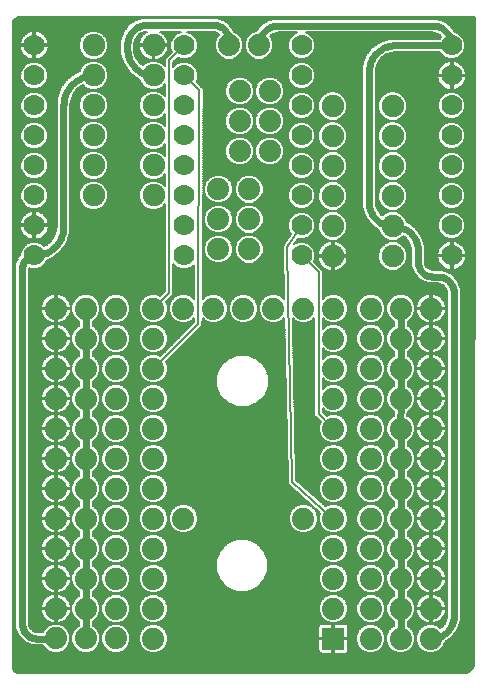
<source format=gtl>
G75*
G70*
%OFA0B0*%
%FSLAX24Y24*%
%IPPOS*%
%LPD*%
%AMOC8*
5,1,8,0,0,1.08239X$1,22.5*
%
%ADD10C,0.0700*%
%ADD11C,0.0740*%
%ADD12C,0.0748*%
%ADD13R,0.0740X0.0740*%
%ADD14C,0.0240*%
%ADD15C,0.0060*%
D10*
X001257Y014522D03*
X001257Y015522D03*
X001257Y016522D03*
X001257Y017522D03*
X001257Y018522D03*
X001257Y019522D03*
X001257Y020522D03*
X001257Y021522D03*
X006257Y021522D03*
X006257Y020522D03*
X006257Y019522D03*
X006257Y018522D03*
X006257Y017522D03*
X006257Y016522D03*
X006257Y015522D03*
X006257Y014522D03*
X010171Y014519D03*
X010171Y015519D03*
X010171Y016519D03*
X010171Y017519D03*
X010171Y018519D03*
X010171Y019519D03*
X010171Y020519D03*
X010171Y021519D03*
X015171Y021519D03*
X015171Y020519D03*
X015171Y019519D03*
X015171Y018519D03*
X015171Y017519D03*
X015171Y016519D03*
X015171Y015519D03*
X015171Y014519D03*
D11*
X014478Y012750D03*
X014478Y011750D03*
X014478Y010750D03*
X014478Y009750D03*
X014478Y008750D03*
X014478Y007750D03*
X014478Y006750D03*
X014478Y005750D03*
X014478Y004750D03*
X014478Y003750D03*
X014478Y002750D03*
X014468Y001750D03*
X013468Y001750D03*
X013478Y002750D03*
X013478Y003750D03*
X013478Y004750D03*
X013478Y005750D03*
X013478Y006750D03*
X013478Y007750D03*
X013478Y008750D03*
X013478Y009750D03*
X013478Y010750D03*
X013478Y011750D03*
X013478Y012750D03*
X012478Y012750D03*
X012478Y011750D03*
X012478Y010750D03*
X012478Y009750D03*
X012478Y008750D03*
X012478Y007750D03*
X012478Y006750D03*
X012478Y005750D03*
X012478Y004750D03*
X012478Y003750D03*
X012478Y002750D03*
X012468Y001750D03*
X011228Y002750D03*
X011228Y003750D03*
X011228Y004750D03*
X011228Y005750D03*
X011228Y006750D03*
X011228Y007750D03*
X011228Y008750D03*
X011228Y009750D03*
X011228Y010750D03*
X011228Y011750D03*
X011228Y012750D03*
X010228Y012750D03*
X009228Y012750D03*
X008228Y012750D03*
X007228Y012750D03*
X006228Y012750D03*
X005228Y012750D03*
X005228Y011750D03*
X005228Y010750D03*
X005228Y009750D03*
X005228Y008750D03*
X005228Y007750D03*
X005228Y006750D03*
X005228Y005750D03*
X005228Y004750D03*
X005228Y003750D03*
X005228Y002750D03*
X005228Y001750D03*
X003976Y001756D03*
X003978Y002750D03*
X003978Y003750D03*
X003978Y004750D03*
X003978Y005750D03*
X003978Y006750D03*
X003978Y007750D03*
X003978Y008750D03*
X003978Y009750D03*
X003978Y010750D03*
X003978Y011750D03*
X003978Y012750D03*
X002978Y012750D03*
X002978Y011750D03*
X002978Y010750D03*
X002978Y009750D03*
X002978Y008750D03*
X002978Y007750D03*
X002978Y006750D03*
X002978Y005750D03*
X002978Y004750D03*
X002978Y003750D03*
X002978Y002750D03*
X002976Y001756D03*
X001976Y001756D03*
X001978Y002750D03*
X001978Y003750D03*
X001978Y004750D03*
X001978Y005750D03*
X001978Y006750D03*
X001978Y007750D03*
X001978Y008750D03*
X001978Y009750D03*
X001978Y010750D03*
X001978Y011750D03*
X001978Y012750D03*
X006228Y005750D03*
X010228Y005750D03*
X008425Y014730D03*
X008425Y015730D03*
X008425Y016730D03*
X008103Y018000D03*
X008103Y019000D03*
X008103Y020000D03*
X009103Y020000D03*
X009103Y019000D03*
X009103Y018000D03*
X007397Y016732D03*
X007397Y015732D03*
X007397Y014732D03*
X007746Y021528D03*
X008746Y021528D03*
D12*
X011203Y019502D03*
X011203Y018502D03*
X011203Y017502D03*
X011203Y016502D03*
X011203Y015502D03*
X011203Y014502D03*
X013203Y014502D03*
X013203Y015502D03*
X013203Y016502D03*
X013203Y017502D03*
X013203Y018502D03*
X013203Y019502D03*
X005233Y019527D03*
X005233Y018527D03*
X005233Y017527D03*
X005233Y016527D03*
X003233Y016527D03*
X003233Y017527D03*
X003233Y018527D03*
X003233Y019527D03*
X003233Y020527D03*
X003233Y021527D03*
X005233Y021527D03*
X005233Y020527D03*
D13*
X011228Y001750D03*
D14*
X013468Y001750D02*
X013474Y001751D01*
X013478Y001756D01*
X013479Y001761D01*
X013478Y001761D02*
X013478Y002750D01*
X013478Y003750D01*
X013478Y004750D01*
X013478Y005750D01*
X013478Y006750D01*
X013478Y007750D01*
X013478Y008750D01*
X013457Y008768D01*
X013478Y009750D01*
X013478Y010750D01*
X013478Y011750D01*
X013478Y012750D01*
X014058Y014278D02*
X014058Y014648D01*
X014058Y014278D02*
X014060Y014238D01*
X014065Y014198D01*
X014074Y014159D01*
X014086Y014121D01*
X014101Y014084D01*
X014120Y014048D01*
X014141Y014014D01*
X014166Y013982D01*
X014193Y013953D01*
X014222Y013926D01*
X014254Y013901D01*
X014288Y013880D01*
X014324Y013861D01*
X014361Y013846D01*
X014399Y013834D01*
X014438Y013825D01*
X014478Y013820D01*
X014518Y013818D01*
X014518Y013817D02*
X014702Y013817D01*
X014747Y013815D01*
X014791Y013810D01*
X014835Y013800D01*
X014878Y013788D01*
X014919Y013771D01*
X014959Y013752D01*
X014998Y013729D01*
X015034Y013703D01*
X015068Y013674D01*
X015100Y013642D01*
X015129Y013608D01*
X015155Y013572D01*
X015178Y013533D01*
X015197Y013493D01*
X015214Y013452D01*
X015226Y013409D01*
X015236Y013365D01*
X015241Y013321D01*
X015243Y013276D01*
X015243Y002525D01*
X015241Y002470D01*
X015235Y002415D01*
X015225Y002360D01*
X015212Y002307D01*
X015194Y002254D01*
X015173Y002203D01*
X015148Y002154D01*
X015120Y002106D01*
X015088Y002061D01*
X015054Y002017D01*
X015016Y001977D01*
X014976Y001939D01*
X014932Y001905D01*
X014887Y001873D01*
X014839Y001845D01*
X014790Y001820D01*
X014739Y001799D01*
X014686Y001781D01*
X014633Y001768D01*
X014578Y001758D01*
X014523Y001752D01*
X014468Y001750D01*
X014057Y014648D02*
X014055Y014704D01*
X014050Y014759D01*
X014041Y014815D01*
X014028Y014869D01*
X014012Y014923D01*
X013992Y014975D01*
X013969Y015026D01*
X013943Y015075D01*
X013913Y015122D01*
X013881Y015168D01*
X013845Y015211D01*
X013807Y015252D01*
X013766Y015290D01*
X013723Y015326D01*
X013677Y015358D01*
X013630Y015388D01*
X013581Y015414D01*
X013530Y015437D01*
X013478Y015457D01*
X013424Y015473D01*
X013370Y015486D01*
X013314Y015495D01*
X013259Y015500D01*
X013203Y015502D01*
X013149Y015504D01*
X013096Y015509D01*
X013043Y015518D01*
X012991Y015531D01*
X012939Y015547D01*
X012889Y015567D01*
X012841Y015590D01*
X012794Y015617D01*
X012749Y015646D01*
X012706Y015679D01*
X012666Y015714D01*
X012628Y015752D01*
X012593Y015792D01*
X012560Y015835D01*
X012531Y015880D01*
X012504Y015927D01*
X012481Y015975D01*
X012461Y016025D01*
X012445Y016077D01*
X012432Y016129D01*
X012423Y016182D01*
X012418Y016235D01*
X012416Y016289D01*
X012417Y016289D02*
X012417Y020662D01*
X012419Y020718D01*
X012424Y020774D01*
X012434Y020830D01*
X012446Y020884D01*
X012463Y020938D01*
X012482Y020991D01*
X012506Y021042D01*
X012532Y021092D01*
X012562Y021139D01*
X012595Y021185D01*
X012630Y021228D01*
X012669Y021269D01*
X012710Y021308D01*
X012753Y021343D01*
X012799Y021376D01*
X012847Y021406D01*
X012896Y021432D01*
X012947Y021456D01*
X013000Y021475D01*
X013054Y021492D01*
X013108Y021504D01*
X013164Y021514D01*
X013220Y021519D01*
X013276Y021521D01*
X015170Y021521D01*
X015171Y021521D01*
X015172Y021520D01*
X015172Y021519D01*
X015170Y021569D01*
X015165Y021618D01*
X015155Y021667D01*
X015142Y021715D01*
X015126Y021762D01*
X015106Y021808D01*
X015083Y021852D01*
X015056Y021894D01*
X015027Y021934D01*
X014994Y021972D01*
X014959Y022007D01*
X014921Y022040D01*
X014881Y022069D01*
X014839Y022096D01*
X014795Y022119D01*
X014749Y022139D01*
X014702Y022155D01*
X014654Y022168D01*
X014605Y022178D01*
X014556Y022183D01*
X014506Y022185D01*
X009402Y022185D01*
X009353Y022183D01*
X009304Y022178D01*
X009256Y022169D01*
X009208Y022156D01*
X009162Y022140D01*
X009117Y022120D01*
X009074Y022097D01*
X009032Y022071D01*
X008992Y022042D01*
X008955Y022010D01*
X008920Y021975D01*
X008888Y021938D01*
X008859Y021898D01*
X008833Y021857D01*
X008810Y021813D01*
X008790Y021768D01*
X008774Y021722D01*
X008761Y021674D01*
X008752Y021626D01*
X008747Y021577D01*
X008745Y021528D01*
X007746Y021528D02*
X007746Y021668D01*
X007744Y021713D01*
X007739Y021757D01*
X007729Y021801D01*
X007717Y021844D01*
X007700Y021886D01*
X007681Y021926D01*
X007658Y021965D01*
X007632Y022002D01*
X007602Y022036D01*
X007571Y022067D01*
X007537Y022097D01*
X007500Y022123D01*
X007461Y022146D01*
X007421Y022165D01*
X007379Y022182D01*
X007336Y022194D01*
X007292Y022204D01*
X007248Y022209D01*
X007203Y022211D01*
X007203Y022210D02*
X005021Y022210D01*
X004972Y022208D01*
X004922Y022203D01*
X004874Y022193D01*
X004826Y022181D01*
X004780Y022164D01*
X004734Y022145D01*
X004691Y022121D01*
X004649Y022095D01*
X004609Y022066D01*
X004571Y022034D01*
X004536Y021999D01*
X004504Y021961D01*
X004475Y021921D01*
X004449Y021880D01*
X004425Y021836D01*
X004406Y021790D01*
X004389Y021744D01*
X004377Y021696D01*
X004367Y021648D01*
X004362Y021598D01*
X004360Y021549D01*
X004360Y021400D01*
X004362Y021343D01*
X004367Y021286D01*
X004377Y021230D01*
X004390Y021174D01*
X004406Y021119D01*
X004426Y021066D01*
X004450Y021014D01*
X004477Y020964D01*
X004507Y020915D01*
X004540Y020869D01*
X004577Y020824D01*
X004616Y020783D01*
X004657Y020744D01*
X004702Y020707D01*
X004748Y020674D01*
X004797Y020644D01*
X004847Y020617D01*
X004899Y020593D01*
X004952Y020573D01*
X005007Y020557D01*
X005063Y020544D01*
X005119Y020534D01*
X005176Y020529D01*
X005233Y020527D01*
X003233Y020526D02*
X003173Y020524D01*
X003112Y020519D01*
X003053Y020510D01*
X002993Y020497D01*
X002935Y020481D01*
X002878Y020461D01*
X002822Y020438D01*
X002768Y020411D01*
X002715Y020382D01*
X002664Y020349D01*
X002616Y020313D01*
X002569Y020274D01*
X002525Y020233D01*
X002484Y020189D01*
X002445Y020142D01*
X002409Y020094D01*
X002376Y020043D01*
X002347Y019990D01*
X002320Y019936D01*
X002297Y019880D01*
X002277Y019823D01*
X002261Y019765D01*
X002248Y019705D01*
X002239Y019646D01*
X002234Y019585D01*
X002232Y019525D01*
X002232Y015497D01*
X002230Y015436D01*
X002224Y015375D01*
X002215Y015314D01*
X002201Y015255D01*
X002184Y015196D01*
X002164Y015138D01*
X002139Y015082D01*
X002111Y015027D01*
X002080Y014975D01*
X002046Y014924D01*
X002008Y014876D01*
X001968Y014830D01*
X001924Y014786D01*
X001878Y014746D01*
X001830Y014708D01*
X001779Y014674D01*
X001727Y014643D01*
X001672Y014615D01*
X001616Y014590D01*
X001558Y014570D01*
X001499Y014553D01*
X001440Y014539D01*
X001379Y014530D01*
X001318Y014524D01*
X001257Y014522D01*
X001218Y014520D01*
X001180Y014514D01*
X001142Y014505D01*
X001106Y014492D01*
X001071Y014475D01*
X001038Y014455D01*
X001006Y014432D01*
X000978Y014406D01*
X000952Y014378D01*
X000929Y014346D01*
X000909Y014313D01*
X000892Y014278D01*
X000879Y014242D01*
X000870Y014204D01*
X000864Y014166D01*
X000862Y014127D01*
X000862Y002220D01*
X000864Y002179D01*
X000869Y002138D01*
X000878Y002098D01*
X000890Y002059D01*
X000906Y002021D01*
X000925Y001985D01*
X000947Y001950D01*
X000972Y001918D01*
X001000Y001888D01*
X001030Y001860D01*
X001062Y001835D01*
X001097Y001813D01*
X001133Y001794D01*
X001171Y001778D01*
X001210Y001766D01*
X001250Y001757D01*
X001291Y001752D01*
X001332Y001750D01*
X001976Y001756D01*
X002978Y001761D02*
X002978Y002750D01*
X002978Y003750D01*
X002978Y004750D01*
X002978Y005750D01*
X002978Y006750D01*
X002978Y007750D01*
X002978Y008750D01*
X002978Y009750D01*
X002978Y010750D01*
X002978Y011750D01*
X002978Y012750D01*
X002978Y001760D02*
X002976Y001758D01*
X002976Y001756D01*
D15*
X000591Y000670D02*
X015789Y000670D01*
X015757Y000646D02*
X015671Y000617D01*
X015625Y000613D01*
X000699Y000613D01*
X000680Y000617D01*
X000622Y000642D01*
X000575Y000684D01*
X000544Y000738D01*
X000533Y000788D01*
X000533Y000789D01*
X000533Y000853D01*
X000540Y000917D01*
X000533Y000938D01*
X000533Y022133D01*
X000533Y022133D01*
X000533Y022218D01*
X000536Y022256D01*
X000560Y022328D01*
X000604Y022389D01*
X000665Y022434D01*
X000737Y022457D01*
X000775Y022460D01*
X015916Y022460D01*
X015928Y022452D01*
X015947Y022430D01*
X015959Y022403D01*
X015961Y022378D01*
X015947Y022344D01*
X015947Y022310D01*
X015938Y022276D01*
X015946Y022225D01*
X015914Y000996D01*
X015913Y000994D01*
X015914Y000911D01*
X015914Y000908D01*
X015911Y000862D01*
X015884Y000775D01*
X015831Y000700D01*
X015757Y000646D01*
X015850Y000728D02*
X000550Y000728D01*
X000533Y000787D02*
X015887Y000787D01*
X015906Y000845D02*
X000533Y000845D01*
X000538Y000904D02*
X015914Y000904D01*
X015913Y000962D02*
X000533Y000962D01*
X000533Y001021D02*
X015914Y001021D01*
X015914Y001079D02*
X000533Y001079D01*
X000533Y001138D02*
X015914Y001138D01*
X015914Y001196D02*
X000533Y001196D01*
X000533Y001255D02*
X010824Y001255D01*
X010808Y001259D02*
X010841Y001250D01*
X011198Y001250D01*
X011198Y001720D01*
X010728Y001720D01*
X010728Y001363D01*
X010737Y001330D01*
X010754Y001300D01*
X010778Y001276D01*
X010808Y001259D01*
X010747Y001313D02*
X005428Y001313D01*
X005500Y001343D02*
X005324Y001270D01*
X005133Y001270D01*
X004956Y001343D01*
X004821Y001478D01*
X004748Y001655D01*
X004748Y001845D01*
X004821Y002022D01*
X004956Y002157D01*
X005133Y002230D01*
X005324Y002230D01*
X005500Y002157D01*
X005635Y002022D01*
X005708Y001845D01*
X005708Y001655D01*
X005635Y001478D01*
X005500Y001343D01*
X005529Y001372D02*
X010728Y001372D01*
X010728Y001430D02*
X005587Y001430D01*
X005640Y001489D02*
X010728Y001489D01*
X010728Y001547D02*
X005664Y001547D01*
X005688Y001606D02*
X010728Y001606D01*
X010728Y001664D02*
X005708Y001664D01*
X005708Y001723D02*
X011198Y001723D01*
X011198Y001720D02*
X011198Y001780D01*
X010728Y001780D01*
X010728Y002137D01*
X010737Y002170D01*
X010754Y002200D01*
X010778Y002224D01*
X010808Y002241D01*
X010841Y002250D01*
X011198Y002250D01*
X011198Y001780D01*
X011258Y001780D01*
X011258Y002250D01*
X011615Y002250D01*
X011648Y002241D01*
X011678Y002224D01*
X011702Y002200D01*
X011719Y002170D01*
X011728Y002137D01*
X011728Y001780D01*
X011258Y001780D01*
X011258Y001720D01*
X011258Y001250D01*
X011615Y001250D01*
X011648Y001259D01*
X011678Y001276D01*
X011702Y001300D01*
X011719Y001330D01*
X011728Y001363D01*
X011728Y001720D01*
X011258Y001720D01*
X011198Y001720D01*
X011198Y001664D02*
X011258Y001664D01*
X011258Y001606D02*
X011198Y001606D01*
X011198Y001547D02*
X011258Y001547D01*
X011258Y001489D02*
X011198Y001489D01*
X011198Y001430D02*
X011258Y001430D01*
X011258Y001372D02*
X011198Y001372D01*
X011198Y001313D02*
X011258Y001313D01*
X011258Y001255D02*
X011198Y001255D01*
X011258Y001723D02*
X011988Y001723D01*
X011988Y001781D02*
X011728Y001781D01*
X011728Y001840D02*
X011988Y001840D01*
X011988Y001845D02*
X011988Y001655D01*
X012061Y001478D01*
X012196Y001343D01*
X012372Y001270D01*
X012563Y001270D01*
X012740Y001343D01*
X012875Y001478D01*
X012948Y001655D01*
X012948Y001845D01*
X012875Y002022D01*
X012740Y002157D01*
X012563Y002230D01*
X012372Y002230D01*
X012196Y002157D01*
X012061Y002022D01*
X011988Y001845D01*
X012009Y001898D02*
X011728Y001898D01*
X011728Y001957D02*
X012034Y001957D01*
X012058Y002015D02*
X011728Y002015D01*
X011728Y002074D02*
X012112Y002074D01*
X012171Y002132D02*
X011728Y002132D01*
X011708Y002191D02*
X012277Y002191D01*
X012292Y002308D02*
X011415Y002308D01*
X011500Y002343D02*
X011635Y002478D01*
X011708Y002655D01*
X011708Y002845D01*
X011635Y003022D01*
X011500Y003157D01*
X011324Y003230D01*
X011133Y003230D01*
X010956Y003157D01*
X010821Y003022D01*
X010748Y002845D01*
X010748Y002655D01*
X010821Y002478D01*
X010956Y002343D01*
X011133Y002270D01*
X011324Y002270D01*
X011500Y002343D01*
X011523Y002366D02*
X012183Y002366D01*
X012206Y002343D02*
X012071Y002478D01*
X011998Y002655D01*
X011998Y002845D01*
X012071Y003022D01*
X012206Y003157D01*
X012383Y003230D01*
X012574Y003230D01*
X012750Y003157D01*
X012885Y003022D01*
X012958Y002845D01*
X012958Y002655D01*
X012885Y002478D01*
X012750Y002343D01*
X012574Y002270D01*
X012383Y002270D01*
X012206Y002343D01*
X012125Y002425D02*
X011582Y002425D01*
X011637Y002483D02*
X012069Y002483D01*
X012045Y002542D02*
X011661Y002542D01*
X011686Y002600D02*
X012021Y002600D01*
X011998Y002659D02*
X011708Y002659D01*
X011708Y002717D02*
X011998Y002717D01*
X011998Y002776D02*
X011708Y002776D01*
X011708Y002834D02*
X011998Y002834D01*
X012018Y002893D02*
X011689Y002893D01*
X011664Y002951D02*
X012042Y002951D01*
X012066Y003010D02*
X011640Y003010D01*
X011589Y003068D02*
X012118Y003068D01*
X012176Y003127D02*
X011530Y003127D01*
X011432Y003185D02*
X012274Y003185D01*
X012305Y003302D02*
X011401Y003302D01*
X011324Y003270D02*
X011500Y003343D01*
X011635Y003478D01*
X011708Y003655D01*
X011708Y003845D01*
X011635Y004022D01*
X011500Y004157D01*
X011324Y004230D01*
X011133Y004230D01*
X010956Y004157D01*
X010821Y004022D01*
X010748Y003845D01*
X010748Y003655D01*
X010821Y003478D01*
X010956Y003343D01*
X011133Y003270D01*
X011324Y003270D01*
X011518Y003361D02*
X012189Y003361D01*
X012206Y003343D02*
X012071Y003478D01*
X011998Y003655D01*
X011998Y003845D01*
X012071Y004022D01*
X012206Y004157D01*
X012383Y004230D01*
X012574Y004230D01*
X012750Y004157D01*
X012885Y004022D01*
X012958Y003845D01*
X012958Y003655D01*
X012885Y003478D01*
X012750Y003343D01*
X012574Y003270D01*
X012383Y003270D01*
X012206Y003343D01*
X012130Y003419D02*
X011576Y003419D01*
X011635Y003478D02*
X012072Y003478D01*
X012047Y003536D02*
X011659Y003536D01*
X011683Y003595D02*
X012023Y003595D01*
X011999Y003653D02*
X011708Y003653D01*
X011708Y003712D02*
X011998Y003712D01*
X011998Y003770D02*
X011708Y003770D01*
X011708Y003829D02*
X011998Y003829D01*
X012015Y003887D02*
X011691Y003887D01*
X011667Y003946D02*
X012040Y003946D01*
X012064Y004004D02*
X011643Y004004D01*
X011594Y004063D02*
X012112Y004063D01*
X012171Y004121D02*
X011536Y004121D01*
X011445Y004180D02*
X012261Y004180D01*
X012318Y004297D02*
X011388Y004297D01*
X011324Y004270D02*
X011500Y004343D01*
X011635Y004478D01*
X011708Y004655D01*
X011708Y004845D01*
X011635Y005022D01*
X011500Y005157D01*
X011324Y005230D01*
X011133Y005230D01*
X010956Y005157D01*
X010821Y005022D01*
X010748Y004845D01*
X010748Y004655D01*
X010821Y004478D01*
X010956Y004343D01*
X011133Y004270D01*
X011324Y004270D01*
X011512Y004355D02*
X012194Y004355D01*
X012206Y004343D02*
X012071Y004478D01*
X011998Y004655D01*
X011998Y004845D01*
X012071Y005022D01*
X012206Y005157D01*
X012383Y005230D01*
X012574Y005230D01*
X012750Y005157D01*
X012885Y005022D01*
X012958Y004845D01*
X012958Y004655D01*
X012885Y004478D01*
X012750Y004343D01*
X012574Y004270D01*
X012383Y004270D01*
X012206Y004343D01*
X012136Y004414D02*
X011571Y004414D01*
X011629Y004472D02*
X012077Y004472D01*
X012050Y004531D02*
X011657Y004531D01*
X011681Y004589D02*
X012025Y004589D01*
X012001Y004648D02*
X011705Y004648D01*
X011708Y004706D02*
X011998Y004706D01*
X011998Y004765D02*
X011708Y004765D01*
X011708Y004823D02*
X011998Y004823D01*
X012013Y004882D02*
X011693Y004882D01*
X011669Y004940D02*
X012037Y004940D01*
X012062Y004999D02*
X011645Y004999D01*
X011600Y005057D02*
X012107Y005057D01*
X012165Y005116D02*
X011541Y005116D01*
X011459Y005174D02*
X012248Y005174D01*
X012332Y005291D02*
X011375Y005291D01*
X011324Y005270D02*
X011500Y005343D01*
X011635Y005478D01*
X011708Y005655D01*
X011708Y005845D01*
X011635Y006022D01*
X011500Y006157D01*
X011324Y006230D01*
X011133Y006230D01*
X010971Y006163D01*
X009983Y007033D01*
X009872Y012428D01*
X009956Y012343D01*
X010133Y012270D01*
X010324Y012270D01*
X010500Y012343D01*
X010595Y012438D01*
X010595Y009185D01*
X010677Y009103D01*
X010803Y008977D01*
X010748Y008845D01*
X010748Y008655D01*
X010821Y008478D01*
X010956Y008343D01*
X011133Y008270D01*
X011324Y008270D01*
X011500Y008343D01*
X011635Y008478D01*
X011708Y008655D01*
X011708Y008845D01*
X011635Y009022D01*
X011500Y009157D01*
X011324Y009230D01*
X011133Y009230D01*
X011001Y009175D01*
X010875Y009301D01*
X010875Y009424D01*
X010956Y009343D01*
X011133Y009270D01*
X011324Y009270D01*
X011500Y009343D01*
X011635Y009478D01*
X011708Y009655D01*
X011708Y009845D01*
X011635Y010022D01*
X011500Y010157D01*
X011324Y010230D01*
X011133Y010230D01*
X010956Y010157D01*
X010875Y010076D01*
X010875Y010424D01*
X010956Y010343D01*
X011133Y010270D01*
X011324Y010270D01*
X011500Y010343D01*
X011635Y010478D01*
X011708Y010655D01*
X011708Y010845D01*
X011635Y011022D01*
X011500Y011157D01*
X011324Y011230D01*
X011133Y011230D01*
X010956Y011157D01*
X010875Y011076D01*
X010875Y011424D01*
X010956Y011343D01*
X011133Y011270D01*
X011324Y011270D01*
X011500Y011343D01*
X011635Y011478D01*
X011708Y011655D01*
X011708Y011845D01*
X011635Y012022D01*
X011500Y012157D01*
X011324Y012230D01*
X011133Y012230D01*
X010956Y012157D01*
X010875Y012076D01*
X010875Y012424D01*
X010956Y012343D01*
X011133Y012270D01*
X011324Y012270D01*
X011500Y012343D01*
X011635Y012478D01*
X011708Y012655D01*
X011708Y012845D01*
X011635Y013022D01*
X011500Y013157D01*
X011324Y013230D01*
X011133Y013230D01*
X010956Y013157D01*
X010875Y013076D01*
X010875Y014013D01*
X010581Y014307D01*
X010631Y014427D01*
X010631Y014610D01*
X010561Y014779D01*
X010432Y014909D01*
X010263Y014979D01*
X010080Y014979D01*
X009932Y014917D01*
X010039Y015076D01*
X010080Y015059D01*
X010263Y015059D01*
X010432Y015129D01*
X010561Y015258D01*
X010631Y015427D01*
X010631Y015610D01*
X010561Y015779D01*
X010432Y015909D01*
X010263Y015979D01*
X010080Y015979D01*
X009911Y015909D01*
X009781Y015779D01*
X009711Y015610D01*
X009711Y015427D01*
X009781Y015258D01*
X009807Y015233D01*
X009573Y014889D01*
X009541Y014855D01*
X009542Y014842D01*
X009534Y014831D01*
X009543Y014785D01*
X009578Y013079D01*
X009500Y013157D01*
X009324Y013230D01*
X009133Y013230D01*
X008956Y013157D01*
X008821Y013022D01*
X008748Y012845D01*
X008748Y012655D01*
X008821Y012478D01*
X008956Y012343D01*
X009133Y012270D01*
X009324Y012270D01*
X009500Y012343D01*
X009591Y012434D01*
X009704Y007021D01*
X009701Y007018D01*
X009705Y006963D01*
X009706Y006908D01*
X009709Y006906D01*
X009709Y006902D01*
X009750Y006866D01*
X009790Y006828D01*
X009793Y006828D01*
X010791Y005949D01*
X010748Y005845D01*
X010748Y005655D01*
X010821Y005478D01*
X010956Y005343D01*
X011133Y005270D01*
X011324Y005270D01*
X011507Y005350D02*
X012200Y005350D01*
X012206Y005343D02*
X012071Y005478D01*
X011998Y005655D01*
X011998Y005845D01*
X012071Y006022D01*
X012206Y006157D01*
X012383Y006230D01*
X012574Y006230D01*
X012750Y006157D01*
X012885Y006022D01*
X012958Y005845D01*
X012958Y005655D01*
X012885Y005478D01*
X012750Y005343D01*
X012574Y005270D01*
X012383Y005270D01*
X012206Y005343D01*
X012141Y005408D02*
X011565Y005408D01*
X011624Y005467D02*
X012083Y005467D01*
X012052Y005525D02*
X011655Y005525D01*
X011679Y005584D02*
X012028Y005584D01*
X012003Y005642D02*
X011703Y005642D01*
X011708Y005701D02*
X011998Y005701D01*
X011998Y005759D02*
X011708Y005759D01*
X011708Y005818D02*
X011998Y005818D01*
X012011Y005876D02*
X011696Y005876D01*
X011671Y005935D02*
X012035Y005935D01*
X012059Y005993D02*
X011647Y005993D01*
X011605Y006052D02*
X012101Y006052D01*
X012160Y006110D02*
X011547Y006110D01*
X011472Y006169D02*
X012235Y006169D01*
X012376Y006227D02*
X011331Y006227D01*
X011324Y006270D02*
X011500Y006343D01*
X011635Y006478D01*
X011708Y006655D01*
X011708Y006845D01*
X011635Y007022D01*
X011500Y007157D01*
X011324Y007230D01*
X011133Y007230D01*
X010956Y007157D01*
X010821Y007022D01*
X010748Y006845D01*
X010748Y006655D01*
X010821Y006478D01*
X010956Y006343D01*
X011133Y006270D01*
X011324Y006270D01*
X011361Y006286D02*
X012345Y006286D01*
X012383Y006270D02*
X012206Y006343D01*
X012071Y006478D01*
X011998Y006655D01*
X011998Y006845D01*
X012071Y007022D01*
X012206Y007157D01*
X012383Y007230D01*
X012574Y007230D01*
X012750Y007157D01*
X012885Y007022D01*
X012958Y006845D01*
X012958Y006655D01*
X012885Y006478D01*
X012750Y006343D01*
X012574Y006270D01*
X012383Y006270D01*
X012205Y006344D02*
X011501Y006344D01*
X011560Y006403D02*
X012147Y006403D01*
X012088Y006461D02*
X011618Y006461D01*
X011652Y006520D02*
X012054Y006520D01*
X012030Y006578D02*
X011677Y006578D01*
X011701Y006637D02*
X012006Y006637D01*
X011998Y006695D02*
X011708Y006695D01*
X011708Y006754D02*
X011998Y006754D01*
X011998Y006812D02*
X011708Y006812D01*
X011698Y006871D02*
X012009Y006871D01*
X012033Y006929D02*
X011674Y006929D01*
X011649Y006988D02*
X012057Y006988D01*
X012096Y007046D02*
X011611Y007046D01*
X011552Y007105D02*
X012154Y007105D01*
X012221Y007163D02*
X011485Y007163D01*
X011344Y007222D02*
X012363Y007222D01*
X012383Y007270D02*
X012206Y007343D01*
X012071Y007478D01*
X011998Y007655D01*
X011998Y007845D01*
X012071Y008022D01*
X012206Y008157D01*
X012383Y008230D01*
X012574Y008230D01*
X012750Y008157D01*
X012885Y008022D01*
X012958Y007845D01*
X012958Y007655D01*
X012885Y007478D01*
X012750Y007343D01*
X012574Y007270D01*
X012383Y007270D01*
X012358Y007280D02*
X011348Y007280D01*
X011324Y007270D02*
X011500Y007343D01*
X011635Y007478D01*
X011708Y007655D01*
X011708Y007845D01*
X011635Y008022D01*
X011500Y008157D01*
X011324Y008230D01*
X011133Y008230D01*
X010956Y008157D01*
X010821Y008022D01*
X010748Y007845D01*
X010748Y007655D01*
X010821Y007478D01*
X010956Y007343D01*
X011133Y007270D01*
X011324Y007270D01*
X011489Y007339D02*
X012217Y007339D01*
X012152Y007397D02*
X011554Y007397D01*
X011613Y007456D02*
X012094Y007456D01*
X012056Y007514D02*
X011650Y007514D01*
X011674Y007573D02*
X012032Y007573D01*
X012008Y007631D02*
X011699Y007631D01*
X011708Y007690D02*
X011998Y007690D01*
X011998Y007748D02*
X011708Y007748D01*
X011708Y007807D02*
X011998Y007807D01*
X012006Y007865D02*
X011700Y007865D01*
X011676Y007924D02*
X012031Y007924D01*
X012055Y007982D02*
X011652Y007982D01*
X011616Y008041D02*
X012090Y008041D01*
X012149Y008099D02*
X011558Y008099D01*
X011498Y008158D02*
X012208Y008158D01*
X012349Y008216D02*
X011357Y008216D01*
X011335Y008275D02*
X012372Y008275D01*
X012383Y008270D02*
X012574Y008270D01*
X012750Y008343D01*
X012885Y008478D01*
X012958Y008655D01*
X012958Y008845D01*
X012885Y009022D01*
X012750Y009157D01*
X012574Y009230D01*
X012383Y009230D01*
X012206Y009157D01*
X012071Y009022D01*
X011998Y008845D01*
X011998Y008655D01*
X012071Y008478D01*
X012206Y008343D01*
X012383Y008270D01*
X012230Y008333D02*
X011476Y008333D01*
X011549Y008392D02*
X012158Y008392D01*
X012099Y008450D02*
X011607Y008450D01*
X011648Y008509D02*
X012059Y008509D01*
X012034Y008567D02*
X011672Y008567D01*
X011696Y008626D02*
X012010Y008626D01*
X011998Y008684D02*
X011708Y008684D01*
X011708Y008743D02*
X011998Y008743D01*
X011998Y008801D02*
X011708Y008801D01*
X011702Y008860D02*
X012004Y008860D01*
X012028Y008918D02*
X011678Y008918D01*
X011654Y008977D02*
X012053Y008977D01*
X012085Y009035D02*
X011622Y009035D01*
X011563Y009094D02*
X012143Y009094D01*
X012202Y009152D02*
X011505Y009152D01*
X011370Y009211D02*
X012336Y009211D01*
X012383Y009270D02*
X012206Y009343D01*
X012071Y009478D01*
X011998Y009655D01*
X011998Y009845D01*
X012071Y010022D01*
X012206Y010157D01*
X012383Y010230D01*
X012574Y010230D01*
X012750Y010157D01*
X012885Y010022D01*
X012958Y009845D01*
X012958Y009655D01*
X012885Y009478D01*
X012750Y009343D01*
X012574Y009270D01*
X012383Y009270D01*
X012244Y009328D02*
X011463Y009328D01*
X011543Y009386D02*
X012163Y009386D01*
X012105Y009445D02*
X011602Y009445D01*
X011646Y009503D02*
X012061Y009503D01*
X012037Y009562D02*
X011670Y009562D01*
X011694Y009620D02*
X012012Y009620D01*
X011998Y009679D02*
X011708Y009679D01*
X011708Y009737D02*
X011998Y009737D01*
X011998Y009796D02*
X011708Y009796D01*
X011705Y009854D02*
X012002Y009854D01*
X012026Y009913D02*
X011680Y009913D01*
X011656Y009971D02*
X012050Y009971D01*
X012079Y010030D02*
X011627Y010030D01*
X011569Y010088D02*
X012138Y010088D01*
X012196Y010147D02*
X011510Y010147D01*
X011384Y010205D02*
X012323Y010205D01*
X012383Y010270D02*
X012206Y010343D01*
X012071Y010478D01*
X011998Y010655D01*
X011998Y010845D01*
X012071Y011022D01*
X012206Y011157D01*
X012383Y011230D01*
X012574Y011230D01*
X012750Y011157D01*
X012885Y011022D01*
X012958Y010845D01*
X012958Y010655D01*
X012885Y010478D01*
X012750Y010343D01*
X012574Y010270D01*
X012383Y010270D01*
X012257Y010322D02*
X011450Y010322D01*
X011538Y010381D02*
X012169Y010381D01*
X012110Y010439D02*
X011596Y010439D01*
X011643Y010498D02*
X012063Y010498D01*
X012039Y010556D02*
X011667Y010556D01*
X011692Y010615D02*
X012015Y010615D01*
X011998Y010673D02*
X011708Y010673D01*
X011708Y010732D02*
X011998Y010732D01*
X011998Y010790D02*
X011708Y010790D01*
X011707Y010849D02*
X012000Y010849D01*
X012024Y010907D02*
X011683Y010907D01*
X011658Y010966D02*
X012048Y010966D01*
X012074Y011024D02*
X011633Y011024D01*
X011574Y011083D02*
X012132Y011083D01*
X012191Y011141D02*
X011516Y011141D01*
X011397Y011200D02*
X012310Y011200D01*
X012383Y011270D02*
X012206Y011343D01*
X012071Y011478D01*
X011998Y011655D01*
X011998Y011845D01*
X012071Y012022D01*
X012206Y012157D01*
X012383Y012230D01*
X012574Y012230D01*
X012750Y012157D01*
X012885Y012022D01*
X012958Y011845D01*
X012958Y011655D01*
X012885Y011478D01*
X012750Y011343D01*
X012574Y011270D01*
X012383Y011270D01*
X012270Y011317D02*
X011436Y011317D01*
X011532Y011375D02*
X012174Y011375D01*
X012116Y011434D02*
X011591Y011434D01*
X011641Y011492D02*
X012065Y011492D01*
X012041Y011551D02*
X011665Y011551D01*
X011689Y011609D02*
X012017Y011609D01*
X011998Y011668D02*
X011708Y011668D01*
X011708Y011726D02*
X011998Y011726D01*
X011998Y011785D02*
X011708Y011785D01*
X011708Y011843D02*
X011998Y011843D01*
X012022Y011902D02*
X011685Y011902D01*
X011661Y011960D02*
X012046Y011960D01*
X012070Y012019D02*
X011636Y012019D01*
X011580Y012077D02*
X012127Y012077D01*
X012185Y012136D02*
X011521Y012136D01*
X011410Y012194D02*
X012296Y012194D01*
X012383Y012270D02*
X012206Y012343D01*
X012071Y012478D01*
X011998Y012655D01*
X011998Y012845D01*
X012071Y013022D01*
X012206Y013157D01*
X012383Y013230D01*
X012574Y013230D01*
X012750Y013157D01*
X012885Y013022D01*
X012958Y012845D01*
X012958Y012655D01*
X012885Y012478D01*
X012750Y012343D01*
X012574Y012270D01*
X012383Y012270D01*
X012283Y012311D02*
X011423Y012311D01*
X011527Y012370D02*
X012180Y012370D01*
X012121Y012428D02*
X011585Y012428D01*
X011639Y012487D02*
X012068Y012487D01*
X012044Y012545D02*
X011663Y012545D01*
X011687Y012604D02*
X012019Y012604D01*
X011998Y012662D02*
X011708Y012662D01*
X011708Y012721D02*
X011998Y012721D01*
X011998Y012779D02*
X011708Y012779D01*
X011708Y012838D02*
X011998Y012838D01*
X012019Y012896D02*
X011687Y012896D01*
X011663Y012955D02*
X012043Y012955D01*
X012068Y013013D02*
X011639Y013013D01*
X011585Y013072D02*
X012121Y013072D01*
X012180Y013130D02*
X011527Y013130D01*
X011423Y013189D02*
X012283Y013189D01*
X012673Y013189D02*
X013283Y013189D01*
X013206Y013157D02*
X013071Y013022D01*
X012998Y012845D01*
X012998Y012655D01*
X013071Y012478D01*
X013206Y012343D01*
X013248Y012326D01*
X013248Y012174D01*
X013206Y012157D01*
X013071Y012022D01*
X012998Y011845D01*
X012998Y011655D01*
X013071Y011478D01*
X013206Y011343D01*
X013248Y011326D01*
X013248Y011174D01*
X013206Y011157D01*
X013071Y011022D01*
X012998Y010845D01*
X012998Y010655D01*
X013071Y010478D01*
X013206Y010343D01*
X013248Y010326D01*
X013248Y010174D01*
X013206Y010157D01*
X013071Y010022D01*
X012998Y009845D01*
X012998Y009655D01*
X013071Y009478D01*
X013206Y009343D01*
X013239Y009329D01*
X013236Y009169D01*
X013206Y009157D01*
X013071Y009022D01*
X012998Y008845D01*
X012998Y008655D01*
X013071Y008478D01*
X013206Y008343D01*
X013248Y008326D01*
X013248Y008174D01*
X013206Y008157D01*
X013071Y008022D01*
X012998Y007845D01*
X012998Y007655D01*
X013071Y007478D01*
X013206Y007343D01*
X013248Y007326D01*
X013248Y007174D01*
X013206Y007157D01*
X013071Y007022D01*
X012998Y006845D01*
X012998Y006655D01*
X013071Y006478D01*
X013206Y006343D01*
X013248Y006326D01*
X013248Y006174D01*
X013206Y006157D01*
X013071Y006022D01*
X012998Y005845D01*
X012998Y005655D01*
X013071Y005478D01*
X013206Y005343D01*
X013248Y005326D01*
X013248Y005174D01*
X012709Y005174D01*
X012791Y005116D02*
X013165Y005116D01*
X013206Y005157D02*
X013071Y005022D01*
X012998Y004845D01*
X012998Y004655D01*
X013071Y004478D01*
X013206Y004343D01*
X013248Y004326D01*
X013248Y004174D01*
X013206Y004157D01*
X013071Y004022D01*
X012998Y003845D01*
X012998Y003655D01*
X013071Y003478D01*
X013206Y003343D01*
X013248Y003326D01*
X013248Y003174D01*
X013206Y003157D01*
X013071Y003022D01*
X012998Y002845D01*
X012998Y002655D01*
X013071Y002478D01*
X013206Y002343D01*
X013248Y002326D01*
X013248Y002179D01*
X013196Y002157D01*
X013061Y002022D01*
X012988Y001845D01*
X012988Y001655D01*
X013061Y001478D01*
X013196Y001343D01*
X013372Y001270D01*
X013563Y001270D01*
X013740Y001343D01*
X013875Y001478D01*
X013948Y001655D01*
X013948Y001845D01*
X013875Y002022D01*
X013740Y002157D01*
X013708Y002170D01*
X013708Y002326D01*
X013750Y002343D01*
X013885Y002478D01*
X013958Y002655D01*
X013958Y002845D01*
X013885Y003022D01*
X013750Y003157D01*
X013708Y003174D01*
X013708Y003326D01*
X013750Y003343D01*
X013885Y003478D01*
X013958Y003655D01*
X013958Y003845D01*
X013885Y004022D01*
X013750Y004157D01*
X013708Y004174D01*
X013708Y004326D01*
X013750Y004343D01*
X013885Y004478D01*
X013958Y004655D01*
X013958Y004845D01*
X013885Y005022D01*
X013750Y005157D01*
X013708Y005174D01*
X013708Y005326D01*
X013750Y005343D01*
X013885Y005478D01*
X013958Y005655D01*
X013958Y005845D01*
X013885Y006022D01*
X013750Y006157D01*
X013708Y006174D01*
X013708Y006326D01*
X013750Y006343D01*
X013885Y006478D01*
X013958Y006655D01*
X013958Y006845D01*
X013885Y007022D01*
X013750Y007157D01*
X013708Y007174D01*
X013708Y007326D01*
X013750Y007343D01*
X013885Y007478D01*
X013958Y007655D01*
X013958Y007845D01*
X013885Y008022D01*
X013750Y008157D01*
X013708Y008174D01*
X013708Y008326D01*
X013750Y008343D01*
X013885Y008478D01*
X013958Y008655D01*
X013958Y008845D01*
X013885Y009022D01*
X013750Y009157D01*
X013696Y009179D01*
X013699Y009322D01*
X013750Y009343D01*
X013885Y009478D01*
X013958Y009655D01*
X013958Y009845D01*
X013885Y010022D01*
X013750Y010157D01*
X013708Y010174D01*
X013708Y010326D01*
X013750Y010343D01*
X013885Y010478D01*
X013958Y010655D01*
X013958Y010845D01*
X013885Y011022D01*
X013750Y011157D01*
X013708Y011174D01*
X013708Y011326D01*
X013750Y011343D01*
X013885Y011478D01*
X013958Y011655D01*
X013958Y011845D01*
X013885Y012022D01*
X013750Y012157D01*
X013708Y012174D01*
X013708Y012326D01*
X013750Y012343D01*
X013885Y012478D01*
X013958Y012655D01*
X013958Y012845D01*
X013885Y013022D01*
X013750Y013157D01*
X013574Y013230D01*
X013383Y013230D01*
X013206Y013157D01*
X013180Y013130D02*
X012777Y013130D01*
X012835Y013072D02*
X013121Y013072D01*
X013068Y013013D02*
X012889Y013013D01*
X012913Y012955D02*
X013043Y012955D01*
X013019Y012896D02*
X012937Y012896D01*
X012958Y012838D02*
X012998Y012838D01*
X012998Y012779D02*
X012958Y012779D01*
X012958Y012721D02*
X012998Y012721D01*
X012998Y012662D02*
X012958Y012662D01*
X012937Y012604D02*
X013019Y012604D01*
X013044Y012545D02*
X012913Y012545D01*
X012889Y012487D02*
X013068Y012487D01*
X013121Y012428D02*
X012835Y012428D01*
X012777Y012370D02*
X013180Y012370D01*
X013248Y012311D02*
X012673Y012311D01*
X012660Y012194D02*
X013248Y012194D01*
X013248Y012253D02*
X010875Y012253D01*
X010875Y012311D02*
X011033Y012311D01*
X011046Y012194D02*
X010875Y012194D01*
X010875Y012136D02*
X010935Y012136D01*
X010877Y012077D02*
X010875Y012077D01*
X010595Y012077D02*
X009879Y012077D01*
X009880Y012019D02*
X010595Y012019D01*
X010595Y011960D02*
X009881Y011960D01*
X009883Y011902D02*
X010595Y011902D01*
X010595Y011843D02*
X009884Y011843D01*
X009885Y011785D02*
X010595Y011785D01*
X010595Y011726D02*
X009886Y011726D01*
X009887Y011668D02*
X010595Y011668D01*
X010595Y011609D02*
X009889Y011609D01*
X009890Y011551D02*
X010595Y011551D01*
X010595Y011492D02*
X009891Y011492D01*
X009892Y011434D02*
X010595Y011434D01*
X010595Y011375D02*
X009893Y011375D01*
X009895Y011317D02*
X010595Y011317D01*
X010595Y011258D02*
X009896Y011258D01*
X009897Y011200D02*
X010595Y011200D01*
X010595Y011141D02*
X009898Y011141D01*
X009900Y011083D02*
X010595Y011083D01*
X010595Y011024D02*
X009901Y011024D01*
X009902Y010966D02*
X010595Y010966D01*
X010595Y010907D02*
X009903Y010907D01*
X009904Y010849D02*
X010595Y010849D01*
X010595Y010790D02*
X009906Y010790D01*
X009907Y010732D02*
X010595Y010732D01*
X010595Y010673D02*
X009908Y010673D01*
X009909Y010615D02*
X010595Y010615D01*
X010595Y010556D02*
X009910Y010556D01*
X009912Y010498D02*
X010595Y010498D01*
X010595Y010439D02*
X009913Y010439D01*
X009914Y010381D02*
X010595Y010381D01*
X010595Y010322D02*
X009915Y010322D01*
X009917Y010264D02*
X010595Y010264D01*
X010595Y010205D02*
X009918Y010205D01*
X009919Y010147D02*
X010595Y010147D01*
X010595Y010088D02*
X009920Y010088D01*
X009921Y010030D02*
X010595Y010030D01*
X010595Y009971D02*
X009923Y009971D01*
X009924Y009913D02*
X010595Y009913D01*
X010595Y009854D02*
X009925Y009854D01*
X009926Y009796D02*
X010595Y009796D01*
X010595Y009737D02*
X009927Y009737D01*
X009929Y009679D02*
X010595Y009679D01*
X010595Y009620D02*
X009930Y009620D01*
X009931Y009562D02*
X010595Y009562D01*
X010595Y009503D02*
X009932Y009503D01*
X009933Y009445D02*
X010595Y009445D01*
X010595Y009386D02*
X009935Y009386D01*
X009936Y009328D02*
X010595Y009328D01*
X010595Y009269D02*
X009937Y009269D01*
X009938Y009211D02*
X010595Y009211D01*
X010628Y009152D02*
X009940Y009152D01*
X009941Y009094D02*
X010687Y009094D01*
X010745Y009035D02*
X009942Y009035D01*
X009943Y008977D02*
X010803Y008977D01*
X010778Y008918D02*
X009944Y008918D01*
X009946Y008860D02*
X010754Y008860D01*
X010748Y008801D02*
X009947Y008801D01*
X009948Y008743D02*
X010748Y008743D01*
X010748Y008684D02*
X009949Y008684D01*
X009950Y008626D02*
X010760Y008626D01*
X010784Y008567D02*
X009952Y008567D01*
X009953Y008509D02*
X010809Y008509D01*
X010849Y008450D02*
X009954Y008450D01*
X009955Y008392D02*
X010908Y008392D01*
X010980Y008333D02*
X009957Y008333D01*
X009958Y008275D02*
X011122Y008275D01*
X011099Y008216D02*
X009959Y008216D01*
X009960Y008158D02*
X010958Y008158D01*
X010899Y008099D02*
X009961Y008099D01*
X009963Y008041D02*
X010840Y008041D01*
X010805Y007982D02*
X009964Y007982D01*
X009965Y007924D02*
X010781Y007924D01*
X010756Y007865D02*
X009966Y007865D01*
X009967Y007807D02*
X010748Y007807D01*
X010748Y007748D02*
X009969Y007748D01*
X009970Y007690D02*
X010748Y007690D01*
X010758Y007631D02*
X009971Y007631D01*
X009972Y007573D02*
X010782Y007573D01*
X010806Y007514D02*
X009974Y007514D01*
X009975Y007456D02*
X010844Y007456D01*
X010902Y007397D02*
X009976Y007397D01*
X009977Y007339D02*
X010967Y007339D01*
X011108Y007280D02*
X009978Y007280D01*
X009980Y007222D02*
X011113Y007222D01*
X010971Y007163D02*
X009981Y007163D01*
X009982Y007105D02*
X010904Y007105D01*
X010846Y007046D02*
X009983Y007046D01*
X010035Y006988D02*
X010807Y006988D01*
X010783Y006929D02*
X010102Y006929D01*
X010168Y006871D02*
X010759Y006871D01*
X010748Y006812D02*
X010235Y006812D01*
X010301Y006754D02*
X010748Y006754D01*
X010748Y006695D02*
X010367Y006695D01*
X010434Y006637D02*
X010756Y006637D01*
X010780Y006578D02*
X010500Y006578D01*
X010567Y006520D02*
X010804Y006520D01*
X010838Y006461D02*
X010633Y006461D01*
X010699Y006403D02*
X010897Y006403D01*
X010955Y006344D02*
X010766Y006344D01*
X010832Y006286D02*
X011095Y006286D01*
X011126Y006227D02*
X010898Y006227D01*
X010965Y006169D02*
X010985Y006169D01*
X010741Y005993D02*
X010647Y005993D01*
X010635Y006022D02*
X010500Y006157D01*
X010324Y006230D01*
X010133Y006230D01*
X009956Y006157D01*
X009821Y006022D01*
X009748Y005845D01*
X009748Y005655D01*
X009821Y005478D01*
X009956Y005343D01*
X010133Y005270D01*
X010324Y005270D01*
X010500Y005343D01*
X010635Y005478D01*
X010708Y005655D01*
X010708Y005845D01*
X010635Y006022D01*
X010605Y006052D02*
X010674Y006052D01*
X010608Y006110D02*
X010547Y006110D01*
X010541Y006169D02*
X010472Y006169D01*
X010475Y006227D02*
X010331Y006227D01*
X010409Y006286D02*
X005361Y006286D01*
X005324Y006270D02*
X005500Y006343D01*
X005635Y006478D01*
X005708Y006655D01*
X005708Y006845D01*
X005635Y007022D01*
X005500Y007157D01*
X005324Y007230D01*
X005133Y007230D01*
X004956Y007157D01*
X004821Y007022D01*
X004748Y006845D01*
X004748Y006655D01*
X004821Y006478D01*
X004956Y006343D01*
X005133Y006270D01*
X005324Y006270D01*
X005324Y006230D02*
X005133Y006230D01*
X004956Y006157D01*
X004821Y006022D01*
X004748Y005845D01*
X004748Y005655D01*
X004821Y005478D01*
X004956Y005343D01*
X005133Y005270D01*
X005324Y005270D01*
X005500Y005343D01*
X005635Y005478D01*
X005708Y005655D01*
X005708Y005845D01*
X005635Y006022D01*
X005500Y006157D01*
X005324Y006230D01*
X005331Y006227D02*
X006126Y006227D01*
X006133Y006230D02*
X005956Y006157D01*
X005821Y006022D01*
X005748Y005845D01*
X005748Y005655D01*
X005821Y005478D01*
X005956Y005343D01*
X006133Y005270D01*
X006324Y005270D01*
X006500Y005343D01*
X006635Y005478D01*
X006708Y005655D01*
X006708Y005845D01*
X006635Y006022D01*
X006500Y006157D01*
X006324Y006230D01*
X006133Y006230D01*
X005985Y006169D02*
X005472Y006169D01*
X005547Y006110D02*
X005910Y006110D01*
X005851Y006052D02*
X005605Y006052D01*
X005647Y005993D02*
X005809Y005993D01*
X005785Y005935D02*
X005671Y005935D01*
X005696Y005876D02*
X005761Y005876D01*
X005748Y005818D02*
X005708Y005818D01*
X005708Y005759D02*
X005748Y005759D01*
X005748Y005701D02*
X005708Y005701D01*
X005703Y005642D02*
X005753Y005642D01*
X005778Y005584D02*
X005679Y005584D01*
X005655Y005525D02*
X005802Y005525D01*
X005833Y005467D02*
X005624Y005467D01*
X005565Y005408D02*
X005891Y005408D01*
X005950Y005350D02*
X005507Y005350D01*
X005375Y005291D02*
X006082Y005291D01*
X006375Y005291D02*
X010082Y005291D01*
X009950Y005350D02*
X006507Y005350D01*
X006565Y005408D02*
X009891Y005408D01*
X009833Y005467D02*
X006624Y005467D01*
X006655Y005525D02*
X009802Y005525D01*
X009778Y005584D02*
X006679Y005584D01*
X006703Y005642D02*
X009753Y005642D01*
X009748Y005701D02*
X006708Y005701D01*
X006708Y005759D02*
X009748Y005759D01*
X009748Y005818D02*
X006708Y005818D01*
X006696Y005876D02*
X009761Y005876D01*
X009785Y005935D02*
X006671Y005935D01*
X006647Y005993D02*
X009809Y005993D01*
X009851Y006052D02*
X006605Y006052D01*
X006547Y006110D02*
X009910Y006110D01*
X009985Y006169D02*
X006472Y006169D01*
X006331Y006227D02*
X010126Y006227D01*
X010276Y006403D02*
X005560Y006403D01*
X005618Y006461D02*
X010209Y006461D01*
X010143Y006520D02*
X005652Y006520D01*
X005677Y006578D02*
X010077Y006578D01*
X010010Y006637D02*
X005701Y006637D01*
X005708Y006695D02*
X009944Y006695D01*
X009877Y006754D02*
X005708Y006754D01*
X005708Y006812D02*
X009811Y006812D01*
X009745Y006871D02*
X005698Y006871D01*
X005674Y006929D02*
X009706Y006929D01*
X009703Y006988D02*
X005649Y006988D01*
X005611Y007046D02*
X009703Y007046D01*
X009702Y007105D02*
X005552Y007105D01*
X005485Y007163D02*
X009701Y007163D01*
X009700Y007222D02*
X005344Y007222D01*
X005324Y007270D02*
X005500Y007343D01*
X005635Y007478D01*
X005708Y007655D01*
X005708Y007845D01*
X005635Y008022D01*
X005500Y008157D01*
X005324Y008230D01*
X005133Y008230D01*
X004956Y008157D01*
X004821Y008022D01*
X004748Y007845D01*
X004748Y007655D01*
X004821Y007478D01*
X004956Y007343D01*
X005133Y007270D01*
X005324Y007270D01*
X005348Y007280D02*
X009698Y007280D01*
X009697Y007339D02*
X005489Y007339D01*
X005554Y007397D02*
X009696Y007397D01*
X009695Y007456D02*
X005613Y007456D01*
X005650Y007514D02*
X009693Y007514D01*
X009692Y007573D02*
X005674Y007573D01*
X005699Y007631D02*
X009691Y007631D01*
X009690Y007690D02*
X005708Y007690D01*
X005708Y007748D02*
X009689Y007748D01*
X009687Y007807D02*
X005708Y007807D01*
X005700Y007865D02*
X009686Y007865D01*
X009685Y007924D02*
X005676Y007924D01*
X005652Y007982D02*
X009684Y007982D01*
X009683Y008041D02*
X005616Y008041D01*
X005558Y008099D02*
X009681Y008099D01*
X009680Y008158D02*
X005498Y008158D01*
X005357Y008216D02*
X009679Y008216D01*
X009678Y008275D02*
X005335Y008275D01*
X005324Y008270D02*
X005500Y008343D01*
X005635Y008478D01*
X005708Y008655D01*
X005708Y008845D01*
X005635Y009022D01*
X005500Y009157D01*
X005324Y009230D01*
X005133Y009230D01*
X004956Y009157D01*
X004821Y009022D01*
X004748Y008845D01*
X004748Y008655D01*
X004821Y008478D01*
X004956Y008343D01*
X005133Y008270D01*
X005324Y008270D01*
X005476Y008333D02*
X009676Y008333D01*
X009675Y008392D02*
X005549Y008392D01*
X005607Y008450D02*
X009674Y008450D01*
X009673Y008509D02*
X005648Y008509D01*
X005672Y008567D02*
X009672Y008567D01*
X009670Y008626D02*
X005696Y008626D01*
X005708Y008684D02*
X009669Y008684D01*
X009668Y008743D02*
X005708Y008743D01*
X005708Y008801D02*
X009667Y008801D01*
X009666Y008860D02*
X005702Y008860D01*
X005678Y008918D02*
X009664Y008918D01*
X009663Y008977D02*
X005654Y008977D01*
X005622Y009035D02*
X009662Y009035D01*
X009661Y009094D02*
X005563Y009094D01*
X005505Y009152D02*
X009659Y009152D01*
X009658Y009211D02*
X005370Y009211D01*
X005324Y009270D02*
X005133Y009270D01*
X004956Y009343D01*
X004821Y009478D01*
X004748Y009655D01*
X004748Y009845D01*
X004821Y010022D01*
X004956Y010157D01*
X005133Y010230D01*
X005324Y010230D01*
X005500Y010157D01*
X005635Y010022D01*
X005708Y009845D01*
X005708Y009655D01*
X005635Y009478D01*
X005500Y009343D01*
X005324Y009270D01*
X005463Y009328D02*
X009656Y009328D01*
X009655Y009386D02*
X005543Y009386D01*
X005602Y009445D02*
X009653Y009445D01*
X009652Y009503D02*
X008467Y009503D01*
X008371Y009464D02*
X008693Y009597D01*
X008939Y009843D01*
X009072Y010164D01*
X009072Y010513D01*
X008939Y010834D01*
X008693Y011080D01*
X008371Y011214D01*
X008023Y011214D01*
X007701Y011080D01*
X007455Y010834D01*
X007322Y010513D01*
X007322Y010164D01*
X007455Y009843D01*
X007701Y009597D01*
X008023Y009464D01*
X008371Y009464D01*
X008608Y009562D02*
X009651Y009562D01*
X009650Y009620D02*
X008716Y009620D01*
X008775Y009679D02*
X009649Y009679D01*
X009647Y009737D02*
X008833Y009737D01*
X008892Y009796D02*
X009646Y009796D01*
X009645Y009854D02*
X008943Y009854D01*
X008968Y009913D02*
X009644Y009913D01*
X009643Y009971D02*
X008992Y009971D01*
X009016Y010030D02*
X009641Y010030D01*
X009640Y010088D02*
X009040Y010088D01*
X009065Y010147D02*
X009639Y010147D01*
X009638Y010205D02*
X009072Y010205D01*
X009072Y010264D02*
X009636Y010264D01*
X009635Y010322D02*
X009072Y010322D01*
X009072Y010381D02*
X009634Y010381D01*
X009633Y010439D02*
X009072Y010439D01*
X009072Y010498D02*
X009632Y010498D01*
X009630Y010556D02*
X009054Y010556D01*
X009030Y010615D02*
X009629Y010615D01*
X009628Y010673D02*
X009005Y010673D01*
X008981Y010732D02*
X009627Y010732D01*
X009626Y010790D02*
X008957Y010790D01*
X008924Y010849D02*
X009624Y010849D01*
X009623Y010907D02*
X008866Y010907D01*
X008807Y010966D02*
X009622Y010966D01*
X009621Y011024D02*
X008749Y011024D01*
X008687Y011083D02*
X009619Y011083D01*
X009618Y011141D02*
X008546Y011141D01*
X008405Y011200D02*
X009617Y011200D01*
X009616Y011258D02*
X005938Y011258D01*
X005996Y011317D02*
X009615Y011317D01*
X009613Y011375D02*
X006055Y011375D01*
X006114Y011434D02*
X009612Y011434D01*
X009611Y011492D02*
X006173Y011492D01*
X006232Y011551D02*
X009610Y011551D01*
X009609Y011609D02*
X006290Y011609D01*
X006349Y011668D02*
X009607Y011668D01*
X009606Y011726D02*
X006408Y011726D01*
X006467Y011785D02*
X009605Y011785D01*
X009604Y011843D02*
X006526Y011843D01*
X006584Y011902D02*
X009602Y011902D01*
X009601Y011960D02*
X006643Y011960D01*
X006702Y012019D02*
X009600Y012019D01*
X009599Y012077D02*
X006761Y012077D01*
X006820Y012136D02*
X009598Y012136D01*
X009596Y012194D02*
X006865Y012194D01*
X006865Y012181D02*
X006865Y012239D01*
X006866Y012433D01*
X006956Y012343D01*
X007133Y012270D01*
X007324Y012270D01*
X007500Y012343D01*
X007635Y012478D01*
X007708Y012655D01*
X007708Y012845D01*
X007635Y013022D01*
X007500Y013157D01*
X007324Y013230D01*
X007133Y013230D01*
X006956Y013157D01*
X006869Y013070D01*
X006901Y019964D01*
X006902Y019965D01*
X006901Y020022D01*
X006902Y020079D01*
X006901Y020080D01*
X006901Y020081D01*
X006860Y020121D01*
X006820Y020162D01*
X006819Y020162D01*
X006668Y020312D01*
X006717Y020431D01*
X006717Y020614D01*
X006647Y020783D01*
X006518Y020912D01*
X006348Y020982D01*
X006165Y020982D01*
X005996Y020912D01*
X005895Y020810D01*
X005895Y020962D01*
X006045Y021112D01*
X006165Y021062D01*
X006348Y021062D01*
X006518Y021132D01*
X006647Y021261D01*
X006717Y021431D01*
X006717Y021614D01*
X006647Y021783D01*
X006518Y021912D01*
X006352Y021980D01*
X007203Y021980D01*
X007264Y021974D01*
X007377Y021928D01*
X007422Y021883D01*
X007339Y021800D01*
X007266Y021623D01*
X007266Y021432D01*
X007339Y021256D01*
X007474Y021121D01*
X007650Y021048D01*
X007841Y021048D01*
X008018Y021121D01*
X008153Y021256D01*
X008226Y021432D01*
X008226Y021623D01*
X008153Y021800D01*
X008018Y021935D01*
X007910Y021979D01*
X007858Y022105D01*
X007858Y022105D01*
X007641Y022323D01*
X007641Y022323D01*
X007357Y022440D01*
X004880Y022440D01*
X004612Y022353D01*
X004612Y022353D01*
X004383Y022187D01*
X004217Y021959D01*
X004217Y021959D01*
X004130Y021690D01*
X004130Y021225D01*
X004238Y020893D01*
X004443Y020610D01*
X004443Y020610D01*
X004726Y020405D01*
X004765Y020392D01*
X004823Y020252D01*
X004959Y020116D01*
X005137Y020043D01*
X005329Y020043D01*
X005507Y020116D01*
X005615Y020224D01*
X005615Y019829D01*
X005507Y019937D01*
X005329Y020011D01*
X005137Y020011D01*
X004959Y019937D01*
X004823Y019801D01*
X004749Y019623D01*
X004749Y019430D01*
X004823Y019252D01*
X004959Y019116D01*
X005137Y019043D01*
X005329Y019043D01*
X005507Y019116D01*
X005615Y019224D01*
X005615Y018829D01*
X005507Y018937D01*
X005329Y019011D01*
X005137Y019011D01*
X004959Y018937D01*
X004823Y018801D01*
X004749Y018623D01*
X004749Y018430D01*
X004823Y018252D01*
X004959Y018116D01*
X005137Y018043D01*
X005329Y018043D01*
X005507Y018116D01*
X005615Y018224D01*
X005615Y017829D01*
X005507Y017937D01*
X005329Y018011D01*
X005137Y018011D01*
X004959Y017937D01*
X004823Y017801D01*
X004749Y017623D01*
X004749Y017430D01*
X004823Y017252D01*
X004959Y017116D01*
X005137Y017043D01*
X005329Y017043D01*
X005507Y017116D01*
X005615Y017224D01*
X005615Y016829D01*
X005507Y016937D01*
X005329Y017011D01*
X005137Y017011D01*
X004959Y016937D01*
X004823Y016801D01*
X004749Y016623D01*
X004749Y016430D01*
X004823Y016252D01*
X004959Y016116D01*
X005137Y016043D01*
X005329Y016043D01*
X005507Y016116D01*
X005615Y016224D01*
X005615Y013334D01*
X005456Y013175D01*
X005324Y013230D01*
X005133Y013230D01*
X004956Y013157D01*
X004821Y013022D01*
X004748Y012845D01*
X004748Y012655D01*
X004821Y012478D01*
X004956Y012343D01*
X005133Y012270D01*
X005324Y012270D01*
X005500Y012343D01*
X005635Y012478D01*
X005708Y012655D01*
X005708Y012845D01*
X005654Y012977D01*
X005813Y013136D01*
X005895Y013218D01*
X005895Y014234D01*
X005996Y014132D01*
X006165Y014062D01*
X006348Y014062D01*
X006518Y014132D01*
X006595Y014209D01*
X006589Y013068D01*
X006500Y013157D01*
X006324Y013230D01*
X006133Y013230D01*
X005956Y013157D01*
X005821Y013022D01*
X005748Y012845D01*
X005748Y012655D01*
X005821Y012478D01*
X005956Y012343D01*
X006133Y012270D01*
X006324Y012270D01*
X006500Y012343D01*
X006586Y012429D01*
X006586Y012298D01*
X005457Y011175D01*
X005324Y011230D01*
X005133Y011230D01*
X004956Y011157D01*
X004821Y011022D01*
X004748Y010845D01*
X004748Y010655D01*
X004821Y010478D01*
X004956Y010343D01*
X005133Y010270D01*
X005324Y010270D01*
X005500Y010343D01*
X005635Y010478D01*
X005708Y010655D01*
X005708Y010845D01*
X005654Y010976D01*
X006824Y012140D01*
X006865Y012181D01*
X006865Y012181D01*
X006865Y012181D01*
X006866Y012253D02*
X009595Y012253D01*
X009594Y012311D02*
X009423Y012311D01*
X009527Y012370D02*
X009593Y012370D01*
X009585Y012428D02*
X009592Y012428D01*
X009873Y012370D02*
X009930Y012370D01*
X009874Y012311D02*
X010033Y012311D01*
X009875Y012253D02*
X010595Y012253D01*
X010595Y012311D02*
X010423Y012311D01*
X010527Y012370D02*
X010595Y012370D01*
X010585Y012428D02*
X010595Y012428D01*
X010595Y012194D02*
X009876Y012194D01*
X009878Y012136D02*
X010595Y012136D01*
X010875Y012370D02*
X010930Y012370D01*
X010930Y013130D02*
X010875Y013130D01*
X010875Y013189D02*
X011033Y013189D01*
X010875Y013247D02*
X014421Y013247D01*
X014439Y013250D02*
X014361Y013238D01*
X014286Y013213D01*
X014216Y013178D01*
X014153Y013131D01*
X014097Y013076D01*
X014051Y013012D01*
X014015Y012942D01*
X013991Y012867D01*
X013978Y012789D01*
X013978Y012780D01*
X014448Y012780D01*
X014448Y012720D01*
X013978Y012720D01*
X013978Y012711D01*
X013991Y012633D01*
X014015Y012558D01*
X014051Y012488D01*
X014097Y012424D01*
X014153Y012369D01*
X014216Y012322D01*
X014286Y012287D01*
X014361Y012262D01*
X014439Y012250D01*
X014448Y012250D01*
X014448Y012720D01*
X014508Y012720D01*
X014508Y012250D01*
X014518Y012250D01*
X014595Y012262D01*
X014670Y012287D01*
X014740Y012322D01*
X014804Y012369D01*
X014860Y012424D01*
X014906Y012488D01*
X014942Y012558D01*
X014966Y012633D01*
X014978Y012711D01*
X014978Y012720D01*
X014508Y012720D01*
X014508Y012780D01*
X014448Y012780D01*
X014448Y013250D01*
X014439Y013250D01*
X014448Y013247D02*
X014508Y013247D01*
X014508Y013250D02*
X014518Y013250D01*
X014595Y013238D01*
X014670Y013213D01*
X014740Y013178D01*
X014804Y013131D01*
X014860Y013076D01*
X014906Y013012D01*
X014942Y012942D01*
X014966Y012867D01*
X014978Y012789D01*
X014978Y012780D01*
X014508Y012780D01*
X014508Y013250D01*
X014535Y013247D02*
X015013Y013247D01*
X015013Y013276D02*
X015013Y002525D01*
X015006Y002440D01*
X014954Y002278D01*
X014853Y002140D01*
X014797Y002099D01*
X014740Y002157D01*
X014563Y002230D01*
X014372Y002230D01*
X014196Y002157D01*
X014061Y002022D01*
X013988Y001845D01*
X013988Y001655D01*
X014061Y001478D01*
X014196Y001343D01*
X014372Y001270D01*
X014563Y001270D01*
X014740Y001343D01*
X014875Y001478D01*
X014934Y001621D01*
X015187Y001806D01*
X015375Y002063D01*
X015375Y002063D01*
X015473Y002366D01*
X015916Y002366D01*
X015916Y002308D02*
X015454Y002308D01*
X015473Y002366D02*
X015473Y013430D01*
X015356Y013713D01*
X015356Y013713D01*
X015139Y013930D01*
X015139Y013930D01*
X014855Y014047D01*
X014518Y014047D01*
X014473Y014052D01*
X014390Y014086D01*
X014327Y014150D01*
X014292Y014233D01*
X014288Y014278D01*
X014288Y014819D01*
X014182Y015146D01*
X013980Y015424D01*
X013980Y015424D01*
X013702Y015626D01*
X013702Y015626D01*
X013672Y015636D01*
X013614Y015776D01*
X013478Y015913D01*
X013300Y015986D01*
X013107Y015986D01*
X012929Y015913D01*
X012869Y015852D01*
X012810Y015895D01*
X012708Y016036D01*
X012654Y016202D01*
X012647Y016289D01*
X012768Y016289D01*
X012792Y016231D02*
X012651Y016231D01*
X012647Y016289D02*
X012647Y020662D01*
X012655Y020760D01*
X012715Y020947D01*
X012831Y021107D01*
X012990Y021222D01*
X013177Y021283D01*
X013276Y021291D01*
X014768Y021291D01*
X014781Y021258D01*
X014911Y021129D01*
X015080Y021059D01*
X015263Y021059D01*
X015432Y021129D01*
X015561Y021258D01*
X015631Y021427D01*
X015631Y021610D01*
X015561Y021779D01*
X015432Y021909D01*
X015285Y021970D01*
X015147Y022160D01*
X015147Y022160D01*
X014917Y022327D01*
X014648Y022415D01*
X009262Y022415D01*
X008995Y022328D01*
X008995Y022328D01*
X008768Y022163D01*
X008768Y022163D01*
X008655Y022008D01*
X008650Y022008D01*
X008474Y021935D01*
X008339Y021800D01*
X008266Y021623D01*
X008266Y021432D01*
X008339Y021256D01*
X008474Y021121D01*
X008650Y021048D01*
X008841Y021048D01*
X009018Y021121D01*
X009153Y021256D01*
X009226Y021432D01*
X009226Y021623D01*
X009153Y021800D01*
X009114Y021839D01*
X009209Y021908D01*
X009336Y021949D01*
X009402Y021955D01*
X010021Y021955D01*
X009911Y021909D01*
X009781Y021779D01*
X009711Y021610D01*
X009711Y021427D01*
X009781Y021258D01*
X009911Y021129D01*
X010080Y021059D01*
X010263Y021059D01*
X010432Y021129D01*
X010561Y021258D01*
X010631Y021427D01*
X010631Y021610D01*
X010561Y021779D01*
X010432Y021909D01*
X010322Y021955D01*
X014506Y021955D01*
X014574Y021949D01*
X014704Y021907D01*
X014814Y021827D01*
X014820Y021818D01*
X014781Y021779D01*
X014770Y021751D01*
X013103Y021751D01*
X012775Y021644D01*
X012496Y021441D01*
X012293Y021162D01*
X012187Y020834D01*
X012187Y016128D01*
X012286Y015822D01*
X012476Y015561D01*
X012732Y015374D01*
X012793Y015228D01*
X012929Y015092D01*
X013107Y015018D01*
X013300Y015018D01*
X013478Y015092D01*
X013547Y015161D01*
X013645Y015089D01*
X013760Y014931D01*
X013820Y014745D01*
X013828Y014648D01*
X013828Y014140D01*
X013933Y013887D01*
X014127Y013693D01*
X014127Y013693D01*
X014381Y013587D01*
X014702Y013587D01*
X014763Y013581D01*
X014875Y013535D01*
X014961Y013449D01*
X015007Y013337D01*
X015013Y013276D01*
X015010Y013306D02*
X010875Y013306D01*
X010875Y013364D02*
X014996Y013364D01*
X014972Y013423D02*
X010875Y013423D01*
X010875Y013481D02*
X014929Y013481D01*
X014864Y013540D02*
X010875Y013540D01*
X010875Y013598D02*
X014355Y013598D01*
X014214Y013657D02*
X010875Y013657D01*
X010875Y013715D02*
X014105Y013715D01*
X014127Y013693D02*
X014127Y013693D01*
X014046Y013774D02*
X010875Y013774D01*
X010875Y013832D02*
X013988Y013832D01*
X013931Y013891D02*
X010875Y013891D01*
X010875Y013949D02*
X013907Y013949D01*
X013883Y014008D02*
X011303Y014008D01*
X011321Y014011D02*
X011397Y014035D01*
X011468Y014071D01*
X011532Y014118D01*
X011588Y014174D01*
X011635Y014238D01*
X011671Y014309D01*
X011695Y014384D01*
X011707Y014463D01*
X011707Y014472D01*
X011233Y014472D01*
X011233Y013998D01*
X011243Y013998D01*
X011321Y014011D01*
X011233Y014008D02*
X011173Y014008D01*
X011173Y013998D02*
X011173Y014472D01*
X010699Y014472D01*
X010699Y014463D01*
X010712Y014384D01*
X010736Y014309D01*
X010772Y014238D01*
X010819Y014174D01*
X010875Y014118D01*
X010939Y014071D01*
X011010Y014035D01*
X011085Y014011D01*
X011164Y013998D01*
X011173Y013998D01*
X011173Y014066D02*
X011233Y014066D01*
X011233Y014125D02*
X011173Y014125D01*
X011173Y014183D02*
X011233Y014183D01*
X011233Y014242D02*
X011173Y014242D01*
X011173Y014300D02*
X011233Y014300D01*
X011233Y014359D02*
X011173Y014359D01*
X011173Y014417D02*
X011233Y014417D01*
X011233Y014472D02*
X011173Y014472D01*
X011173Y014532D01*
X010699Y014532D01*
X010699Y014542D01*
X010712Y014620D01*
X010736Y014696D01*
X010772Y014766D01*
X010819Y014831D01*
X010875Y014887D01*
X010939Y014933D01*
X011010Y014969D01*
X011085Y014994D01*
X011164Y015006D01*
X011173Y015006D01*
X011173Y014532D01*
X011233Y014532D01*
X011233Y015006D01*
X011243Y015006D01*
X011321Y014994D01*
X011397Y014969D01*
X011468Y014933D01*
X011532Y014887D01*
X011588Y014831D01*
X011635Y014766D01*
X011671Y014696D01*
X011695Y014620D01*
X011707Y014542D01*
X011707Y014532D01*
X011233Y014532D01*
X011233Y014472D01*
X011233Y014476D02*
X012719Y014476D01*
X012719Y014534D02*
X011707Y014534D01*
X011699Y014593D02*
X012719Y014593D01*
X012719Y014599D02*
X012719Y014406D01*
X012793Y014228D01*
X012929Y014092D01*
X013107Y014018D01*
X013300Y014018D01*
X013478Y014092D01*
X013614Y014228D01*
X013687Y014406D01*
X013687Y014599D01*
X013614Y014776D01*
X013478Y014913D01*
X013300Y014986D01*
X013107Y014986D01*
X012929Y014913D01*
X012793Y014776D01*
X012719Y014599D01*
X012741Y014651D02*
X011685Y014651D01*
X011663Y014710D02*
X012765Y014710D01*
X012790Y014768D02*
X011633Y014768D01*
X011591Y014827D02*
X012843Y014827D01*
X012902Y014885D02*
X011533Y014885D01*
X011447Y014944D02*
X013004Y014944D01*
X013005Y015061D02*
X011402Y015061D01*
X011478Y015092D02*
X011614Y015228D01*
X011687Y015406D01*
X011687Y015599D01*
X011614Y015776D01*
X011478Y015913D01*
X011300Y015986D01*
X011107Y015986D01*
X010929Y015913D01*
X010793Y015776D01*
X010719Y015599D01*
X010719Y015406D01*
X010793Y015228D01*
X010929Y015092D01*
X011107Y015018D01*
X011300Y015018D01*
X011478Y015092D01*
X011505Y015119D02*
X012902Y015119D01*
X012843Y015178D02*
X011563Y015178D01*
X011617Y015236D02*
X012790Y015236D01*
X012766Y015295D02*
X011641Y015295D01*
X011666Y015353D02*
X012741Y015353D01*
X012681Y015412D02*
X011687Y015412D01*
X011687Y015470D02*
X012601Y015470D01*
X012520Y015529D02*
X011687Y015529D01*
X011687Y015587D02*
X012457Y015587D01*
X012476Y015561D02*
X012476Y015561D01*
X012476Y015561D01*
X012414Y015646D02*
X011668Y015646D01*
X011644Y015704D02*
X012372Y015704D01*
X012329Y015763D02*
X011619Y015763D01*
X011569Y015821D02*
X012287Y015821D01*
X012286Y015822D02*
X012286Y015822D01*
X012268Y015880D02*
X011510Y015880D01*
X011416Y015938D02*
X012249Y015938D01*
X012229Y015997D02*
X008834Y015997D01*
X008832Y016001D02*
X008697Y016136D01*
X008521Y016209D01*
X008330Y016209D01*
X008154Y016136D01*
X008019Y016001D01*
X007945Y015825D01*
X007945Y015634D01*
X008019Y015458D01*
X008154Y015323D01*
X008330Y015250D01*
X008521Y015250D01*
X008697Y015323D01*
X008832Y015458D01*
X008905Y015634D01*
X008905Y015825D01*
X008832Y016001D01*
X008859Y015938D02*
X009982Y015938D01*
X009882Y015880D02*
X008883Y015880D01*
X008905Y015821D02*
X009823Y015821D01*
X009775Y015763D02*
X008905Y015763D01*
X008905Y015704D02*
X009750Y015704D01*
X009726Y015646D02*
X008905Y015646D01*
X008886Y015587D02*
X009711Y015587D01*
X009711Y015529D02*
X008862Y015529D01*
X008838Y015470D02*
X009711Y015470D01*
X009718Y015412D02*
X008786Y015412D01*
X008728Y015353D02*
X009742Y015353D01*
X009766Y015295D02*
X008630Y015295D01*
X008598Y015178D02*
X009770Y015178D01*
X009804Y015236D02*
X006879Y015236D01*
X006879Y015178D02*
X007218Y015178D01*
X007301Y015212D02*
X007125Y015139D01*
X006990Y015004D01*
X006917Y014828D01*
X006917Y014637D01*
X006990Y014460D01*
X007125Y014325D01*
X007301Y014252D01*
X007492Y014252D01*
X007669Y014325D01*
X007804Y014460D01*
X007877Y014637D01*
X007877Y014828D01*
X007804Y015004D01*
X007669Y015139D01*
X007492Y015212D01*
X007301Y015212D01*
X007301Y015252D02*
X007492Y015252D01*
X007669Y015325D01*
X007804Y015460D01*
X007877Y015637D01*
X007877Y015828D01*
X007804Y016004D01*
X007669Y016139D01*
X007492Y016212D01*
X007301Y016212D01*
X007125Y016139D01*
X006990Y016004D01*
X006917Y015828D01*
X006917Y015637D01*
X006990Y015460D01*
X007125Y015325D01*
X007301Y015252D01*
X007198Y015295D02*
X006880Y015295D01*
X006880Y015353D02*
X007097Y015353D01*
X007038Y015412D02*
X006880Y015412D01*
X006880Y015470D02*
X006986Y015470D01*
X006961Y015529D02*
X006881Y015529D01*
X006881Y015587D02*
X006937Y015587D01*
X006917Y015646D02*
X006881Y015646D01*
X006881Y015704D02*
X006917Y015704D01*
X006917Y015763D02*
X006882Y015763D01*
X006882Y015821D02*
X006917Y015821D01*
X006938Y015880D02*
X006882Y015880D01*
X006883Y015938D02*
X006962Y015938D01*
X006987Y015997D02*
X006883Y015997D01*
X006883Y016055D02*
X007041Y016055D01*
X007099Y016114D02*
X006883Y016114D01*
X006884Y016172D02*
X007205Y016172D01*
X007212Y016289D02*
X006884Y016289D01*
X006884Y016231D02*
X009809Y016231D01*
X009781Y016258D02*
X009911Y016129D01*
X010080Y016059D01*
X010263Y016059D01*
X010432Y016129D01*
X010561Y016258D01*
X010631Y016427D01*
X010631Y016610D01*
X010561Y016779D01*
X010432Y016909D01*
X010263Y016979D01*
X010080Y016979D01*
X009911Y016909D01*
X009781Y016779D01*
X009711Y016610D01*
X009711Y016427D01*
X009781Y016258D01*
X009769Y016289D02*
X008617Y016289D01*
X008697Y016323D02*
X008832Y016458D01*
X008905Y016634D01*
X008905Y016825D01*
X008832Y017001D01*
X008697Y017136D01*
X008521Y017209D01*
X008330Y017209D01*
X008154Y017136D01*
X008019Y017001D01*
X007945Y016825D01*
X007945Y016634D01*
X008019Y016458D01*
X008154Y016323D01*
X008330Y016250D01*
X008521Y016250D01*
X008697Y016323D01*
X008722Y016348D02*
X009744Y016348D01*
X009720Y016406D02*
X008781Y016406D01*
X008835Y016465D02*
X009711Y016465D01*
X009711Y016523D02*
X008860Y016523D01*
X008884Y016582D02*
X009711Y016582D01*
X009724Y016640D02*
X008905Y016640D01*
X008905Y016699D02*
X009748Y016699D01*
X009772Y016757D02*
X008905Y016757D01*
X008905Y016816D02*
X009818Y016816D01*
X009876Y016874D02*
X008885Y016874D01*
X008861Y016933D02*
X009968Y016933D01*
X010080Y017059D02*
X009911Y017129D01*
X009781Y017258D01*
X009711Y017427D01*
X009711Y017610D01*
X009781Y017779D01*
X009911Y017909D01*
X010080Y017979D01*
X010263Y017979D01*
X010432Y017909D01*
X010561Y017779D01*
X010631Y017610D01*
X010631Y017427D01*
X010561Y017258D01*
X010432Y017129D01*
X010263Y017059D01*
X010080Y017059D01*
X009961Y017108D02*
X008726Y017108D01*
X008784Y017050D02*
X011031Y017050D01*
X011107Y017018D02*
X010929Y017092D01*
X010793Y017228D01*
X010719Y017406D01*
X010719Y017599D01*
X010793Y017776D01*
X010929Y017913D01*
X011107Y017986D01*
X011300Y017986D01*
X011478Y017913D01*
X011614Y017776D01*
X011687Y017599D01*
X011687Y017406D01*
X011614Y017228D01*
X011478Y017092D01*
X011300Y017018D01*
X011107Y017018D01*
X011107Y016986D02*
X010929Y016913D01*
X010793Y016776D01*
X010719Y016599D01*
X010719Y016406D01*
X010793Y016228D01*
X010929Y016092D01*
X011107Y016018D01*
X011300Y016018D01*
X011478Y016092D01*
X011614Y016228D01*
X011687Y016406D01*
X011687Y016599D01*
X011614Y016776D01*
X011478Y016913D01*
X011300Y016986D01*
X011107Y016986D01*
X010978Y016933D02*
X010375Y016933D01*
X010467Y016874D02*
X010891Y016874D01*
X010832Y016816D02*
X010525Y016816D01*
X010571Y016757D02*
X010785Y016757D01*
X010761Y016699D02*
X010595Y016699D01*
X010619Y016640D02*
X010737Y016640D01*
X010719Y016582D02*
X010631Y016582D01*
X010631Y016523D02*
X010719Y016523D01*
X010719Y016465D02*
X010631Y016465D01*
X010623Y016406D02*
X010719Y016406D01*
X010744Y016348D02*
X010598Y016348D01*
X010574Y016289D02*
X010768Y016289D01*
X010792Y016231D02*
X010534Y016231D01*
X010475Y016172D02*
X010849Y016172D01*
X010907Y016114D02*
X010395Y016114D01*
X010361Y015938D02*
X010991Y015938D01*
X010896Y015880D02*
X010461Y015880D01*
X010520Y015821D02*
X010838Y015821D01*
X010787Y015763D02*
X010568Y015763D01*
X010593Y015704D02*
X010763Y015704D01*
X010739Y015646D02*
X010617Y015646D01*
X010631Y015587D02*
X010719Y015587D01*
X010719Y015529D02*
X010631Y015529D01*
X010631Y015470D02*
X010719Y015470D01*
X010719Y015412D02*
X010625Y015412D01*
X010601Y015353D02*
X010741Y015353D01*
X010766Y015295D02*
X010576Y015295D01*
X010539Y015236D02*
X010790Y015236D01*
X010843Y015178D02*
X010481Y015178D01*
X010408Y015119D02*
X010902Y015119D01*
X011005Y015061D02*
X010267Y015061D01*
X010348Y014944D02*
X010960Y014944D01*
X010874Y014885D02*
X010456Y014885D01*
X010514Y014827D02*
X010816Y014827D01*
X010774Y014768D02*
X010566Y014768D01*
X010590Y014710D02*
X010743Y014710D01*
X010722Y014651D02*
X010615Y014651D01*
X010631Y014593D02*
X010707Y014593D01*
X010699Y014534D02*
X010631Y014534D01*
X010631Y014476D02*
X011173Y014476D01*
X011173Y014534D02*
X011233Y014534D01*
X011233Y014593D02*
X011173Y014593D01*
X011173Y014651D02*
X011233Y014651D01*
X011233Y014710D02*
X011173Y014710D01*
X011173Y014768D02*
X011233Y014768D01*
X011233Y014827D02*
X011173Y014827D01*
X011173Y014885D02*
X011233Y014885D01*
X011233Y014944D02*
X011173Y014944D01*
X011173Y015002D02*
X011233Y015002D01*
X011269Y015002D02*
X013708Y015002D01*
X013666Y015061D02*
X013402Y015061D01*
X013402Y014944D02*
X013751Y014944D01*
X013775Y014885D02*
X013505Y014885D01*
X013563Y014827D02*
X013794Y014827D01*
X013813Y014768D02*
X013617Y014768D01*
X013641Y014710D02*
X013823Y014710D01*
X013828Y014651D02*
X013666Y014651D01*
X013687Y014593D02*
X013828Y014593D01*
X013828Y014534D02*
X013687Y014534D01*
X013687Y014476D02*
X013828Y014476D01*
X013828Y014417D02*
X013687Y014417D01*
X013668Y014359D02*
X013828Y014359D01*
X013828Y014300D02*
X013644Y014300D01*
X013619Y014242D02*
X013828Y014242D01*
X013828Y014183D02*
X013569Y014183D01*
X013510Y014125D02*
X013834Y014125D01*
X013859Y014066D02*
X013416Y014066D01*
X012991Y014066D02*
X011458Y014066D01*
X011539Y014125D02*
X012896Y014125D01*
X012838Y014183D02*
X011595Y014183D01*
X011636Y014242D02*
X012787Y014242D01*
X012763Y014300D02*
X011666Y014300D01*
X011687Y014359D02*
X012739Y014359D01*
X012719Y014417D02*
X011700Y014417D01*
X011104Y014008D02*
X010875Y014008D01*
X010822Y014066D02*
X010949Y014066D01*
X010868Y014125D02*
X010764Y014125D01*
X010812Y014183D02*
X010705Y014183D01*
X010647Y014242D02*
X010771Y014242D01*
X010741Y014300D02*
X010588Y014300D01*
X010603Y014359D02*
X010720Y014359D01*
X010707Y014417D02*
X010627Y014417D01*
X010171Y014519D02*
X010735Y013955D01*
X010735Y009243D01*
X011228Y008750D01*
X011086Y009211D02*
X010966Y009211D01*
X010907Y009269D02*
X013238Y009269D01*
X013237Y009211D02*
X012620Y009211D01*
X012755Y009152D02*
X013202Y009152D01*
X013143Y009094D02*
X012813Y009094D01*
X012872Y009035D02*
X013085Y009035D01*
X013053Y008977D02*
X012904Y008977D01*
X012928Y008918D02*
X013028Y008918D01*
X013004Y008860D02*
X012952Y008860D01*
X012958Y008801D02*
X012998Y008801D01*
X012998Y008743D02*
X012958Y008743D01*
X012958Y008684D02*
X012998Y008684D01*
X013010Y008626D02*
X012946Y008626D01*
X012922Y008567D02*
X013034Y008567D01*
X013059Y008509D02*
X012898Y008509D01*
X012857Y008450D02*
X013099Y008450D01*
X013158Y008392D02*
X012799Y008392D01*
X012726Y008333D02*
X013230Y008333D01*
X013248Y008275D02*
X012585Y008275D01*
X012607Y008216D02*
X013248Y008216D01*
X013208Y008158D02*
X012748Y008158D01*
X012808Y008099D02*
X013149Y008099D01*
X013090Y008041D02*
X012866Y008041D01*
X012902Y007982D02*
X013055Y007982D01*
X013031Y007924D02*
X012926Y007924D01*
X012950Y007865D02*
X013006Y007865D01*
X012998Y007807D02*
X012958Y007807D01*
X012958Y007748D02*
X012998Y007748D01*
X012998Y007690D02*
X012958Y007690D01*
X012949Y007631D02*
X013008Y007631D01*
X013032Y007573D02*
X012924Y007573D01*
X012900Y007514D02*
X013056Y007514D01*
X013094Y007456D02*
X012863Y007456D01*
X012804Y007397D02*
X013152Y007397D01*
X013217Y007339D02*
X012739Y007339D01*
X012598Y007280D02*
X013248Y007280D01*
X013248Y007222D02*
X012594Y007222D01*
X012735Y007163D02*
X013221Y007163D01*
X013154Y007105D02*
X012802Y007105D01*
X012861Y007046D02*
X013096Y007046D01*
X013057Y006988D02*
X012899Y006988D01*
X012924Y006929D02*
X013033Y006929D01*
X013009Y006871D02*
X012948Y006871D01*
X012958Y006812D02*
X012998Y006812D01*
X012998Y006754D02*
X012958Y006754D01*
X012958Y006695D02*
X012998Y006695D01*
X013006Y006637D02*
X012951Y006637D01*
X012927Y006578D02*
X013030Y006578D01*
X013054Y006520D02*
X012902Y006520D01*
X012868Y006461D02*
X013088Y006461D01*
X013147Y006403D02*
X012810Y006403D01*
X012751Y006344D02*
X013205Y006344D01*
X013248Y006286D02*
X012611Y006286D01*
X012581Y006227D02*
X013248Y006227D01*
X013235Y006169D02*
X012722Y006169D01*
X012797Y006110D02*
X013160Y006110D01*
X013101Y006052D02*
X012855Y006052D01*
X012897Y005993D02*
X013059Y005993D01*
X013035Y005935D02*
X012921Y005935D01*
X012946Y005876D02*
X013011Y005876D01*
X012998Y005818D02*
X012958Y005818D01*
X012958Y005759D02*
X012998Y005759D01*
X012998Y005701D02*
X012958Y005701D01*
X012953Y005642D02*
X013003Y005642D01*
X013028Y005584D02*
X012929Y005584D01*
X012905Y005525D02*
X013052Y005525D01*
X013083Y005467D02*
X012874Y005467D01*
X012815Y005408D02*
X013141Y005408D01*
X013200Y005350D02*
X012757Y005350D01*
X012625Y005291D02*
X013248Y005291D01*
X013248Y005233D02*
X003208Y005233D01*
X003208Y005291D02*
X003832Y005291D01*
X003883Y005270D02*
X004074Y005270D01*
X004250Y005343D01*
X004385Y005478D01*
X004458Y005655D01*
X004458Y005845D01*
X004385Y006022D01*
X004250Y006157D01*
X004074Y006230D01*
X003883Y006230D01*
X003706Y006157D01*
X003571Y006022D01*
X003498Y005845D01*
X003498Y005655D01*
X003571Y005478D01*
X003706Y005343D01*
X003883Y005270D01*
X003883Y005230D02*
X003706Y005157D01*
X003571Y005022D01*
X003498Y004845D01*
X003498Y004655D01*
X003571Y004478D01*
X003706Y004343D01*
X003883Y004270D01*
X004074Y004270D01*
X004250Y004343D01*
X004385Y004478D01*
X004458Y004655D01*
X004458Y004845D01*
X004385Y005022D01*
X004250Y005157D01*
X004074Y005230D01*
X003883Y005230D01*
X003748Y005174D02*
X003209Y005174D01*
X003208Y005174D02*
X003208Y005326D01*
X003250Y005343D01*
X003385Y005478D01*
X003458Y005655D01*
X003458Y005845D01*
X003385Y006022D01*
X003250Y006157D01*
X003208Y006174D01*
X003208Y006326D01*
X003250Y006343D01*
X003385Y006478D01*
X003458Y006655D01*
X003458Y006845D01*
X003385Y007022D01*
X003250Y007157D01*
X003208Y007174D01*
X003208Y007326D01*
X003250Y007343D01*
X003385Y007478D01*
X003458Y007655D01*
X003458Y007845D01*
X003385Y008022D01*
X003250Y008157D01*
X003208Y008174D01*
X003208Y008326D01*
X003250Y008343D01*
X003385Y008478D01*
X003458Y008655D01*
X003458Y008845D01*
X003385Y009022D01*
X003250Y009157D01*
X003208Y009174D01*
X003208Y009326D01*
X003250Y009343D01*
X003385Y009478D01*
X003458Y009655D01*
X003458Y009845D01*
X003385Y010022D01*
X003250Y010157D01*
X003208Y010174D01*
X003208Y010326D01*
X003250Y010343D01*
X003385Y010478D01*
X003458Y010655D01*
X003458Y010845D01*
X003385Y011022D01*
X003250Y011157D01*
X003208Y011174D01*
X003208Y011326D01*
X003250Y011343D01*
X003385Y011478D01*
X003458Y011655D01*
X003458Y011845D01*
X003385Y012022D01*
X003250Y012157D01*
X003208Y012174D01*
X003208Y012326D01*
X003250Y012343D01*
X003385Y012478D01*
X003458Y012655D01*
X003458Y012845D01*
X003385Y013022D01*
X003250Y013157D01*
X003074Y013230D01*
X002883Y013230D01*
X002706Y013157D01*
X002571Y013022D01*
X002498Y012845D01*
X002498Y012655D01*
X002571Y012478D01*
X002706Y012343D01*
X002748Y012326D01*
X002748Y012174D01*
X002706Y012157D01*
X002571Y012022D01*
X002498Y011845D01*
X002498Y011655D01*
X002571Y011478D01*
X002706Y011343D01*
X002748Y011326D01*
X002748Y011174D01*
X002706Y011157D01*
X002571Y011022D01*
X002498Y010845D01*
X002498Y010655D01*
X002571Y010478D01*
X002706Y010343D01*
X002748Y010326D01*
X002748Y010174D01*
X002706Y010157D01*
X002571Y010022D01*
X002498Y009845D01*
X002498Y009655D01*
X002571Y009478D01*
X002706Y009343D01*
X002748Y009326D01*
X002748Y009174D01*
X002706Y009157D01*
X002571Y009022D01*
X002498Y008845D01*
X002498Y008655D01*
X002571Y008478D01*
X002706Y008343D01*
X002748Y008326D01*
X002748Y008174D01*
X002706Y008157D01*
X002571Y008022D01*
X002498Y007845D01*
X002498Y007655D01*
X002571Y007478D01*
X002706Y007343D01*
X002748Y007326D01*
X002748Y007174D01*
X002706Y007157D01*
X002571Y007022D01*
X002498Y006845D01*
X002498Y006655D01*
X002571Y006478D01*
X002706Y006343D01*
X002748Y006326D01*
X002748Y006174D01*
X002706Y006157D01*
X002571Y006022D01*
X002498Y005845D01*
X002498Y005655D01*
X002571Y005478D01*
X002706Y005343D01*
X002748Y005326D01*
X002748Y005174D01*
X002245Y005174D01*
X002240Y005178D02*
X002170Y005213D01*
X002095Y005238D01*
X002018Y005250D01*
X002095Y005262D01*
X002170Y005287D01*
X002240Y005322D01*
X002304Y005369D01*
X002360Y005424D01*
X002406Y005488D01*
X002442Y005558D01*
X002466Y005633D01*
X002478Y005711D01*
X002478Y005720D01*
X002008Y005720D01*
X002008Y005250D01*
X002018Y005250D01*
X002008Y005250D01*
X002008Y004780D01*
X001948Y004780D01*
X001948Y004720D01*
X001478Y004720D01*
X001478Y004711D01*
X001491Y004633D01*
X001515Y004558D01*
X001551Y004488D01*
X001597Y004424D01*
X001653Y004369D01*
X001716Y004322D01*
X001786Y004287D01*
X001861Y004262D01*
X001939Y004250D01*
X001861Y004238D01*
X001786Y004213D01*
X001716Y004178D01*
X001653Y004131D01*
X001597Y004076D01*
X001551Y004012D01*
X001515Y003942D01*
X001491Y003867D01*
X001478Y003789D01*
X001478Y003780D01*
X001948Y003780D01*
X001948Y003720D01*
X001478Y003720D01*
X001478Y003711D01*
X001491Y003633D01*
X001515Y003558D01*
X001551Y003488D01*
X001597Y003424D01*
X001653Y003369D01*
X001716Y003322D01*
X001786Y003287D01*
X001861Y003262D01*
X001939Y003250D01*
X001948Y003250D01*
X001948Y003720D01*
X002008Y003720D01*
X002008Y003250D01*
X002018Y003250D01*
X002095Y003262D01*
X002170Y003287D01*
X002240Y003322D01*
X002304Y003369D01*
X002360Y003424D01*
X002406Y003488D01*
X002442Y003558D01*
X002466Y003633D01*
X002478Y003711D01*
X002478Y003720D01*
X002008Y003720D01*
X002008Y003780D01*
X001948Y003780D01*
X001948Y004250D01*
X001939Y004250D01*
X001948Y004250D01*
X001948Y004720D01*
X002008Y004720D01*
X002008Y004250D01*
X002018Y004250D01*
X002095Y004238D01*
X002170Y004213D01*
X002240Y004178D01*
X002304Y004131D01*
X002360Y004076D01*
X002406Y004012D01*
X002442Y003942D01*
X002466Y003867D01*
X002478Y003789D01*
X002478Y003780D01*
X002008Y003780D01*
X002008Y004250D01*
X002018Y004250D01*
X002095Y004262D01*
X002170Y004287D01*
X002240Y004322D01*
X002304Y004369D01*
X002360Y004424D01*
X002406Y004488D01*
X002442Y004558D01*
X002466Y004633D01*
X002478Y004711D01*
X002478Y004720D01*
X002008Y004720D01*
X002008Y004780D01*
X002478Y004780D01*
X002478Y004789D01*
X002466Y004867D01*
X002442Y004942D01*
X002406Y005012D01*
X002360Y005076D01*
X002304Y005131D01*
X002240Y005178D01*
X002320Y005116D02*
X002665Y005116D01*
X002706Y005157D02*
X002571Y005022D01*
X002498Y004845D01*
X002498Y004655D01*
X002571Y004478D01*
X002706Y004343D01*
X002748Y004326D01*
X002748Y004174D01*
X002706Y004157D01*
X002571Y004022D01*
X002498Y003845D01*
X002498Y003655D01*
X002571Y003478D01*
X002706Y003343D01*
X002748Y003326D01*
X002748Y003174D01*
X002706Y003157D01*
X002571Y003022D01*
X002498Y002845D01*
X002498Y002655D01*
X002571Y002478D01*
X002706Y002343D01*
X002748Y002326D01*
X002748Y002181D01*
X002704Y002163D01*
X002569Y002028D01*
X002496Y001852D01*
X002496Y001661D01*
X002569Y001484D01*
X002704Y001349D01*
X002881Y001276D01*
X003072Y001276D01*
X003248Y001349D01*
X003383Y001484D01*
X003456Y001661D01*
X003456Y001852D01*
X003383Y002028D01*
X003248Y002163D01*
X003208Y002180D01*
X003208Y002326D01*
X003250Y002343D01*
X003385Y002478D01*
X003458Y002655D01*
X003458Y002845D01*
X003385Y003022D01*
X003250Y003157D01*
X003208Y003174D01*
X003208Y003326D01*
X003250Y003343D01*
X003385Y003478D01*
X003458Y003655D01*
X003458Y003845D01*
X003385Y004022D01*
X003250Y004157D01*
X003208Y004174D01*
X003208Y004326D01*
X003250Y004343D01*
X003385Y004478D01*
X003458Y004655D01*
X003458Y004845D01*
X003385Y005022D01*
X003250Y005157D01*
X003208Y005174D01*
X003291Y005116D02*
X003665Y005116D01*
X003607Y005057D02*
X003350Y005057D01*
X003395Y004999D02*
X003562Y004999D01*
X003537Y004940D02*
X003419Y004940D01*
X003443Y004882D02*
X003513Y004882D01*
X003498Y004823D02*
X003458Y004823D01*
X003458Y004765D02*
X003498Y004765D01*
X003498Y004706D02*
X003458Y004706D01*
X003455Y004648D02*
X003501Y004648D01*
X003525Y004589D02*
X003431Y004589D01*
X003407Y004531D02*
X003550Y004531D01*
X003577Y004472D02*
X003379Y004472D01*
X003321Y004414D02*
X003636Y004414D01*
X003694Y004355D02*
X003262Y004355D01*
X003208Y004297D02*
X003818Y004297D01*
X003883Y004230D02*
X003706Y004157D01*
X003571Y004022D01*
X003498Y003845D01*
X003498Y003655D01*
X003571Y003478D01*
X003706Y003343D01*
X003883Y003270D01*
X004074Y003270D01*
X004250Y003343D01*
X004385Y003478D01*
X004458Y003655D01*
X004458Y003845D01*
X004385Y004022D01*
X004250Y004157D01*
X004074Y004230D01*
X003883Y004230D01*
X003761Y004180D02*
X003208Y004180D01*
X003208Y004238D02*
X007307Y004238D01*
X007307Y004180D02*
X005445Y004180D01*
X005500Y004157D02*
X005324Y004230D01*
X005133Y004230D01*
X004956Y004157D01*
X004821Y004022D01*
X004748Y003845D01*
X004748Y003655D01*
X004821Y003478D01*
X004956Y003343D01*
X005133Y003270D01*
X005324Y003270D01*
X005500Y003343D01*
X005635Y003478D01*
X005708Y003655D01*
X005708Y003845D01*
X005635Y004022D01*
X005500Y004157D01*
X005536Y004121D02*
X007307Y004121D01*
X007307Y004063D02*
X005594Y004063D01*
X005643Y004004D02*
X007311Y004004D01*
X007307Y004011D02*
X007441Y003690D01*
X007687Y003444D01*
X008008Y003311D01*
X008357Y003311D01*
X008678Y003444D01*
X008924Y003690D01*
X009057Y004011D01*
X009057Y004360D01*
X008924Y004681D01*
X008678Y004927D01*
X008357Y005061D01*
X008008Y005061D01*
X007687Y004927D01*
X007441Y004681D01*
X007307Y004360D01*
X007307Y004011D01*
X007335Y003946D02*
X005667Y003946D01*
X005691Y003887D02*
X007359Y003887D01*
X007383Y003829D02*
X005708Y003829D01*
X005708Y003770D02*
X007407Y003770D01*
X007432Y003712D02*
X005708Y003712D01*
X005708Y003653D02*
X007477Y003653D01*
X007536Y003595D02*
X005683Y003595D01*
X005659Y003536D02*
X007594Y003536D01*
X007653Y003478D02*
X005635Y003478D01*
X005576Y003419D02*
X007746Y003419D01*
X007888Y003361D02*
X005518Y003361D01*
X005401Y003302D02*
X011055Y003302D01*
X011024Y003185D02*
X005432Y003185D01*
X005500Y003157D02*
X005324Y003230D01*
X005133Y003230D01*
X004956Y003157D01*
X004821Y003022D01*
X004748Y002845D01*
X004748Y002655D01*
X004821Y002478D01*
X004956Y002343D01*
X005133Y002270D01*
X005324Y002270D01*
X005500Y002343D01*
X005635Y002478D01*
X005708Y002655D01*
X005708Y002845D01*
X005635Y003022D01*
X005500Y003157D01*
X005530Y003127D02*
X010926Y003127D01*
X010868Y003068D02*
X005589Y003068D01*
X005640Y003010D02*
X010816Y003010D01*
X010792Y002951D02*
X005664Y002951D01*
X005689Y002893D02*
X010768Y002893D01*
X010748Y002834D02*
X005708Y002834D01*
X005708Y002776D02*
X010748Y002776D01*
X010748Y002717D02*
X005708Y002717D01*
X005708Y002659D02*
X010748Y002659D01*
X010771Y002600D02*
X005686Y002600D01*
X005661Y002542D02*
X010795Y002542D01*
X010819Y002483D02*
X005637Y002483D01*
X005582Y002425D02*
X010875Y002425D01*
X010933Y002366D02*
X005523Y002366D01*
X005415Y002308D02*
X011042Y002308D01*
X011198Y002249D02*
X011258Y002249D01*
X011258Y002191D02*
X011198Y002191D01*
X011198Y002132D02*
X011258Y002132D01*
X011258Y002074D02*
X011198Y002074D01*
X011198Y002015D02*
X011258Y002015D01*
X011258Y001957D02*
X011198Y001957D01*
X011198Y001898D02*
X011258Y001898D01*
X011258Y001840D02*
X011198Y001840D01*
X011198Y001781D02*
X011258Y001781D01*
X011619Y002249D02*
X013248Y002249D01*
X013248Y002191D02*
X012658Y002191D01*
X012665Y002308D02*
X013248Y002308D01*
X013183Y002366D02*
X012773Y002366D01*
X012832Y002425D02*
X013125Y002425D01*
X013069Y002483D02*
X012887Y002483D01*
X012911Y002542D02*
X013045Y002542D01*
X013021Y002600D02*
X012936Y002600D01*
X012958Y002659D02*
X012998Y002659D01*
X012998Y002717D02*
X012958Y002717D01*
X012958Y002776D02*
X012998Y002776D01*
X012998Y002834D02*
X012958Y002834D01*
X012939Y002893D02*
X013018Y002893D01*
X013042Y002951D02*
X012914Y002951D01*
X012890Y003010D02*
X013066Y003010D01*
X013118Y003068D02*
X012839Y003068D01*
X012780Y003127D02*
X013176Y003127D01*
X013248Y003185D02*
X012682Y003185D01*
X012651Y003302D02*
X013248Y003302D01*
X013248Y003244D02*
X003208Y003244D01*
X003208Y003302D02*
X003805Y003302D01*
X003883Y003230D02*
X003706Y003157D01*
X003571Y003022D01*
X003498Y002845D01*
X003498Y002655D01*
X003571Y002478D01*
X003706Y002343D01*
X003883Y002270D01*
X004074Y002270D01*
X004250Y002343D01*
X004385Y002478D01*
X004458Y002655D01*
X004458Y002845D01*
X004385Y003022D01*
X004250Y003157D01*
X004074Y003230D01*
X003883Y003230D01*
X003774Y003185D02*
X003208Y003185D01*
X003280Y003127D02*
X003676Y003127D01*
X003618Y003068D02*
X003339Y003068D01*
X003390Y003010D02*
X003566Y003010D01*
X003542Y002951D02*
X003414Y002951D01*
X003439Y002893D02*
X003518Y002893D01*
X003498Y002834D02*
X003458Y002834D01*
X003458Y002776D02*
X003498Y002776D01*
X003498Y002717D02*
X003458Y002717D01*
X003458Y002659D02*
X003498Y002659D01*
X003521Y002600D02*
X003436Y002600D01*
X003411Y002542D02*
X003545Y002542D01*
X003569Y002483D02*
X003387Y002483D01*
X003332Y002425D02*
X003625Y002425D01*
X003683Y002366D02*
X003273Y002366D01*
X003208Y002308D02*
X003792Y002308D01*
X003881Y002236D02*
X003704Y002163D01*
X003569Y002028D01*
X003496Y001852D01*
X003496Y001661D01*
X003569Y001484D01*
X003704Y001349D01*
X003881Y001276D01*
X004072Y001276D01*
X004248Y001349D01*
X004383Y001484D01*
X004456Y001661D01*
X004456Y001852D01*
X004383Y002028D01*
X004248Y002163D01*
X004072Y002236D01*
X003881Y002236D01*
X003771Y002191D02*
X003208Y002191D01*
X003208Y002249D02*
X010838Y002249D01*
X010749Y002191D02*
X005419Y002191D01*
X005525Y002132D02*
X010728Y002132D01*
X010728Y002074D02*
X005583Y002074D01*
X005638Y002015D02*
X010728Y002015D01*
X010728Y001957D02*
X005662Y001957D01*
X005686Y001898D02*
X010728Y001898D01*
X010728Y001840D02*
X005708Y001840D01*
X005708Y001781D02*
X010728Y001781D01*
X011633Y001255D02*
X015915Y001255D01*
X015915Y001313D02*
X014667Y001313D01*
X014768Y001372D02*
X015915Y001372D01*
X015915Y001430D02*
X014827Y001430D01*
X014879Y001489D02*
X015915Y001489D01*
X015915Y001547D02*
X014903Y001547D01*
X014927Y001606D02*
X015915Y001606D01*
X015915Y001664D02*
X014993Y001664D01*
X015073Y001723D02*
X015915Y001723D01*
X015915Y001781D02*
X015154Y001781D01*
X015187Y001806D02*
X015187Y001806D01*
X015187Y001806D01*
X015212Y001840D02*
X015915Y001840D01*
X015916Y001898D02*
X015255Y001898D01*
X015297Y001957D02*
X015916Y001957D01*
X015916Y002015D02*
X015340Y002015D01*
X015378Y002074D02*
X015916Y002074D01*
X015916Y002132D02*
X015397Y002132D01*
X015416Y002191D02*
X015916Y002191D01*
X015916Y002249D02*
X015435Y002249D01*
X015473Y002425D02*
X015916Y002425D01*
X015916Y002483D02*
X015473Y002483D01*
X015473Y002542D02*
X015916Y002542D01*
X015917Y002600D02*
X015473Y002600D01*
X015473Y002659D02*
X015917Y002659D01*
X015917Y002717D02*
X015473Y002717D01*
X015473Y002776D02*
X015917Y002776D01*
X015917Y002834D02*
X015473Y002834D01*
X015473Y002893D02*
X015917Y002893D01*
X015917Y002951D02*
X015473Y002951D01*
X015473Y003010D02*
X015917Y003010D01*
X015917Y003068D02*
X015473Y003068D01*
X015473Y003127D02*
X015917Y003127D01*
X015917Y003185D02*
X015473Y003185D01*
X015473Y003244D02*
X015918Y003244D01*
X015918Y003302D02*
X015473Y003302D01*
X015473Y003361D02*
X015918Y003361D01*
X015918Y003419D02*
X015473Y003419D01*
X015473Y003478D02*
X015918Y003478D01*
X015918Y003536D02*
X015473Y003536D01*
X015473Y003595D02*
X015918Y003595D01*
X015918Y003653D02*
X015473Y003653D01*
X015473Y003712D02*
X015918Y003712D01*
X015918Y003770D02*
X015473Y003770D01*
X015473Y003829D02*
X015918Y003829D01*
X015919Y003887D02*
X015473Y003887D01*
X015473Y003946D02*
X015919Y003946D01*
X015919Y004004D02*
X015473Y004004D01*
X015473Y004063D02*
X015919Y004063D01*
X015919Y004121D02*
X015473Y004121D01*
X015473Y004180D02*
X015919Y004180D01*
X015919Y004238D02*
X015473Y004238D01*
X015473Y004297D02*
X015919Y004297D01*
X015919Y004355D02*
X015473Y004355D01*
X015473Y004414D02*
X015919Y004414D01*
X015919Y004472D02*
X015473Y004472D01*
X015473Y004531D02*
X015920Y004531D01*
X015920Y004589D02*
X015473Y004589D01*
X015473Y004648D02*
X015920Y004648D01*
X015920Y004706D02*
X015473Y004706D01*
X015473Y004765D02*
X015920Y004765D01*
X015920Y004823D02*
X015473Y004823D01*
X015473Y004882D02*
X015920Y004882D01*
X015920Y004940D02*
X015473Y004940D01*
X015473Y004999D02*
X015920Y004999D01*
X015920Y005057D02*
X015473Y005057D01*
X015473Y005116D02*
X015920Y005116D01*
X015920Y005174D02*
X015473Y005174D01*
X015473Y005233D02*
X015921Y005233D01*
X015921Y005291D02*
X015473Y005291D01*
X015473Y005350D02*
X015921Y005350D01*
X015921Y005408D02*
X015473Y005408D01*
X015473Y005467D02*
X015921Y005467D01*
X015921Y005525D02*
X015473Y005525D01*
X015473Y005584D02*
X015921Y005584D01*
X015921Y005642D02*
X015473Y005642D01*
X015473Y005701D02*
X015921Y005701D01*
X015921Y005759D02*
X015473Y005759D01*
X015473Y005818D02*
X015921Y005818D01*
X015922Y005876D02*
X015473Y005876D01*
X015473Y005935D02*
X015922Y005935D01*
X015922Y005993D02*
X015473Y005993D01*
X015473Y006052D02*
X015922Y006052D01*
X015922Y006110D02*
X015473Y006110D01*
X015473Y006169D02*
X015922Y006169D01*
X015922Y006227D02*
X015473Y006227D01*
X015473Y006286D02*
X015922Y006286D01*
X015922Y006344D02*
X015473Y006344D01*
X015473Y006403D02*
X015922Y006403D01*
X015922Y006461D02*
X015473Y006461D01*
X015473Y006520D02*
X015923Y006520D01*
X015923Y006578D02*
X015473Y006578D01*
X015473Y006637D02*
X015923Y006637D01*
X015923Y006695D02*
X015473Y006695D01*
X015473Y006754D02*
X015923Y006754D01*
X015923Y006812D02*
X015473Y006812D01*
X015473Y006871D02*
X015923Y006871D01*
X015923Y006929D02*
X015473Y006929D01*
X015473Y006988D02*
X015923Y006988D01*
X015923Y007046D02*
X015473Y007046D01*
X015473Y007105D02*
X015923Y007105D01*
X015924Y007163D02*
X015473Y007163D01*
X015473Y007222D02*
X015924Y007222D01*
X015924Y007280D02*
X015473Y007280D01*
X015473Y007339D02*
X015924Y007339D01*
X015924Y007397D02*
X015473Y007397D01*
X015473Y007456D02*
X015924Y007456D01*
X015924Y007514D02*
X015473Y007514D01*
X015473Y007573D02*
X015924Y007573D01*
X015924Y007631D02*
X015473Y007631D01*
X015473Y007690D02*
X015924Y007690D01*
X015924Y007748D02*
X015473Y007748D01*
X015473Y007807D02*
X015925Y007807D01*
X015925Y007865D02*
X015473Y007865D01*
X015473Y007924D02*
X015925Y007924D01*
X015925Y007982D02*
X015473Y007982D01*
X015473Y008041D02*
X015925Y008041D01*
X015925Y008099D02*
X015473Y008099D01*
X015473Y008158D02*
X015925Y008158D01*
X015925Y008216D02*
X015473Y008216D01*
X015473Y008275D02*
X015925Y008275D01*
X015925Y008333D02*
X015473Y008333D01*
X015473Y008392D02*
X015925Y008392D01*
X015925Y008450D02*
X015473Y008450D01*
X015473Y008509D02*
X015926Y008509D01*
X015926Y008567D02*
X015473Y008567D01*
X015473Y008626D02*
X015926Y008626D01*
X015926Y008684D02*
X015473Y008684D01*
X015473Y008743D02*
X015926Y008743D01*
X015926Y008801D02*
X015473Y008801D01*
X015473Y008860D02*
X015926Y008860D01*
X015926Y008918D02*
X015473Y008918D01*
X015473Y008977D02*
X015926Y008977D01*
X015926Y009035D02*
X015473Y009035D01*
X015473Y009094D02*
X015926Y009094D01*
X015927Y009152D02*
X015473Y009152D01*
X015473Y009211D02*
X015927Y009211D01*
X015927Y009269D02*
X015473Y009269D01*
X015473Y009328D02*
X015927Y009328D01*
X015927Y009386D02*
X015473Y009386D01*
X015473Y009445D02*
X015927Y009445D01*
X015927Y009503D02*
X015473Y009503D01*
X015473Y009562D02*
X015927Y009562D01*
X015927Y009620D02*
X015473Y009620D01*
X015473Y009679D02*
X015927Y009679D01*
X015927Y009737D02*
X015473Y009737D01*
X015473Y009796D02*
X015928Y009796D01*
X015928Y009854D02*
X015473Y009854D01*
X015473Y009913D02*
X015928Y009913D01*
X015928Y009971D02*
X015473Y009971D01*
X015473Y010030D02*
X015928Y010030D01*
X015928Y010088D02*
X015473Y010088D01*
X015473Y010147D02*
X015928Y010147D01*
X015928Y010205D02*
X015473Y010205D01*
X015473Y010264D02*
X015928Y010264D01*
X015928Y010322D02*
X015473Y010322D01*
X015473Y010381D02*
X015928Y010381D01*
X015929Y010439D02*
X015473Y010439D01*
X015473Y010498D02*
X015929Y010498D01*
X015929Y010556D02*
X015473Y010556D01*
X015473Y010615D02*
X015929Y010615D01*
X015929Y010673D02*
X015473Y010673D01*
X015473Y010732D02*
X015929Y010732D01*
X015929Y010790D02*
X015473Y010790D01*
X015473Y010849D02*
X015929Y010849D01*
X015929Y010907D02*
X015473Y010907D01*
X015473Y010966D02*
X015929Y010966D01*
X015929Y011024D02*
X015473Y011024D01*
X015473Y011083D02*
X015929Y011083D01*
X015930Y011141D02*
X015473Y011141D01*
X015473Y011200D02*
X015930Y011200D01*
X015930Y011258D02*
X015473Y011258D01*
X015473Y011317D02*
X015930Y011317D01*
X015930Y011375D02*
X015473Y011375D01*
X015473Y011434D02*
X015930Y011434D01*
X015930Y011492D02*
X015473Y011492D01*
X015473Y011551D02*
X015930Y011551D01*
X015930Y011609D02*
X015473Y011609D01*
X015473Y011668D02*
X015930Y011668D01*
X015930Y011726D02*
X015473Y011726D01*
X015473Y011785D02*
X015931Y011785D01*
X015931Y011843D02*
X015473Y011843D01*
X015473Y011902D02*
X015931Y011902D01*
X015931Y011960D02*
X015473Y011960D01*
X015473Y012019D02*
X015931Y012019D01*
X015931Y012077D02*
X015473Y012077D01*
X015473Y012136D02*
X015931Y012136D01*
X015931Y012194D02*
X015473Y012194D01*
X015473Y012253D02*
X015931Y012253D01*
X015931Y012311D02*
X015473Y012311D01*
X015473Y012370D02*
X015931Y012370D01*
X015932Y012428D02*
X015473Y012428D01*
X015473Y012487D02*
X015932Y012487D01*
X015932Y012545D02*
X015473Y012545D01*
X015473Y012604D02*
X015932Y012604D01*
X015932Y012662D02*
X015473Y012662D01*
X015473Y012721D02*
X015932Y012721D01*
X015932Y012779D02*
X015473Y012779D01*
X015473Y012838D02*
X015932Y012838D01*
X015932Y012896D02*
X015473Y012896D01*
X015473Y012955D02*
X015932Y012955D01*
X015932Y013013D02*
X015473Y013013D01*
X015473Y013072D02*
X015933Y013072D01*
X015933Y013130D02*
X015473Y013130D01*
X015473Y013189D02*
X015933Y013189D01*
X015933Y013247D02*
X015473Y013247D01*
X015473Y013306D02*
X015933Y013306D01*
X015933Y013364D02*
X015473Y013364D01*
X015473Y013423D02*
X015933Y013423D01*
X015933Y013481D02*
X015452Y013481D01*
X015428Y013540D02*
X015933Y013540D01*
X015933Y013598D02*
X015403Y013598D01*
X015379Y013657D02*
X015933Y013657D01*
X015934Y013715D02*
X015354Y013715D01*
X015295Y013774D02*
X015934Y013774D01*
X015934Y013832D02*
X015237Y013832D01*
X015178Y013891D02*
X015934Y013891D01*
X015934Y013949D02*
X015093Y013949D01*
X015134Y014039D02*
X015141Y014039D01*
X015141Y014489D01*
X014691Y014489D01*
X014691Y014481D01*
X014703Y014406D01*
X014727Y014335D01*
X014761Y014267D01*
X014805Y014206D01*
X014859Y014153D01*
X014920Y014108D01*
X014987Y014074D01*
X015059Y014051D01*
X015134Y014039D01*
X015141Y014066D02*
X015201Y014066D01*
X015201Y014039D02*
X015209Y014039D01*
X015284Y014051D01*
X015356Y014074D01*
X015423Y014108D01*
X015484Y014153D01*
X015538Y014206D01*
X015582Y014267D01*
X015616Y014335D01*
X015640Y014406D01*
X015651Y014481D01*
X015651Y014489D01*
X015201Y014489D01*
X015201Y014039D01*
X015201Y014125D02*
X015141Y014125D01*
X015141Y014183D02*
X015201Y014183D01*
X015201Y014242D02*
X015141Y014242D01*
X015141Y014300D02*
X015201Y014300D01*
X015201Y014359D02*
X015141Y014359D01*
X015141Y014417D02*
X015201Y014417D01*
X015201Y014476D02*
X015141Y014476D01*
X015141Y014489D02*
X015201Y014489D01*
X015201Y014549D01*
X015141Y014549D01*
X015141Y014489D01*
X015141Y014534D02*
X014288Y014534D01*
X014288Y014476D02*
X014692Y014476D01*
X014702Y014417D02*
X014288Y014417D01*
X014288Y014359D02*
X014719Y014359D01*
X014744Y014300D02*
X014288Y014300D01*
X014291Y014242D02*
X014780Y014242D01*
X014828Y014183D02*
X014313Y014183D01*
X014352Y014125D02*
X014897Y014125D01*
X015011Y014066D02*
X014439Y014066D01*
X014691Y014549D02*
X015141Y014549D01*
X015141Y014999D01*
X015134Y014999D01*
X015059Y014987D01*
X014987Y014964D01*
X014920Y014929D01*
X014859Y014885D01*
X014267Y014885D01*
X014286Y014827D02*
X014802Y014827D01*
X014805Y014832D02*
X014761Y014770D01*
X014727Y014703D01*
X014703Y014631D01*
X014691Y014557D01*
X014691Y014549D01*
X014697Y014593D02*
X014288Y014593D01*
X014288Y014651D02*
X014710Y014651D01*
X014730Y014710D02*
X014288Y014710D01*
X014288Y014768D02*
X014760Y014768D01*
X014805Y014832D02*
X014859Y014885D01*
X014948Y014944D02*
X014248Y014944D01*
X014229Y015002D02*
X015935Y015002D01*
X015935Y014944D02*
X015395Y014944D01*
X015423Y014929D02*
X015356Y014964D01*
X015284Y014987D01*
X015209Y014999D01*
X015201Y014999D01*
X015201Y014549D01*
X015651Y014549D01*
X015651Y014557D01*
X015640Y014631D01*
X015616Y014703D01*
X015582Y014770D01*
X015538Y014832D01*
X015484Y014885D01*
X015423Y014929D01*
X015484Y014885D02*
X015935Y014885D01*
X015935Y014827D02*
X015541Y014827D01*
X015583Y014768D02*
X015935Y014768D01*
X015935Y014710D02*
X015613Y014710D01*
X015633Y014651D02*
X015935Y014651D01*
X015935Y014593D02*
X015646Y014593D01*
X015651Y014476D02*
X015935Y014476D01*
X015935Y014534D02*
X015201Y014534D01*
X015201Y014593D02*
X015141Y014593D01*
X015141Y014651D02*
X015201Y014651D01*
X015201Y014710D02*
X015141Y014710D01*
X015141Y014768D02*
X015201Y014768D01*
X015201Y014827D02*
X015141Y014827D01*
X015141Y014885D02*
X015201Y014885D01*
X015201Y014944D02*
X015141Y014944D01*
X015080Y015059D02*
X014911Y015129D01*
X014781Y015258D01*
X014711Y015427D01*
X014711Y015610D01*
X014781Y015779D01*
X014911Y015909D01*
X015080Y015979D01*
X015263Y015979D01*
X015432Y015909D01*
X015561Y015779D01*
X015631Y015610D01*
X015631Y015427D01*
X015561Y015258D01*
X015432Y015129D01*
X015263Y015059D01*
X015080Y015059D01*
X015076Y015061D02*
X014210Y015061D01*
X014191Y015119D02*
X014934Y015119D01*
X014862Y015178D02*
X014159Y015178D01*
X014182Y015146D02*
X014182Y015146D01*
X014116Y015236D02*
X014804Y015236D01*
X014766Y015295D02*
X014074Y015295D01*
X014031Y015353D02*
X014742Y015353D01*
X014718Y015412D02*
X013989Y015412D01*
X013980Y015424D02*
X013980Y015424D01*
X013916Y015470D02*
X014711Y015470D01*
X014711Y015529D02*
X013836Y015529D01*
X013755Y015587D02*
X014711Y015587D01*
X014726Y015646D02*
X013668Y015646D01*
X013644Y015704D02*
X014750Y015704D01*
X014775Y015763D02*
X013619Y015763D01*
X013569Y015821D02*
X014823Y015821D01*
X014882Y015880D02*
X013510Y015880D01*
X013416Y015938D02*
X014982Y015938D01*
X015080Y016059D02*
X014911Y016129D01*
X014781Y016258D01*
X014711Y016427D01*
X014711Y016610D01*
X014781Y016779D01*
X014911Y016909D01*
X015080Y016979D01*
X015263Y016979D01*
X015432Y016909D01*
X015561Y016779D01*
X015631Y016610D01*
X015631Y016427D01*
X015561Y016258D01*
X015432Y016129D01*
X015263Y016059D01*
X015080Y016059D01*
X014948Y016114D02*
X013499Y016114D01*
X013478Y016092D02*
X013614Y016228D01*
X013687Y016406D01*
X013687Y016599D01*
X013614Y016776D01*
X013478Y016913D01*
X013300Y016986D01*
X013107Y016986D01*
X012929Y016913D01*
X012793Y016776D01*
X012719Y016599D01*
X012719Y016406D01*
X012793Y016228D01*
X012929Y016092D01*
X013107Y016018D01*
X013300Y016018D01*
X013478Y016092D01*
X013389Y016055D02*
X015937Y016055D01*
X015937Y015997D02*
X012736Y015997D01*
X012701Y016055D02*
X013018Y016055D01*
X012991Y015938D02*
X012779Y015938D01*
X012831Y015880D02*
X012896Y015880D01*
X012907Y016114D02*
X012682Y016114D01*
X012663Y016172D02*
X012849Y016172D01*
X012744Y016348D02*
X012647Y016348D01*
X012647Y016406D02*
X012719Y016406D01*
X012719Y016465D02*
X012647Y016465D01*
X012647Y016523D02*
X012719Y016523D01*
X012719Y016582D02*
X012647Y016582D01*
X012647Y016640D02*
X012737Y016640D01*
X012761Y016699D02*
X012647Y016699D01*
X012647Y016757D02*
X012785Y016757D01*
X012832Y016816D02*
X012647Y016816D01*
X012647Y016874D02*
X012891Y016874D01*
X012978Y016933D02*
X012647Y016933D01*
X012647Y016991D02*
X015938Y016991D01*
X015938Y016933D02*
X015375Y016933D01*
X015467Y016874D02*
X015938Y016874D01*
X015938Y016816D02*
X015525Y016816D01*
X015571Y016757D02*
X015938Y016757D01*
X015938Y016699D02*
X015595Y016699D01*
X015619Y016640D02*
X015938Y016640D01*
X015938Y016582D02*
X015631Y016582D01*
X015631Y016523D02*
X015938Y016523D01*
X015938Y016465D02*
X015631Y016465D01*
X015623Y016406D02*
X015938Y016406D01*
X015938Y016348D02*
X015598Y016348D01*
X015574Y016289D02*
X015937Y016289D01*
X015937Y016231D02*
X015534Y016231D01*
X015475Y016172D02*
X015937Y016172D01*
X015937Y016114D02*
X015395Y016114D01*
X015361Y015938D02*
X015937Y015938D01*
X015937Y015880D02*
X015461Y015880D01*
X015520Y015821D02*
X015937Y015821D01*
X015937Y015763D02*
X015568Y015763D01*
X015593Y015704D02*
X015937Y015704D01*
X015936Y015646D02*
X015617Y015646D01*
X015631Y015587D02*
X015936Y015587D01*
X015936Y015529D02*
X015631Y015529D01*
X015631Y015470D02*
X015936Y015470D01*
X015936Y015412D02*
X015625Y015412D01*
X015601Y015353D02*
X015936Y015353D01*
X015936Y015295D02*
X015576Y015295D01*
X015539Y015236D02*
X015936Y015236D01*
X015936Y015178D02*
X015481Y015178D01*
X015408Y015119D02*
X015936Y015119D01*
X015936Y015061D02*
X015267Y015061D01*
X015641Y014417D02*
X015935Y014417D01*
X015934Y014359D02*
X015624Y014359D01*
X015599Y014300D02*
X015934Y014300D01*
X015934Y014242D02*
X015563Y014242D01*
X015515Y014183D02*
X015934Y014183D01*
X015934Y014125D02*
X015445Y014125D01*
X015331Y014066D02*
X015934Y014066D01*
X015934Y014008D02*
X014951Y014008D01*
X015013Y013189D02*
X014719Y013189D01*
X014805Y013130D02*
X015013Y013130D01*
X015013Y013072D02*
X014863Y013072D01*
X014905Y013013D02*
X015013Y013013D01*
X015013Y012955D02*
X014935Y012955D01*
X014956Y012896D02*
X015013Y012896D01*
X015013Y012838D02*
X014971Y012838D01*
X015013Y012779D02*
X014508Y012779D01*
X014508Y012721D02*
X015013Y012721D01*
X015013Y012662D02*
X014971Y012662D01*
X014956Y012604D02*
X015013Y012604D01*
X015013Y012545D02*
X014935Y012545D01*
X014905Y012487D02*
X015013Y012487D01*
X015013Y012428D02*
X014862Y012428D01*
X014805Y012370D02*
X015013Y012370D01*
X015013Y012311D02*
X014718Y012311D01*
X014670Y012213D02*
X014740Y012178D01*
X014804Y012131D01*
X014860Y012076D01*
X014906Y012012D01*
X014942Y011942D01*
X014966Y011867D01*
X014978Y011789D01*
X014978Y011780D01*
X014508Y011780D01*
X014448Y011780D01*
X014448Y011720D01*
X013978Y011720D01*
X013978Y011711D01*
X013991Y011633D01*
X014015Y011558D01*
X014051Y011488D01*
X014097Y011424D01*
X014153Y011369D01*
X014216Y011322D01*
X014286Y011287D01*
X014361Y011262D01*
X014439Y011250D01*
X014361Y011238D01*
X014286Y011213D01*
X014216Y011178D01*
X014153Y011131D01*
X014097Y011076D01*
X014051Y011012D01*
X014015Y010942D01*
X013991Y010867D01*
X013978Y010789D01*
X013978Y010780D01*
X014448Y010780D01*
X014448Y010720D01*
X013978Y010720D01*
X013978Y010711D01*
X013991Y010633D01*
X014015Y010558D01*
X014051Y010488D01*
X014097Y010424D01*
X014153Y010369D01*
X014216Y010322D01*
X014286Y010287D01*
X014361Y010262D01*
X014439Y010250D01*
X014448Y010250D01*
X014448Y010720D01*
X014508Y010720D01*
X014508Y010250D01*
X014518Y010250D01*
X014595Y010262D01*
X014670Y010287D01*
X014740Y010322D01*
X015013Y010322D01*
X015013Y010264D02*
X014599Y010264D01*
X014595Y010238D02*
X014518Y010250D01*
X014508Y010250D01*
X014508Y009780D01*
X014448Y009780D01*
X014448Y009720D01*
X013978Y009720D01*
X013978Y009711D01*
X013991Y009633D01*
X014015Y009558D01*
X014051Y009488D01*
X014097Y009424D01*
X014153Y009369D01*
X014216Y009322D01*
X014286Y009287D01*
X014361Y009262D01*
X014439Y009250D01*
X014361Y009238D01*
X014286Y009213D01*
X014216Y009178D01*
X014153Y009131D01*
X014097Y009076D01*
X014051Y009012D01*
X014015Y008942D01*
X013991Y008867D01*
X013978Y008789D01*
X013978Y008780D01*
X014448Y008780D01*
X014448Y008720D01*
X013978Y008720D01*
X013978Y008711D01*
X013991Y008633D01*
X014015Y008558D01*
X014051Y008488D01*
X014097Y008424D01*
X014153Y008369D01*
X014216Y008322D01*
X014286Y008287D01*
X014361Y008262D01*
X014439Y008250D01*
X014448Y008250D01*
X014448Y008720D01*
X014508Y008720D01*
X014508Y008250D01*
X014518Y008250D01*
X014595Y008262D01*
X014670Y008287D01*
X014740Y008322D01*
X014804Y008369D01*
X014860Y008424D01*
X014906Y008488D01*
X014942Y008558D01*
X014966Y008633D01*
X014978Y008711D01*
X014978Y008720D01*
X014508Y008720D01*
X014508Y008780D01*
X014448Y008780D01*
X014448Y009250D01*
X014439Y009250D01*
X014448Y009250D01*
X014448Y009720D01*
X014508Y009720D01*
X014508Y009250D01*
X014518Y009250D01*
X014595Y009238D01*
X014670Y009213D01*
X014740Y009178D01*
X014804Y009131D01*
X014860Y009076D01*
X014906Y009012D01*
X014942Y008942D01*
X014966Y008867D01*
X014978Y008789D01*
X014978Y008780D01*
X014508Y008780D01*
X014508Y009250D01*
X014518Y009250D01*
X014595Y009262D01*
X014670Y009287D01*
X014740Y009322D01*
X014804Y009369D01*
X014860Y009424D01*
X014906Y009488D01*
X014942Y009558D01*
X014966Y009633D01*
X014978Y009711D01*
X014978Y009720D01*
X014508Y009720D01*
X014508Y009780D01*
X014978Y009780D01*
X014978Y009789D01*
X014966Y009867D01*
X014942Y009942D01*
X014906Y010012D01*
X014860Y010076D01*
X014804Y010131D01*
X014740Y010178D01*
X014670Y010213D01*
X014595Y010238D01*
X014508Y010264D02*
X014448Y010264D01*
X014448Y010250D02*
X014439Y010250D01*
X014361Y010238D01*
X014286Y010213D01*
X014216Y010178D01*
X014153Y010131D01*
X014097Y010076D01*
X014051Y010012D01*
X014015Y009942D01*
X013991Y009867D01*
X013978Y009789D01*
X013978Y009780D01*
X014448Y009780D01*
X014448Y010250D01*
X014448Y010205D02*
X014508Y010205D01*
X014508Y010147D02*
X014448Y010147D01*
X014448Y010088D02*
X014508Y010088D01*
X014508Y010030D02*
X014448Y010030D01*
X014448Y009971D02*
X014508Y009971D01*
X014508Y009913D02*
X014448Y009913D01*
X014448Y009854D02*
X014508Y009854D01*
X014508Y009796D02*
X014448Y009796D01*
X014448Y009737D02*
X013958Y009737D01*
X013958Y009679D02*
X013983Y009679D01*
X013995Y009620D02*
X013944Y009620D01*
X013920Y009562D02*
X014014Y009562D01*
X014043Y009503D02*
X013896Y009503D01*
X013852Y009445D02*
X014082Y009445D01*
X014135Y009386D02*
X013793Y009386D01*
X013713Y009328D02*
X014209Y009328D01*
X014281Y009211D02*
X013697Y009211D01*
X013698Y009269D02*
X014340Y009269D01*
X014448Y009269D02*
X014508Y009269D01*
X014508Y009211D02*
X014448Y009211D01*
X014448Y009152D02*
X014508Y009152D01*
X014508Y009094D02*
X014448Y009094D01*
X014448Y009035D02*
X014508Y009035D01*
X014508Y008977D02*
X014448Y008977D01*
X014448Y008918D02*
X014508Y008918D01*
X014508Y008860D02*
X014448Y008860D01*
X014448Y008801D02*
X014508Y008801D01*
X014508Y008743D02*
X015013Y008743D01*
X015013Y008801D02*
X014976Y008801D01*
X014967Y008860D02*
X015013Y008860D01*
X015013Y008918D02*
X014949Y008918D01*
X014924Y008977D02*
X015013Y008977D01*
X015013Y009035D02*
X014889Y009035D01*
X014842Y009094D02*
X015013Y009094D01*
X015013Y009152D02*
X014775Y009152D01*
X014675Y009211D02*
X015013Y009211D01*
X015013Y009269D02*
X014616Y009269D01*
X014508Y009328D02*
X014448Y009328D01*
X014448Y009386D02*
X014508Y009386D01*
X014508Y009445D02*
X014448Y009445D01*
X014448Y009503D02*
X014508Y009503D01*
X014508Y009562D02*
X014448Y009562D01*
X014448Y009620D02*
X014508Y009620D01*
X014508Y009679D02*
X014448Y009679D01*
X014508Y009737D02*
X015013Y009737D01*
X015013Y009679D02*
X014973Y009679D01*
X014962Y009620D02*
X015013Y009620D01*
X015013Y009562D02*
X014943Y009562D01*
X014914Y009503D02*
X015013Y009503D01*
X015013Y009445D02*
X014874Y009445D01*
X014821Y009386D02*
X015013Y009386D01*
X015013Y009328D02*
X014748Y009328D01*
X014977Y009796D02*
X015013Y009796D01*
X015013Y009854D02*
X014968Y009854D01*
X014951Y009913D02*
X015013Y009913D01*
X015013Y009971D02*
X014927Y009971D01*
X014893Y010030D02*
X015013Y010030D01*
X015013Y010088D02*
X014847Y010088D01*
X014783Y010147D02*
X015013Y010147D01*
X015013Y010205D02*
X014686Y010205D01*
X014740Y010322D02*
X014804Y010369D01*
X014860Y010424D01*
X014906Y010488D01*
X014942Y010558D01*
X014966Y010633D01*
X014978Y010711D01*
X014978Y010720D01*
X014508Y010720D01*
X014508Y010780D01*
X014448Y010780D01*
X014448Y011250D01*
X014439Y011250D01*
X014448Y011250D01*
X014448Y011720D01*
X014508Y011720D01*
X014508Y011250D01*
X014518Y011250D01*
X014595Y011238D01*
X014670Y011213D01*
X014740Y011178D01*
X014804Y011131D01*
X014860Y011076D01*
X014906Y011012D01*
X014942Y010942D01*
X014966Y010867D01*
X014978Y010789D01*
X014978Y010780D01*
X014508Y010780D01*
X014508Y011250D01*
X014518Y011250D01*
X014595Y011262D01*
X014670Y011287D01*
X014740Y011322D01*
X014804Y011369D01*
X014860Y011424D01*
X014906Y011488D01*
X014942Y011558D01*
X014966Y011633D01*
X014978Y011711D01*
X014978Y011720D01*
X014508Y011720D01*
X014508Y011780D01*
X014508Y012250D01*
X014518Y012250D01*
X014595Y012238D01*
X014670Y012213D01*
X014708Y012194D02*
X015013Y012194D01*
X015013Y012136D02*
X014798Y012136D01*
X014858Y012077D02*
X015013Y012077D01*
X015013Y012019D02*
X014901Y012019D01*
X014932Y011960D02*
X015013Y011960D01*
X015013Y011902D02*
X014955Y011902D01*
X014970Y011843D02*
X015013Y011843D01*
X015013Y011785D02*
X014978Y011785D01*
X015013Y011726D02*
X014508Y011726D01*
X014508Y011668D02*
X014448Y011668D01*
X014448Y011726D02*
X013958Y011726D01*
X013978Y011780D02*
X014448Y011780D01*
X014448Y012250D01*
X014439Y012250D01*
X014361Y012238D01*
X014286Y012213D01*
X014216Y012178D01*
X014153Y012131D01*
X014097Y012076D01*
X014051Y012012D01*
X014015Y011942D01*
X013991Y011867D01*
X013978Y011789D01*
X013978Y011780D01*
X013978Y011785D02*
X013958Y011785D01*
X013958Y011843D02*
X013987Y011843D01*
X014002Y011902D02*
X013935Y011902D01*
X013911Y011960D02*
X014024Y011960D01*
X014055Y012019D02*
X013886Y012019D01*
X013830Y012077D02*
X014098Y012077D01*
X014158Y012136D02*
X013771Y012136D01*
X013708Y012194D02*
X014249Y012194D01*
X014238Y012311D02*
X013708Y012311D01*
X013708Y012253D02*
X014422Y012253D01*
X014448Y012253D02*
X014508Y012253D01*
X014534Y012253D02*
X015013Y012253D01*
X015013Y011668D02*
X014971Y011668D01*
X014958Y011609D02*
X015013Y011609D01*
X015013Y011551D02*
X014938Y011551D01*
X014908Y011492D02*
X015013Y011492D01*
X015013Y011434D02*
X014866Y011434D01*
X014811Y011375D02*
X015013Y011375D01*
X015013Y011317D02*
X014729Y011317D01*
X014697Y011200D02*
X015013Y011200D01*
X015013Y011258D02*
X014569Y011258D01*
X014508Y011258D02*
X014448Y011258D01*
X014448Y011200D02*
X014508Y011200D01*
X014508Y011141D02*
X014448Y011141D01*
X014448Y011083D02*
X014508Y011083D01*
X014508Y011024D02*
X014448Y011024D01*
X014448Y010966D02*
X014508Y010966D01*
X014508Y010907D02*
X014448Y010907D01*
X014448Y010849D02*
X014508Y010849D01*
X014508Y010790D02*
X014448Y010790D01*
X014448Y010732D02*
X013958Y010732D01*
X013958Y010790D02*
X013978Y010790D01*
X013988Y010849D02*
X013957Y010849D01*
X013933Y010907D02*
X014004Y010907D01*
X014027Y010966D02*
X013908Y010966D01*
X013883Y011024D02*
X014059Y011024D01*
X014104Y011083D02*
X013824Y011083D01*
X013766Y011141D02*
X014166Y011141D01*
X014259Y011200D02*
X013708Y011200D01*
X013708Y011258D02*
X014387Y011258D01*
X014448Y011317D02*
X014508Y011317D01*
X014508Y011375D02*
X014448Y011375D01*
X014448Y011434D02*
X014508Y011434D01*
X014508Y011492D02*
X014448Y011492D01*
X014448Y011551D02*
X014508Y011551D01*
X014508Y011609D02*
X014448Y011609D01*
X014448Y011785D02*
X014508Y011785D01*
X014508Y011843D02*
X014448Y011843D01*
X014448Y011902D02*
X014508Y011902D01*
X014508Y011960D02*
X014448Y011960D01*
X014448Y012019D02*
X014508Y012019D01*
X014508Y012077D02*
X014448Y012077D01*
X014448Y012136D02*
X014508Y012136D01*
X014508Y012194D02*
X014448Y012194D01*
X014448Y012311D02*
X014508Y012311D01*
X014508Y012370D02*
X014448Y012370D01*
X014448Y012428D02*
X014508Y012428D01*
X014508Y012487D02*
X014448Y012487D01*
X014448Y012545D02*
X014508Y012545D01*
X014508Y012604D02*
X014448Y012604D01*
X014448Y012662D02*
X014508Y012662D01*
X014448Y012721D02*
X013958Y012721D01*
X013958Y012779D02*
X014448Y012779D01*
X014448Y012838D02*
X014508Y012838D01*
X014508Y012896D02*
X014448Y012896D01*
X014448Y012955D02*
X014508Y012955D01*
X014508Y013013D02*
X014448Y013013D01*
X014448Y013072D02*
X014508Y013072D01*
X014508Y013130D02*
X014448Y013130D01*
X014448Y013189D02*
X014508Y013189D01*
X014238Y013189D02*
X013673Y013189D01*
X013777Y013130D02*
X014151Y013130D01*
X014094Y013072D02*
X013835Y013072D01*
X013889Y013013D02*
X014051Y013013D01*
X014021Y012955D02*
X013913Y012955D01*
X013937Y012896D02*
X014000Y012896D01*
X013986Y012838D02*
X013958Y012838D01*
X013958Y012662D02*
X013986Y012662D01*
X014000Y012604D02*
X013937Y012604D01*
X013913Y012545D02*
X014021Y012545D01*
X014052Y012487D02*
X013889Y012487D01*
X013835Y012428D02*
X014094Y012428D01*
X014151Y012370D02*
X013777Y012370D01*
X013958Y011668D02*
X013985Y011668D01*
X013998Y011609D02*
X013939Y011609D01*
X013915Y011551D02*
X014019Y011551D01*
X014048Y011492D02*
X013891Y011492D01*
X013841Y011434D02*
X014090Y011434D01*
X014146Y011375D02*
X013782Y011375D01*
X013708Y011317D02*
X014227Y011317D01*
X014790Y011141D02*
X015013Y011141D01*
X015013Y011083D02*
X014853Y011083D01*
X014897Y011024D02*
X015013Y011024D01*
X015013Y010966D02*
X014930Y010966D01*
X014953Y010907D02*
X015013Y010907D01*
X015013Y010849D02*
X014969Y010849D01*
X014978Y010790D02*
X015013Y010790D01*
X015013Y010732D02*
X014508Y010732D01*
X014508Y010673D02*
X014448Y010673D01*
X014448Y010615D02*
X014508Y010615D01*
X014508Y010556D02*
X014448Y010556D01*
X014448Y010498D02*
X014508Y010498D01*
X014508Y010439D02*
X014448Y010439D01*
X014448Y010381D02*
X014508Y010381D01*
X014508Y010322D02*
X014448Y010322D01*
X014357Y010264D02*
X013708Y010264D01*
X013708Y010322D02*
X014217Y010322D01*
X014140Y010381D02*
X013788Y010381D01*
X013846Y010439D02*
X014086Y010439D01*
X014046Y010498D02*
X013893Y010498D01*
X013917Y010556D02*
X014016Y010556D01*
X013996Y010615D02*
X013942Y010615D01*
X013958Y010673D02*
X013984Y010673D01*
X013708Y010205D02*
X014270Y010205D01*
X014174Y010147D02*
X013760Y010147D01*
X013819Y010088D02*
X014109Y010088D01*
X014063Y010030D02*
X013877Y010030D01*
X013906Y009971D02*
X014030Y009971D01*
X014005Y009913D02*
X013930Y009913D01*
X013955Y009854D02*
X013988Y009854D01*
X013979Y009796D02*
X013958Y009796D01*
X013755Y009152D02*
X014181Y009152D01*
X014115Y009094D02*
X013813Y009094D01*
X013872Y009035D02*
X014067Y009035D01*
X014033Y008977D02*
X013904Y008977D01*
X013928Y008918D02*
X014007Y008918D01*
X013989Y008860D02*
X013952Y008860D01*
X013958Y008801D02*
X013980Y008801D01*
X013958Y008743D02*
X014448Y008743D01*
X014448Y008684D02*
X014508Y008684D01*
X014508Y008626D02*
X014448Y008626D01*
X014448Y008567D02*
X014508Y008567D01*
X014508Y008509D02*
X014448Y008509D01*
X014448Y008450D02*
X014508Y008450D01*
X014508Y008392D02*
X014448Y008392D01*
X014448Y008333D02*
X014508Y008333D01*
X014508Y008275D02*
X014448Y008275D01*
X014448Y008250D02*
X014439Y008250D01*
X014361Y008238D01*
X014286Y008213D01*
X014216Y008178D01*
X014153Y008131D01*
X014097Y008076D01*
X014051Y008012D01*
X014015Y007942D01*
X013991Y007867D01*
X013978Y007789D01*
X013978Y007780D01*
X014448Y007780D01*
X014448Y007720D01*
X013978Y007720D01*
X013978Y007711D01*
X013991Y007633D01*
X014015Y007558D01*
X014051Y007488D01*
X014097Y007424D01*
X014153Y007369D01*
X014216Y007322D01*
X014286Y007287D01*
X014361Y007262D01*
X014439Y007250D01*
X014361Y007238D01*
X014286Y007213D01*
X014216Y007178D01*
X014153Y007131D01*
X014097Y007076D01*
X014051Y007012D01*
X014015Y006942D01*
X013991Y006867D01*
X013978Y006789D01*
X013978Y006780D01*
X014448Y006780D01*
X014448Y006720D01*
X013978Y006720D01*
X013978Y006711D01*
X013991Y006633D01*
X014015Y006558D01*
X014051Y006488D01*
X014097Y006424D01*
X014153Y006369D01*
X014216Y006322D01*
X014286Y006287D01*
X014361Y006262D01*
X014439Y006250D01*
X014448Y006250D01*
X014448Y006720D01*
X014508Y006720D01*
X014508Y006250D01*
X014518Y006250D01*
X014595Y006262D01*
X014670Y006287D01*
X014740Y006322D01*
X014804Y006369D01*
X014860Y006424D01*
X014906Y006488D01*
X014942Y006558D01*
X014966Y006633D01*
X014978Y006711D01*
X014978Y006720D01*
X014508Y006720D01*
X014508Y006780D01*
X014448Y006780D01*
X014448Y007250D01*
X014439Y007250D01*
X014448Y007250D01*
X014448Y007720D01*
X014508Y007720D01*
X014508Y007250D01*
X014518Y007250D01*
X014595Y007238D01*
X014670Y007213D01*
X014740Y007178D01*
X014804Y007131D01*
X014860Y007076D01*
X014906Y007012D01*
X014942Y006942D01*
X014966Y006867D01*
X014978Y006789D01*
X014978Y006780D01*
X014508Y006780D01*
X014508Y007250D01*
X014518Y007250D01*
X014595Y007262D01*
X014670Y007287D01*
X014740Y007322D01*
X014804Y007369D01*
X014860Y007424D01*
X014906Y007488D01*
X014942Y007558D01*
X014966Y007633D01*
X014978Y007711D01*
X014978Y007720D01*
X014508Y007720D01*
X014508Y007780D01*
X014448Y007780D01*
X014448Y008250D01*
X014448Y008216D02*
X014508Y008216D01*
X014508Y008250D02*
X014518Y008250D01*
X014595Y008238D01*
X014670Y008213D01*
X014740Y008178D01*
X014804Y008131D01*
X014860Y008076D01*
X014906Y008012D01*
X014942Y007942D01*
X014966Y007867D01*
X014978Y007789D01*
X014978Y007780D01*
X014508Y007780D01*
X014508Y008250D01*
X014508Y008158D02*
X014448Y008158D01*
X014448Y008099D02*
X014508Y008099D01*
X014508Y008041D02*
X014448Y008041D01*
X014448Y007982D02*
X014508Y007982D01*
X014508Y007924D02*
X014448Y007924D01*
X014448Y007865D02*
X014508Y007865D01*
X014508Y007807D02*
X014448Y007807D01*
X014448Y007748D02*
X013958Y007748D01*
X013958Y007690D02*
X013982Y007690D01*
X013991Y007631D02*
X013949Y007631D01*
X013924Y007573D02*
X014010Y007573D01*
X014037Y007514D02*
X013900Y007514D01*
X013863Y007456D02*
X014074Y007456D01*
X014124Y007397D02*
X013804Y007397D01*
X013739Y007339D02*
X014194Y007339D01*
X014306Y007280D02*
X013708Y007280D01*
X013708Y007222D02*
X014312Y007222D01*
X014196Y007163D02*
X013735Y007163D01*
X013802Y007105D02*
X014126Y007105D01*
X014075Y007046D02*
X013861Y007046D01*
X013899Y006988D02*
X014038Y006988D01*
X014011Y006929D02*
X013924Y006929D01*
X013948Y006871D02*
X013992Y006871D01*
X013982Y006812D02*
X013958Y006812D01*
X013958Y006754D02*
X014448Y006754D01*
X014448Y006812D02*
X014508Y006812D01*
X014508Y006754D02*
X015013Y006754D01*
X015013Y006812D02*
X014975Y006812D01*
X014965Y006871D02*
X015013Y006871D01*
X015013Y006929D02*
X014946Y006929D01*
X014918Y006988D02*
X015013Y006988D01*
X015013Y007046D02*
X014881Y007046D01*
X014831Y007105D02*
X015013Y007105D01*
X015013Y007163D02*
X014760Y007163D01*
X014645Y007222D02*
X015013Y007222D01*
X015013Y007280D02*
X014650Y007280D01*
X014763Y007339D02*
X015013Y007339D01*
X015013Y007397D02*
X014832Y007397D01*
X014882Y007456D02*
X015013Y007456D01*
X015013Y007514D02*
X014919Y007514D01*
X014946Y007573D02*
X015013Y007573D01*
X015013Y007631D02*
X014965Y007631D01*
X014975Y007690D02*
X015013Y007690D01*
X015013Y007748D02*
X014508Y007748D01*
X014508Y007690D02*
X014448Y007690D01*
X014448Y007631D02*
X014508Y007631D01*
X014508Y007573D02*
X014448Y007573D01*
X014448Y007514D02*
X014508Y007514D01*
X014508Y007456D02*
X014448Y007456D01*
X014448Y007397D02*
X014508Y007397D01*
X014508Y007339D02*
X014448Y007339D01*
X014448Y007280D02*
X014508Y007280D01*
X014508Y007222D02*
X014448Y007222D01*
X014448Y007163D02*
X014508Y007163D01*
X014508Y007105D02*
X014448Y007105D01*
X014448Y007046D02*
X014508Y007046D01*
X014508Y006988D02*
X014448Y006988D01*
X014448Y006929D02*
X014508Y006929D01*
X014508Y006871D02*
X014448Y006871D01*
X014448Y006695D02*
X014508Y006695D01*
X014508Y006637D02*
X014448Y006637D01*
X014448Y006578D02*
X014508Y006578D01*
X014508Y006520D02*
X014448Y006520D01*
X014448Y006461D02*
X014508Y006461D01*
X014508Y006403D02*
X014448Y006403D01*
X014448Y006344D02*
X014508Y006344D01*
X014508Y006286D02*
X014448Y006286D01*
X014448Y006250D02*
X014439Y006250D01*
X014361Y006238D01*
X014286Y006213D01*
X014216Y006178D01*
X014153Y006131D01*
X014097Y006076D01*
X014051Y006012D01*
X014015Y005942D01*
X013991Y005867D01*
X013978Y005789D01*
X013978Y005780D01*
X014448Y005780D01*
X014448Y005720D01*
X013978Y005720D01*
X013978Y005711D01*
X013991Y005633D01*
X014015Y005558D01*
X014051Y005488D01*
X014097Y005424D01*
X014153Y005369D01*
X014216Y005322D01*
X014286Y005287D01*
X014361Y005262D01*
X014439Y005250D01*
X014361Y005238D01*
X014286Y005213D01*
X014216Y005178D01*
X014153Y005131D01*
X014097Y005076D01*
X014051Y005012D01*
X014015Y004942D01*
X013991Y004867D01*
X013978Y004789D01*
X013978Y004780D01*
X014448Y004780D01*
X014448Y004720D01*
X013978Y004720D01*
X013978Y004711D01*
X013991Y004633D01*
X014015Y004558D01*
X014051Y004488D01*
X014097Y004424D01*
X014153Y004369D01*
X014216Y004322D01*
X014286Y004287D01*
X014361Y004262D01*
X014439Y004250D01*
X014448Y004250D01*
X014448Y004720D01*
X014508Y004720D01*
X014508Y004250D01*
X014518Y004250D01*
X014595Y004262D01*
X014670Y004287D01*
X014740Y004322D01*
X014804Y004369D01*
X014860Y004424D01*
X014906Y004488D01*
X014942Y004558D01*
X014966Y004633D01*
X014978Y004711D01*
X014978Y004720D01*
X014508Y004720D01*
X014508Y004780D01*
X014448Y004780D01*
X014448Y005250D01*
X014439Y005250D01*
X014448Y005250D01*
X014448Y005720D01*
X014508Y005720D01*
X014508Y005250D01*
X014518Y005250D01*
X014595Y005238D01*
X014670Y005213D01*
X014740Y005178D01*
X014804Y005131D01*
X014860Y005076D01*
X014906Y005012D01*
X014942Y004942D01*
X014966Y004867D01*
X014978Y004789D01*
X014978Y004780D01*
X014508Y004780D01*
X014508Y005250D01*
X014518Y005250D01*
X014595Y005262D01*
X014670Y005287D01*
X014740Y005322D01*
X014804Y005369D01*
X014860Y005424D01*
X014906Y005488D01*
X014942Y005558D01*
X014966Y005633D01*
X014978Y005711D01*
X014978Y005720D01*
X014508Y005720D01*
X014508Y005780D01*
X014448Y005780D01*
X014448Y006250D01*
X014448Y006227D02*
X014508Y006227D01*
X014508Y006250D02*
X014518Y006250D01*
X014595Y006238D01*
X014670Y006213D01*
X014740Y006178D01*
X014804Y006131D01*
X014860Y006076D01*
X014906Y006012D01*
X014942Y005942D01*
X014966Y005867D01*
X014978Y005789D01*
X014978Y005780D01*
X014508Y005780D01*
X014508Y006250D01*
X014508Y006169D02*
X014448Y006169D01*
X014448Y006110D02*
X014508Y006110D01*
X014508Y006052D02*
X014448Y006052D01*
X014448Y005993D02*
X014508Y005993D01*
X014508Y005935D02*
X014448Y005935D01*
X014448Y005876D02*
X014508Y005876D01*
X014508Y005818D02*
X014448Y005818D01*
X014448Y005759D02*
X013958Y005759D01*
X013958Y005701D02*
X013980Y005701D01*
X013989Y005642D02*
X013953Y005642D01*
X013929Y005584D02*
X014007Y005584D01*
X014032Y005525D02*
X013905Y005525D01*
X013874Y005467D02*
X014066Y005467D01*
X014113Y005408D02*
X013815Y005408D01*
X013757Y005350D02*
X014179Y005350D01*
X014277Y005291D02*
X013708Y005291D01*
X013708Y005233D02*
X014346Y005233D01*
X014448Y005233D02*
X014508Y005233D01*
X014508Y005291D02*
X014448Y005291D01*
X014448Y005350D02*
X014508Y005350D01*
X014508Y005408D02*
X014448Y005408D01*
X014448Y005467D02*
X014508Y005467D01*
X014508Y005525D02*
X014448Y005525D01*
X014448Y005584D02*
X014508Y005584D01*
X014508Y005642D02*
X014448Y005642D01*
X014448Y005701D02*
X014508Y005701D01*
X014508Y005759D02*
X015013Y005759D01*
X015013Y005701D02*
X014977Y005701D01*
X014967Y005642D02*
X015013Y005642D01*
X015013Y005584D02*
X014950Y005584D01*
X014925Y005525D02*
X015013Y005525D01*
X015013Y005467D02*
X014890Y005467D01*
X014843Y005408D02*
X015013Y005408D01*
X015013Y005350D02*
X014778Y005350D01*
X014679Y005291D02*
X015013Y005291D01*
X015013Y005233D02*
X014611Y005233D01*
X014508Y005174D02*
X014448Y005174D01*
X014448Y005116D02*
X014508Y005116D01*
X014508Y005057D02*
X014448Y005057D01*
X014448Y004999D02*
X014508Y004999D01*
X014508Y004940D02*
X014448Y004940D01*
X014448Y004882D02*
X014508Y004882D01*
X014508Y004823D02*
X014448Y004823D01*
X014448Y004765D02*
X013958Y004765D01*
X013958Y004823D02*
X013984Y004823D01*
X013995Y004882D02*
X013943Y004882D01*
X013919Y004940D02*
X014014Y004940D01*
X014044Y004999D02*
X013895Y004999D01*
X013850Y005057D02*
X014083Y005057D01*
X014137Y005116D02*
X013791Y005116D01*
X013709Y005174D02*
X014211Y005174D01*
X014508Y004765D02*
X015013Y004765D01*
X015013Y004823D02*
X014973Y004823D01*
X014961Y004882D02*
X015013Y004882D01*
X015013Y004940D02*
X014942Y004940D01*
X014913Y004999D02*
X015013Y004999D01*
X015013Y005057D02*
X014873Y005057D01*
X014820Y005116D02*
X015013Y005116D01*
X015013Y005174D02*
X014745Y005174D01*
X014978Y004706D02*
X015013Y004706D01*
X015013Y004648D02*
X014968Y004648D01*
X014952Y004589D02*
X015013Y004589D01*
X015013Y004531D02*
X014928Y004531D01*
X014894Y004472D02*
X015013Y004472D01*
X015013Y004414D02*
X014849Y004414D01*
X014785Y004355D02*
X015013Y004355D01*
X015013Y004297D02*
X014690Y004297D01*
X014670Y004213D02*
X014740Y004178D01*
X014804Y004131D01*
X014860Y004076D01*
X014906Y004012D01*
X014942Y003942D01*
X014966Y003867D01*
X014978Y003789D01*
X014978Y003780D01*
X014508Y003780D01*
X014448Y003780D01*
X014448Y003720D01*
X013978Y003720D01*
X013978Y003711D01*
X013991Y003633D01*
X014015Y003558D01*
X014051Y003488D01*
X014097Y003424D01*
X014153Y003369D01*
X014216Y003322D01*
X014286Y003287D01*
X014361Y003262D01*
X014439Y003250D01*
X014361Y003238D01*
X014286Y003213D01*
X014216Y003178D01*
X014153Y003131D01*
X014097Y003076D01*
X014051Y003012D01*
X014015Y002942D01*
X013991Y002867D01*
X013978Y002789D01*
X013978Y002780D01*
X014448Y002780D01*
X014448Y002720D01*
X013978Y002720D01*
X013978Y002711D01*
X013991Y002633D01*
X014015Y002558D01*
X014051Y002488D01*
X014097Y002424D01*
X014153Y002369D01*
X014216Y002322D01*
X014286Y002287D01*
X014361Y002262D01*
X014439Y002250D01*
X014448Y002250D01*
X014448Y002720D01*
X014508Y002720D01*
X014508Y002250D01*
X014518Y002250D01*
X014595Y002262D01*
X014670Y002287D01*
X014740Y002322D01*
X014804Y002369D01*
X014860Y002424D01*
X014906Y002488D01*
X014942Y002558D01*
X014966Y002633D01*
X014978Y002711D01*
X014978Y002720D01*
X014508Y002720D01*
X014508Y002780D01*
X014448Y002780D01*
X014448Y003250D01*
X014439Y003250D01*
X014448Y003250D01*
X014448Y003720D01*
X014508Y003720D01*
X014508Y003250D01*
X014518Y003250D01*
X014595Y003238D01*
X014670Y003213D01*
X014740Y003178D01*
X014804Y003131D01*
X014860Y003076D01*
X014906Y003012D01*
X014942Y002942D01*
X014966Y002867D01*
X014978Y002789D01*
X014978Y002780D01*
X014508Y002780D01*
X014508Y003250D01*
X014518Y003250D01*
X014595Y003262D01*
X014670Y003287D01*
X014740Y003322D01*
X014804Y003369D01*
X014860Y003424D01*
X014906Y003488D01*
X014942Y003558D01*
X014966Y003633D01*
X014978Y003711D01*
X014978Y003720D01*
X014508Y003720D01*
X014508Y003780D01*
X014508Y004250D01*
X014518Y004250D01*
X014595Y004238D01*
X014670Y004213D01*
X014736Y004180D02*
X015013Y004180D01*
X015013Y004238D02*
X014593Y004238D01*
X014508Y004238D02*
X014448Y004238D01*
X014448Y004250D02*
X014439Y004250D01*
X014361Y004238D01*
X014286Y004213D01*
X014216Y004178D01*
X014153Y004131D01*
X014097Y004076D01*
X014051Y004012D01*
X014015Y003942D01*
X013991Y003867D01*
X013978Y003789D01*
X013978Y003780D01*
X014448Y003780D01*
X014448Y004250D01*
X014448Y004297D02*
X014508Y004297D01*
X014508Y004355D02*
X014448Y004355D01*
X014448Y004414D02*
X014508Y004414D01*
X014508Y004472D02*
X014448Y004472D01*
X014448Y004531D02*
X014508Y004531D01*
X014508Y004589D02*
X014448Y004589D01*
X014448Y004648D02*
X014508Y004648D01*
X014508Y004706D02*
X014448Y004706D01*
X014171Y004355D02*
X013762Y004355D01*
X013708Y004297D02*
X014267Y004297D01*
X014364Y004238D02*
X013708Y004238D01*
X013708Y004180D02*
X014220Y004180D01*
X014142Y004121D02*
X013786Y004121D01*
X013844Y004063D02*
X014087Y004063D01*
X014047Y004004D02*
X013893Y004004D01*
X013917Y003946D02*
X014017Y003946D01*
X013997Y003887D02*
X013941Y003887D01*
X013958Y003829D02*
X013984Y003829D01*
X013958Y003770D02*
X014448Y003770D01*
X014448Y003712D02*
X014508Y003712D01*
X014508Y003770D02*
X015013Y003770D01*
X015013Y003712D02*
X014978Y003712D01*
X014969Y003653D02*
X015013Y003653D01*
X015013Y003595D02*
X014953Y003595D01*
X014930Y003536D02*
X015013Y003536D01*
X015013Y003478D02*
X014898Y003478D01*
X014854Y003419D02*
X015013Y003419D01*
X015013Y003361D02*
X014793Y003361D01*
X014701Y003302D02*
X015013Y003302D01*
X015013Y003244D02*
X014558Y003244D01*
X014508Y003244D02*
X014448Y003244D01*
X014399Y003244D02*
X013708Y003244D01*
X013708Y003302D02*
X014256Y003302D01*
X014164Y003361D02*
X013768Y003361D01*
X013826Y003419D02*
X014102Y003419D01*
X014058Y003478D02*
X013885Y003478D01*
X013909Y003536D02*
X014026Y003536D01*
X014003Y003595D02*
X013933Y003595D01*
X013958Y003653D02*
X013987Y003653D01*
X013978Y003712D02*
X013958Y003712D01*
X014448Y003653D02*
X014508Y003653D01*
X014508Y003595D02*
X014448Y003595D01*
X014448Y003536D02*
X014508Y003536D01*
X014508Y003478D02*
X014448Y003478D01*
X014448Y003419D02*
X014508Y003419D01*
X014508Y003361D02*
X014448Y003361D01*
X014448Y003302D02*
X014508Y003302D01*
X014508Y003185D02*
X014448Y003185D01*
X014448Y003127D02*
X014508Y003127D01*
X014508Y003068D02*
X014448Y003068D01*
X014448Y003010D02*
X014508Y003010D01*
X014508Y002951D02*
X014448Y002951D01*
X014448Y002893D02*
X014508Y002893D01*
X014508Y002834D02*
X014448Y002834D01*
X014448Y002776D02*
X013958Y002776D01*
X013958Y002834D02*
X013985Y002834D01*
X013999Y002893D02*
X013939Y002893D01*
X013914Y002951D02*
X014020Y002951D01*
X014049Y003010D02*
X013890Y003010D01*
X013839Y003068D02*
X014091Y003068D01*
X014148Y003127D02*
X013780Y003127D01*
X013708Y003185D02*
X014231Y003185D01*
X014508Y002776D02*
X015013Y002776D01*
X015013Y002834D02*
X014971Y002834D01*
X014958Y002893D02*
X015013Y002893D01*
X015013Y002951D02*
X014937Y002951D01*
X014907Y003010D02*
X015013Y003010D01*
X015013Y003068D02*
X014865Y003068D01*
X014809Y003127D02*
X015013Y003127D01*
X015013Y003185D02*
X014726Y003185D01*
X014508Y002717D02*
X014448Y002717D01*
X014448Y002659D02*
X014508Y002659D01*
X014508Y002600D02*
X014448Y002600D01*
X014448Y002542D02*
X014508Y002542D01*
X014508Y002483D02*
X014448Y002483D01*
X014448Y002425D02*
X014508Y002425D01*
X014508Y002366D02*
X014448Y002366D01*
X014448Y002308D02*
X014508Y002308D01*
X014658Y002191D02*
X014890Y002191D01*
X014933Y002249D02*
X013708Y002249D01*
X013708Y002191D02*
X014277Y002191D01*
X014245Y002308D02*
X013708Y002308D01*
X013773Y002366D02*
X014156Y002366D01*
X014097Y002425D02*
X013832Y002425D01*
X013887Y002483D02*
X014054Y002483D01*
X014023Y002542D02*
X013911Y002542D01*
X013936Y002600D02*
X014001Y002600D01*
X013986Y002659D02*
X013958Y002659D01*
X013958Y002717D02*
X013978Y002717D01*
X014171Y002132D02*
X013764Y002132D01*
X013823Y002074D02*
X014112Y002074D01*
X014058Y002015D02*
X013877Y002015D01*
X013902Y001957D02*
X014034Y001957D01*
X014009Y001898D02*
X013926Y001898D01*
X013948Y001840D02*
X013988Y001840D01*
X013988Y001781D02*
X013948Y001781D01*
X013948Y001723D02*
X013988Y001723D01*
X013988Y001664D02*
X013948Y001664D01*
X013927Y001606D02*
X014008Y001606D01*
X014032Y001547D02*
X013903Y001547D01*
X013879Y001489D02*
X014056Y001489D01*
X014109Y001430D02*
X013827Y001430D01*
X013768Y001372D02*
X014167Y001372D01*
X014268Y001313D02*
X013667Y001313D01*
X013268Y001313D02*
X012667Y001313D01*
X012768Y001372D02*
X013167Y001372D01*
X013109Y001430D02*
X012827Y001430D01*
X012879Y001489D02*
X013056Y001489D01*
X013032Y001547D02*
X012903Y001547D01*
X012927Y001606D02*
X013008Y001606D01*
X012988Y001664D02*
X012948Y001664D01*
X012948Y001723D02*
X012988Y001723D01*
X012988Y001781D02*
X012948Y001781D01*
X012948Y001840D02*
X012988Y001840D01*
X013009Y001898D02*
X012926Y001898D01*
X012902Y001957D02*
X013034Y001957D01*
X013058Y002015D02*
X012877Y002015D01*
X012823Y002074D02*
X013112Y002074D01*
X013171Y002132D02*
X012764Y002132D01*
X012056Y001489D02*
X011728Y001489D01*
X011728Y001547D02*
X012032Y001547D01*
X012008Y001606D02*
X011728Y001606D01*
X011728Y001664D02*
X011988Y001664D01*
X012109Y001430D02*
X011728Y001430D01*
X011728Y001372D02*
X012167Y001372D01*
X012268Y001313D02*
X011710Y001313D01*
X010939Y003361D02*
X008477Y003361D01*
X008619Y003419D02*
X010880Y003419D01*
X010822Y003478D02*
X008712Y003478D01*
X008770Y003536D02*
X010797Y003536D01*
X010773Y003595D02*
X008829Y003595D01*
X008887Y003653D02*
X010749Y003653D01*
X010748Y003712D02*
X008933Y003712D01*
X008957Y003770D02*
X010748Y003770D01*
X010748Y003829D02*
X008982Y003829D01*
X009006Y003887D02*
X010765Y003887D01*
X010790Y003946D02*
X009030Y003946D01*
X009054Y004004D02*
X010814Y004004D01*
X010862Y004063D02*
X009057Y004063D01*
X009057Y004121D02*
X010921Y004121D01*
X011011Y004180D02*
X009057Y004180D01*
X009057Y004238D02*
X013248Y004238D01*
X013248Y004180D02*
X012695Y004180D01*
X012786Y004121D02*
X013171Y004121D01*
X013112Y004063D02*
X012844Y004063D01*
X012893Y004004D02*
X013064Y004004D01*
X013040Y003946D02*
X012917Y003946D01*
X012941Y003887D02*
X013015Y003887D01*
X012998Y003829D02*
X012958Y003829D01*
X012958Y003770D02*
X012998Y003770D01*
X012998Y003712D02*
X012958Y003712D01*
X012958Y003653D02*
X012999Y003653D01*
X013023Y003595D02*
X012933Y003595D01*
X012909Y003536D02*
X013047Y003536D01*
X013072Y003478D02*
X012885Y003478D01*
X012826Y003419D02*
X013130Y003419D01*
X013189Y003361D02*
X012768Y003361D01*
X012638Y004297D02*
X013248Y004297D01*
X013194Y004355D02*
X012762Y004355D01*
X012821Y004414D02*
X013136Y004414D01*
X013077Y004472D02*
X012879Y004472D01*
X012907Y004531D02*
X013050Y004531D01*
X013025Y004589D02*
X012931Y004589D01*
X012955Y004648D02*
X013001Y004648D01*
X012998Y004706D02*
X012958Y004706D01*
X012958Y004765D02*
X012998Y004765D01*
X012998Y004823D02*
X012958Y004823D01*
X012943Y004882D02*
X013013Y004882D01*
X013037Y004940D02*
X012919Y004940D01*
X012895Y004999D02*
X013062Y004999D01*
X013107Y005057D02*
X012850Y005057D01*
X013206Y005157D02*
X013248Y005174D01*
X013821Y004414D02*
X014107Y004414D01*
X014062Y004472D02*
X013879Y004472D01*
X013907Y004531D02*
X014029Y004531D01*
X014005Y004589D02*
X013931Y004589D01*
X013955Y004648D02*
X013988Y004648D01*
X013979Y004706D02*
X013958Y004706D01*
X014448Y004180D02*
X014508Y004180D01*
X014508Y004121D02*
X014448Y004121D01*
X014448Y004063D02*
X014508Y004063D01*
X014508Y004004D02*
X014448Y004004D01*
X014448Y003946D02*
X014508Y003946D01*
X014508Y003887D02*
X014448Y003887D01*
X014448Y003829D02*
X014508Y003829D01*
X014814Y004121D02*
X015013Y004121D01*
X015013Y004063D02*
X014869Y004063D01*
X014910Y004004D02*
X015013Y004004D01*
X015013Y003946D02*
X014940Y003946D01*
X014959Y003887D02*
X015013Y003887D01*
X015013Y003829D02*
X014972Y003829D01*
X014978Y002717D02*
X015013Y002717D01*
X015013Y002659D02*
X014970Y002659D01*
X014955Y002600D02*
X015013Y002600D01*
X015013Y002542D02*
X014933Y002542D01*
X014902Y002483D02*
X015010Y002483D01*
X015001Y002425D02*
X014860Y002425D01*
X014801Y002366D02*
X014982Y002366D01*
X014963Y002308D02*
X014711Y002308D01*
X014764Y002132D02*
X014843Y002132D01*
X014974Y005818D02*
X015013Y005818D01*
X015013Y005876D02*
X014963Y005876D01*
X014944Y005935D02*
X015013Y005935D01*
X015013Y005993D02*
X014916Y005993D01*
X014877Y006052D02*
X015013Y006052D01*
X015013Y006110D02*
X014825Y006110D01*
X014753Y006169D02*
X015013Y006169D01*
X015013Y006227D02*
X014628Y006227D01*
X014667Y006286D02*
X015013Y006286D01*
X015013Y006344D02*
X014770Y006344D01*
X014838Y006403D02*
X015013Y006403D01*
X015013Y006461D02*
X014886Y006461D01*
X014922Y006520D02*
X015013Y006520D01*
X015013Y006578D02*
X014948Y006578D01*
X014967Y006637D02*
X015013Y006637D01*
X015013Y006695D02*
X014976Y006695D01*
X014329Y006227D02*
X013708Y006227D01*
X013708Y006286D02*
X014289Y006286D01*
X014186Y006344D02*
X013751Y006344D01*
X013810Y006403D02*
X014118Y006403D01*
X014070Y006461D02*
X013868Y006461D01*
X013902Y006520D02*
X014034Y006520D01*
X014008Y006578D02*
X013927Y006578D01*
X013951Y006637D02*
X013990Y006637D01*
X013981Y006695D02*
X013958Y006695D01*
X013722Y006169D02*
X014204Y006169D01*
X014131Y006110D02*
X013797Y006110D01*
X013855Y006052D02*
X014079Y006052D01*
X014041Y005993D02*
X013897Y005993D01*
X013921Y005935D02*
X014012Y005935D01*
X013993Y005876D02*
X013946Y005876D01*
X013958Y005818D02*
X013983Y005818D01*
X013958Y007807D02*
X013981Y007807D01*
X013990Y007865D02*
X013950Y007865D01*
X013926Y007924D02*
X014009Y007924D01*
X014035Y007982D02*
X013902Y007982D01*
X013866Y008041D02*
X014071Y008041D01*
X014120Y008099D02*
X013808Y008099D01*
X013748Y008158D02*
X014189Y008158D01*
X014295Y008216D02*
X013708Y008216D01*
X013708Y008275D02*
X014323Y008275D01*
X014201Y008333D02*
X013726Y008333D01*
X013799Y008392D02*
X014129Y008392D01*
X014078Y008450D02*
X013857Y008450D01*
X013898Y008509D02*
X014040Y008509D01*
X014012Y008567D02*
X013922Y008567D01*
X013946Y008626D02*
X013993Y008626D01*
X013982Y008684D02*
X013958Y008684D01*
X014633Y008275D02*
X015013Y008275D01*
X015013Y008333D02*
X014755Y008333D01*
X014827Y008392D02*
X015013Y008392D01*
X015013Y008450D02*
X014878Y008450D01*
X014916Y008509D02*
X015013Y008509D01*
X015013Y008567D02*
X014945Y008567D01*
X014964Y008626D02*
X015013Y008626D01*
X015013Y008684D02*
X014974Y008684D01*
X015013Y008216D02*
X014662Y008216D01*
X014768Y008158D02*
X015013Y008158D01*
X015013Y008099D02*
X014836Y008099D01*
X014885Y008041D02*
X015013Y008041D01*
X015013Y007982D02*
X014921Y007982D01*
X014948Y007924D02*
X015013Y007924D01*
X015013Y007865D02*
X014966Y007865D01*
X014975Y007807D02*
X015013Y007807D01*
X013239Y009328D02*
X012713Y009328D01*
X012793Y009386D02*
X013163Y009386D01*
X013105Y009445D02*
X012852Y009445D01*
X012896Y009503D02*
X013061Y009503D01*
X013037Y009562D02*
X012920Y009562D01*
X012944Y009620D02*
X013012Y009620D01*
X012998Y009679D02*
X012958Y009679D01*
X012958Y009737D02*
X012998Y009737D01*
X012998Y009796D02*
X012958Y009796D01*
X012955Y009854D02*
X013002Y009854D01*
X013026Y009913D02*
X012930Y009913D01*
X012906Y009971D02*
X013050Y009971D01*
X013079Y010030D02*
X012877Y010030D01*
X012819Y010088D02*
X013138Y010088D01*
X013196Y010147D02*
X012760Y010147D01*
X012634Y010205D02*
X013248Y010205D01*
X013248Y010264D02*
X010875Y010264D01*
X010875Y010322D02*
X011007Y010322D01*
X010919Y010381D02*
X010875Y010381D01*
X010875Y010205D02*
X011073Y010205D01*
X010946Y010147D02*
X010875Y010147D01*
X010875Y010088D02*
X010888Y010088D01*
X010875Y009386D02*
X010913Y009386D01*
X010875Y009328D02*
X010994Y009328D01*
X009657Y009269D02*
X003208Y009269D01*
X003208Y009211D02*
X003836Y009211D01*
X003883Y009230D02*
X003706Y009157D01*
X003571Y009022D01*
X003498Y008845D01*
X003498Y008655D01*
X003571Y008478D01*
X003706Y008343D01*
X003883Y008270D01*
X004074Y008270D01*
X004250Y008343D01*
X004385Y008478D01*
X004458Y008655D01*
X004458Y008845D01*
X004385Y009022D01*
X004250Y009157D01*
X004074Y009230D01*
X003883Y009230D01*
X003883Y009270D02*
X004074Y009270D01*
X004250Y009343D01*
X004385Y009478D01*
X004458Y009655D01*
X004458Y009845D01*
X004385Y010022D01*
X004250Y010157D01*
X004074Y010230D01*
X003883Y010230D01*
X003706Y010157D01*
X003571Y010022D01*
X003498Y009845D01*
X003498Y009655D01*
X003571Y009478D01*
X003706Y009343D01*
X003883Y009270D01*
X003744Y009328D02*
X003213Y009328D01*
X003293Y009386D02*
X003663Y009386D01*
X003605Y009445D02*
X003352Y009445D01*
X003396Y009503D02*
X003561Y009503D01*
X003537Y009562D02*
X003420Y009562D01*
X003444Y009620D02*
X003512Y009620D01*
X003498Y009679D02*
X003458Y009679D01*
X003458Y009737D02*
X003498Y009737D01*
X003498Y009796D02*
X003458Y009796D01*
X003455Y009854D02*
X003502Y009854D01*
X003526Y009913D02*
X003430Y009913D01*
X003406Y009971D02*
X003550Y009971D01*
X003579Y010030D02*
X003377Y010030D01*
X003319Y010088D02*
X003638Y010088D01*
X003696Y010147D02*
X003260Y010147D01*
X003208Y010205D02*
X003823Y010205D01*
X003883Y010270D02*
X004074Y010270D01*
X004250Y010343D01*
X004385Y010478D01*
X004458Y010655D01*
X004458Y010845D01*
X004385Y011022D01*
X004250Y011157D01*
X004074Y011230D01*
X003883Y011230D01*
X003706Y011157D01*
X003571Y011022D01*
X003498Y010845D01*
X003498Y010655D01*
X003571Y010478D01*
X003706Y010343D01*
X003883Y010270D01*
X003757Y010322D02*
X003208Y010322D01*
X003208Y010264D02*
X007322Y010264D01*
X007322Y010322D02*
X005450Y010322D01*
X005538Y010381D02*
X007322Y010381D01*
X007322Y010439D02*
X005596Y010439D01*
X005643Y010498D02*
X007322Y010498D01*
X007340Y010556D02*
X005667Y010556D01*
X005692Y010615D02*
X007364Y010615D01*
X007388Y010673D02*
X005708Y010673D01*
X005708Y010732D02*
X007413Y010732D01*
X007437Y010790D02*
X005708Y010790D01*
X005707Y010849D02*
X007470Y010849D01*
X007528Y010907D02*
X005683Y010907D01*
X005658Y010966D02*
X007587Y010966D01*
X007645Y011024D02*
X005702Y011024D01*
X005761Y011083D02*
X007707Y011083D01*
X007848Y011141D02*
X005820Y011141D01*
X005879Y011200D02*
X007989Y011200D01*
X007322Y010205D02*
X005384Y010205D01*
X005510Y010147D02*
X007329Y010147D01*
X007354Y010088D02*
X005569Y010088D01*
X005627Y010030D02*
X007378Y010030D01*
X007402Y009971D02*
X005656Y009971D01*
X005680Y009913D02*
X007426Y009913D01*
X007451Y009854D02*
X005705Y009854D01*
X005708Y009796D02*
X007502Y009796D01*
X007561Y009737D02*
X005708Y009737D01*
X005708Y009679D02*
X007619Y009679D01*
X007678Y009620D02*
X005694Y009620D01*
X005670Y009562D02*
X007786Y009562D01*
X007927Y009503D02*
X005646Y009503D01*
X005086Y009211D02*
X004120Y009211D01*
X004255Y009152D02*
X004952Y009152D01*
X004893Y009094D02*
X004313Y009094D01*
X004372Y009035D02*
X004835Y009035D01*
X004803Y008977D02*
X004404Y008977D01*
X004428Y008918D02*
X004778Y008918D01*
X004754Y008860D02*
X004452Y008860D01*
X004458Y008801D02*
X004748Y008801D01*
X004748Y008743D02*
X004458Y008743D01*
X004458Y008684D02*
X004748Y008684D01*
X004760Y008626D02*
X004446Y008626D01*
X004422Y008567D02*
X004784Y008567D01*
X004809Y008509D02*
X004398Y008509D01*
X004357Y008450D02*
X004849Y008450D01*
X004908Y008392D02*
X004299Y008392D01*
X004226Y008333D02*
X004980Y008333D01*
X005122Y008275D02*
X004085Y008275D01*
X004074Y008230D02*
X003883Y008230D01*
X003706Y008157D01*
X003571Y008022D01*
X003498Y007845D01*
X003498Y007655D01*
X003571Y007478D01*
X003706Y007343D01*
X003883Y007270D01*
X004074Y007270D01*
X004250Y007343D01*
X004385Y007478D01*
X004458Y007655D01*
X004458Y007845D01*
X004385Y008022D01*
X004250Y008157D01*
X004074Y008230D01*
X004107Y008216D02*
X005099Y008216D01*
X004958Y008158D02*
X004248Y008158D01*
X004308Y008099D02*
X004899Y008099D01*
X004840Y008041D02*
X004366Y008041D01*
X004402Y007982D02*
X004805Y007982D01*
X004781Y007924D02*
X004426Y007924D01*
X004450Y007865D02*
X004756Y007865D01*
X004748Y007807D02*
X004458Y007807D01*
X004458Y007748D02*
X004748Y007748D01*
X004748Y007690D02*
X004458Y007690D01*
X004449Y007631D02*
X004758Y007631D01*
X004782Y007573D02*
X004424Y007573D01*
X004400Y007514D02*
X004806Y007514D01*
X004844Y007456D02*
X004363Y007456D01*
X004304Y007397D02*
X004902Y007397D01*
X004967Y007339D02*
X004239Y007339D01*
X004098Y007280D02*
X005108Y007280D01*
X005113Y007222D02*
X004094Y007222D01*
X004074Y007230D02*
X003883Y007230D01*
X003706Y007157D01*
X003571Y007022D01*
X003498Y006845D01*
X003498Y006655D01*
X003571Y006478D01*
X003706Y006343D01*
X003883Y006270D01*
X004074Y006270D01*
X004250Y006343D01*
X004385Y006478D01*
X004458Y006655D01*
X004458Y006845D01*
X004385Y007022D01*
X004250Y007157D01*
X004074Y007230D01*
X004235Y007163D02*
X004971Y007163D01*
X004904Y007105D02*
X004302Y007105D01*
X004361Y007046D02*
X004846Y007046D01*
X004807Y006988D02*
X004399Y006988D01*
X004424Y006929D02*
X004783Y006929D01*
X004759Y006871D02*
X004448Y006871D01*
X004458Y006812D02*
X004748Y006812D01*
X004748Y006754D02*
X004458Y006754D01*
X004458Y006695D02*
X004748Y006695D01*
X004756Y006637D02*
X004451Y006637D01*
X004427Y006578D02*
X004780Y006578D01*
X004804Y006520D02*
X004402Y006520D01*
X004368Y006461D02*
X004838Y006461D01*
X004897Y006403D02*
X004310Y006403D01*
X004251Y006344D02*
X004955Y006344D01*
X005095Y006286D02*
X004111Y006286D01*
X004081Y006227D02*
X005126Y006227D01*
X004985Y006169D02*
X004222Y006169D01*
X004297Y006110D02*
X004910Y006110D01*
X004851Y006052D02*
X004355Y006052D01*
X004397Y005993D02*
X004809Y005993D01*
X004785Y005935D02*
X004421Y005935D01*
X004446Y005876D02*
X004761Y005876D01*
X004748Y005818D02*
X004458Y005818D01*
X004458Y005759D02*
X004748Y005759D01*
X004748Y005701D02*
X004458Y005701D01*
X004453Y005642D02*
X004753Y005642D01*
X004778Y005584D02*
X004429Y005584D01*
X004405Y005525D02*
X004802Y005525D01*
X004833Y005467D02*
X004374Y005467D01*
X004315Y005408D02*
X004891Y005408D01*
X004950Y005350D02*
X004257Y005350D01*
X004125Y005291D02*
X005082Y005291D01*
X005133Y005230D02*
X004956Y005157D01*
X004821Y005022D01*
X004748Y004845D01*
X004748Y004655D01*
X004821Y004478D01*
X004956Y004343D01*
X005133Y004270D01*
X005324Y004270D01*
X005500Y004343D01*
X005635Y004478D01*
X005708Y004655D01*
X005708Y004845D01*
X005635Y005022D01*
X005500Y005157D01*
X005324Y005230D01*
X005133Y005230D01*
X004998Y005174D02*
X004209Y005174D01*
X004291Y005116D02*
X004915Y005116D01*
X004857Y005057D02*
X004350Y005057D01*
X004395Y004999D02*
X004812Y004999D01*
X004787Y004940D02*
X004419Y004940D01*
X004443Y004882D02*
X004763Y004882D01*
X004748Y004823D02*
X004458Y004823D01*
X004458Y004765D02*
X004748Y004765D01*
X004748Y004706D02*
X004458Y004706D01*
X004455Y004648D02*
X004751Y004648D01*
X004775Y004589D02*
X004431Y004589D01*
X004407Y004531D02*
X004800Y004531D01*
X004827Y004472D02*
X004379Y004472D01*
X004321Y004414D02*
X004886Y004414D01*
X004944Y004355D02*
X004262Y004355D01*
X004138Y004297D02*
X005068Y004297D01*
X005011Y004180D02*
X004195Y004180D01*
X004286Y004121D02*
X004921Y004121D01*
X004862Y004063D02*
X004344Y004063D01*
X004393Y004004D02*
X004814Y004004D01*
X004790Y003946D02*
X004417Y003946D01*
X004441Y003887D02*
X004765Y003887D01*
X004748Y003829D02*
X004458Y003829D01*
X004458Y003770D02*
X004748Y003770D01*
X004748Y003712D02*
X004458Y003712D01*
X004458Y003653D02*
X004749Y003653D01*
X004773Y003595D02*
X004433Y003595D01*
X004409Y003536D02*
X004797Y003536D01*
X004822Y003478D02*
X004385Y003478D01*
X004326Y003419D02*
X004880Y003419D01*
X004939Y003361D02*
X004268Y003361D01*
X004151Y003302D02*
X005055Y003302D01*
X005024Y003185D02*
X004182Y003185D01*
X004280Y003127D02*
X004926Y003127D01*
X004868Y003068D02*
X004339Y003068D01*
X004390Y003010D02*
X004816Y003010D01*
X004792Y002951D02*
X004414Y002951D01*
X004439Y002893D02*
X004768Y002893D01*
X004748Y002834D02*
X004458Y002834D01*
X004458Y002776D02*
X004748Y002776D01*
X004748Y002717D02*
X004458Y002717D01*
X004458Y002659D02*
X004748Y002659D01*
X004771Y002600D02*
X004436Y002600D01*
X004411Y002542D02*
X004795Y002542D01*
X004819Y002483D02*
X004387Y002483D01*
X004332Y002425D02*
X004875Y002425D01*
X004933Y002366D02*
X004273Y002366D01*
X004165Y002308D02*
X005042Y002308D01*
X005038Y002191D02*
X004182Y002191D01*
X004279Y002132D02*
X004932Y002132D01*
X004873Y002074D02*
X004338Y002074D01*
X004389Y002015D02*
X004819Y002015D01*
X004794Y001957D02*
X004413Y001957D01*
X004437Y001898D02*
X004770Y001898D01*
X004748Y001840D02*
X004456Y001840D01*
X004456Y001781D02*
X004748Y001781D01*
X004748Y001723D02*
X004456Y001723D01*
X004456Y001664D02*
X004748Y001664D01*
X004768Y001606D02*
X004434Y001606D01*
X004409Y001547D02*
X004793Y001547D01*
X004817Y001489D02*
X004385Y001489D01*
X004329Y001430D02*
X004869Y001430D01*
X004928Y001372D02*
X004271Y001372D01*
X004161Y001313D02*
X005029Y001313D01*
X003792Y001313D02*
X003161Y001313D01*
X003271Y001372D02*
X003682Y001372D01*
X003624Y001430D02*
X003329Y001430D01*
X003385Y001489D02*
X003568Y001489D01*
X003543Y001547D02*
X003409Y001547D01*
X003434Y001606D02*
X003519Y001606D01*
X003496Y001664D02*
X003456Y001664D01*
X003456Y001723D02*
X003496Y001723D01*
X003496Y001781D02*
X003456Y001781D01*
X003456Y001840D02*
X003496Y001840D01*
X003516Y001898D02*
X003437Y001898D01*
X003413Y001957D02*
X003540Y001957D01*
X003564Y002015D02*
X003389Y002015D01*
X003338Y002074D02*
X003615Y002074D01*
X003673Y002132D02*
X003279Y002132D01*
X002748Y002191D02*
X002182Y002191D01*
X002248Y002163D02*
X002072Y002236D01*
X001881Y002236D01*
X001704Y002163D01*
X001569Y002028D01*
X001550Y001982D01*
X001332Y001980D01*
X001285Y001985D01*
X001199Y002021D01*
X001132Y002087D01*
X001096Y002173D01*
X001092Y002220D01*
X001092Y014093D01*
X001165Y014062D01*
X001348Y014062D01*
X001518Y014132D01*
X001647Y014261D01*
X001693Y014372D01*
X001811Y014410D01*
X002119Y014634D01*
X002119Y014634D01*
X002119Y014634D01*
X002344Y014943D01*
X002462Y015306D01*
X002462Y019525D01*
X002471Y019646D01*
X002546Y019875D01*
X002688Y020071D01*
X002871Y020204D01*
X002959Y020116D01*
X003137Y020043D01*
X003329Y020043D01*
X003507Y020116D01*
X003643Y020252D01*
X003717Y020430D01*
X003717Y020623D01*
X003643Y020801D01*
X003507Y020937D01*
X003329Y021011D01*
X003137Y021011D01*
X002959Y020937D01*
X002823Y020801D01*
X002768Y020669D01*
X002667Y020636D01*
X002351Y020407D01*
X002122Y020091D01*
X002002Y019720D01*
X002002Y015497D01*
X001992Y015380D01*
X001920Y015159D01*
X001784Y014970D01*
X001596Y014834D01*
X001518Y014912D01*
X001348Y014982D01*
X001165Y014982D01*
X000996Y014912D01*
X000867Y014783D01*
X000797Y014614D01*
X000797Y014551D01*
X000727Y014481D01*
X000727Y014481D01*
X000632Y014251D01*
X000632Y002081D01*
X000738Y001824D01*
X000935Y001627D01*
X000935Y001627D01*
X001193Y001520D01*
X001238Y001520D01*
X001239Y001519D01*
X001333Y001520D01*
X001427Y001520D01*
X001428Y001521D01*
X001554Y001522D01*
X001569Y001484D01*
X001704Y001349D01*
X001881Y001276D01*
X002072Y001276D01*
X002248Y001349D01*
X002383Y001484D01*
X002456Y001661D01*
X002456Y001852D01*
X002383Y002028D01*
X002248Y002163D01*
X002279Y002132D02*
X002673Y002132D01*
X002615Y002074D02*
X002338Y002074D01*
X002389Y002015D02*
X002564Y002015D01*
X002540Y001957D02*
X002413Y001957D01*
X002437Y001898D02*
X002516Y001898D01*
X002496Y001840D02*
X002456Y001840D01*
X002456Y001781D02*
X002496Y001781D01*
X002496Y001723D02*
X002456Y001723D01*
X002456Y001664D02*
X002496Y001664D01*
X002519Y001606D02*
X002434Y001606D01*
X002409Y001547D02*
X002543Y001547D01*
X002568Y001489D02*
X002385Y001489D01*
X002329Y001430D02*
X002624Y001430D01*
X002682Y001372D02*
X002271Y001372D01*
X002161Y001313D02*
X002792Y001313D01*
X002748Y002249D02*
X001092Y002249D01*
X001095Y002191D02*
X001771Y002191D01*
X001786Y002287D02*
X001861Y002262D01*
X001939Y002250D01*
X001948Y002250D01*
X001948Y002720D01*
X001478Y002720D01*
X001478Y002711D01*
X001491Y002633D01*
X001515Y002558D01*
X001551Y002488D01*
X001597Y002424D01*
X001653Y002369D01*
X001716Y002322D01*
X001786Y002287D01*
X001745Y002308D02*
X001092Y002308D01*
X001092Y002366D02*
X001656Y002366D01*
X001597Y002425D02*
X001092Y002425D01*
X001092Y002483D02*
X001554Y002483D01*
X001523Y002542D02*
X001092Y002542D01*
X001092Y002600D02*
X001501Y002600D01*
X001486Y002659D02*
X001092Y002659D01*
X001092Y002717D02*
X001478Y002717D01*
X001478Y002780D02*
X001948Y002780D01*
X001948Y002720D01*
X002008Y002720D01*
X002008Y002250D01*
X002018Y002250D01*
X002095Y002262D01*
X002170Y002287D01*
X002240Y002322D01*
X002304Y002369D01*
X002360Y002424D01*
X002406Y002488D01*
X002442Y002558D01*
X002466Y002633D01*
X002478Y002711D01*
X002478Y002720D01*
X002008Y002720D01*
X002008Y002780D01*
X001948Y002780D01*
X001948Y003250D01*
X001939Y003250D01*
X001861Y003238D01*
X001786Y003213D01*
X001716Y003178D01*
X001653Y003131D01*
X001597Y003076D01*
X001551Y003012D01*
X001515Y002942D01*
X001491Y002867D01*
X001478Y002789D01*
X001478Y002780D01*
X001485Y002834D02*
X001092Y002834D01*
X001092Y002776D02*
X001948Y002776D01*
X001948Y002834D02*
X002008Y002834D01*
X002008Y002780D02*
X002008Y003250D01*
X002018Y003250D01*
X002095Y003238D01*
X002170Y003213D01*
X002240Y003178D01*
X002304Y003131D01*
X002360Y003076D01*
X002406Y003012D01*
X002442Y002942D01*
X002466Y002867D01*
X002478Y002789D01*
X002478Y002780D01*
X002008Y002780D01*
X002008Y002776D02*
X002498Y002776D01*
X002498Y002834D02*
X002471Y002834D01*
X002458Y002893D02*
X002518Y002893D01*
X002542Y002951D02*
X002437Y002951D01*
X002407Y003010D02*
X002566Y003010D01*
X002618Y003068D02*
X002365Y003068D01*
X002309Y003127D02*
X002676Y003127D01*
X002748Y003185D02*
X002226Y003185D01*
X002201Y003302D02*
X002748Y003302D01*
X002748Y003244D02*
X002058Y003244D01*
X002008Y003244D02*
X001948Y003244D01*
X001899Y003244D02*
X001092Y003244D01*
X001092Y003302D02*
X001756Y003302D01*
X001664Y003361D02*
X001092Y003361D01*
X001092Y003419D02*
X001602Y003419D01*
X001558Y003478D02*
X001092Y003478D01*
X001092Y003536D02*
X001526Y003536D01*
X001503Y003595D02*
X001092Y003595D01*
X001092Y003653D02*
X001487Y003653D01*
X001478Y003712D02*
X001092Y003712D01*
X001092Y003770D02*
X001948Y003770D01*
X001948Y003712D02*
X002008Y003712D01*
X002008Y003770D02*
X002498Y003770D01*
X002498Y003712D02*
X002478Y003712D01*
X002469Y003653D02*
X002499Y003653D01*
X002523Y003595D02*
X002453Y003595D01*
X002430Y003536D02*
X002547Y003536D01*
X002572Y003478D02*
X002398Y003478D01*
X002354Y003419D02*
X002630Y003419D01*
X002689Y003361D02*
X002293Y003361D01*
X002008Y003361D02*
X001948Y003361D01*
X001948Y003419D02*
X002008Y003419D01*
X002008Y003478D02*
X001948Y003478D01*
X001948Y003536D02*
X002008Y003536D01*
X002008Y003595D02*
X001948Y003595D01*
X001948Y003653D02*
X002008Y003653D01*
X002008Y003829D02*
X001948Y003829D01*
X001948Y003887D02*
X002008Y003887D01*
X002008Y003946D02*
X001948Y003946D01*
X001948Y004004D02*
X002008Y004004D01*
X002008Y004063D02*
X001948Y004063D01*
X001948Y004121D02*
X002008Y004121D01*
X002008Y004180D02*
X001948Y004180D01*
X001948Y004238D02*
X002008Y004238D01*
X002008Y004297D02*
X001948Y004297D01*
X001948Y004355D02*
X002008Y004355D01*
X002008Y004414D02*
X001948Y004414D01*
X001948Y004472D02*
X002008Y004472D01*
X002008Y004531D02*
X001948Y004531D01*
X001948Y004589D02*
X002008Y004589D01*
X002008Y004648D02*
X001948Y004648D01*
X001948Y004706D02*
X002008Y004706D01*
X002008Y004765D02*
X002498Y004765D01*
X002498Y004823D02*
X002473Y004823D01*
X002461Y004882D02*
X002513Y004882D01*
X002537Y004940D02*
X002442Y004940D01*
X002413Y004999D02*
X002562Y004999D01*
X002607Y005057D02*
X002373Y005057D01*
X002179Y005291D02*
X002748Y005291D01*
X002748Y005233D02*
X002111Y005233D01*
X002008Y005233D02*
X001948Y005233D01*
X001948Y005250D02*
X001939Y005250D01*
X001948Y005250D01*
X001948Y005720D01*
X001478Y005720D01*
X001478Y005711D01*
X001491Y005633D01*
X001515Y005558D01*
X001551Y005488D01*
X001597Y005424D01*
X001653Y005369D01*
X001716Y005322D01*
X001786Y005287D01*
X001861Y005262D01*
X001939Y005250D01*
X001861Y005238D01*
X001786Y005213D01*
X001716Y005178D01*
X001653Y005131D01*
X001597Y005076D01*
X001551Y005012D01*
X001515Y004942D01*
X001491Y004867D01*
X001478Y004789D01*
X001478Y004780D01*
X001948Y004780D01*
X001948Y005250D01*
X001948Y005291D02*
X002008Y005291D01*
X002008Y005350D02*
X001948Y005350D01*
X001948Y005408D02*
X002008Y005408D01*
X002008Y005467D02*
X001948Y005467D01*
X001948Y005525D02*
X002008Y005525D01*
X002008Y005584D02*
X001948Y005584D01*
X001948Y005642D02*
X002008Y005642D01*
X002008Y005701D02*
X001948Y005701D01*
X001948Y005720D02*
X002008Y005720D01*
X002008Y005780D01*
X001948Y005780D01*
X001948Y005720D01*
X001948Y005759D02*
X001092Y005759D01*
X001092Y005701D02*
X001480Y005701D01*
X001489Y005642D02*
X001092Y005642D01*
X001092Y005584D02*
X001507Y005584D01*
X001532Y005525D02*
X001092Y005525D01*
X001092Y005467D02*
X001566Y005467D01*
X001613Y005408D02*
X001092Y005408D01*
X001092Y005350D02*
X001679Y005350D01*
X001777Y005291D02*
X001092Y005291D01*
X001092Y005233D02*
X001846Y005233D01*
X001948Y005174D02*
X002008Y005174D01*
X002008Y005116D02*
X001948Y005116D01*
X001948Y005057D02*
X002008Y005057D01*
X002008Y004999D02*
X001948Y004999D01*
X001948Y004940D02*
X002008Y004940D01*
X002008Y004882D02*
X001948Y004882D01*
X001948Y004823D02*
X002008Y004823D01*
X001948Y004765D02*
X001092Y004765D01*
X001092Y004823D02*
X001484Y004823D01*
X001495Y004882D02*
X001092Y004882D01*
X001092Y004940D02*
X001514Y004940D01*
X001544Y004999D02*
X001092Y004999D01*
X001092Y005057D02*
X001583Y005057D01*
X001637Y005116D02*
X001092Y005116D01*
X001092Y005174D02*
X001711Y005174D01*
X001479Y004706D02*
X001092Y004706D01*
X001092Y004648D02*
X001488Y004648D01*
X001505Y004589D02*
X001092Y004589D01*
X001092Y004531D02*
X001529Y004531D01*
X001562Y004472D02*
X001092Y004472D01*
X001092Y004414D02*
X001607Y004414D01*
X001671Y004355D02*
X001092Y004355D01*
X001092Y004297D02*
X001767Y004297D01*
X001864Y004238D02*
X001092Y004238D01*
X001092Y004180D02*
X001720Y004180D01*
X001642Y004121D02*
X001092Y004121D01*
X001092Y004063D02*
X001587Y004063D01*
X001547Y004004D02*
X001092Y004004D01*
X001092Y003946D02*
X001517Y003946D01*
X001497Y003887D02*
X001092Y003887D01*
X001092Y003829D02*
X001484Y003829D01*
X001731Y003185D02*
X001092Y003185D01*
X001092Y003127D02*
X001648Y003127D01*
X001591Y003068D02*
X001092Y003068D01*
X001092Y003010D02*
X001549Y003010D01*
X001520Y002951D02*
X001092Y002951D01*
X001092Y002893D02*
X001499Y002893D01*
X001948Y002893D02*
X002008Y002893D01*
X002008Y002951D02*
X001948Y002951D01*
X001948Y003010D02*
X002008Y003010D01*
X002008Y003068D02*
X001948Y003068D01*
X001948Y003127D02*
X002008Y003127D01*
X002008Y003185D02*
X001948Y003185D01*
X001948Y003302D02*
X002008Y003302D01*
X002472Y003829D02*
X002498Y003829D01*
X002515Y003887D02*
X002459Y003887D01*
X002440Y003946D02*
X002540Y003946D01*
X002564Y004004D02*
X002410Y004004D01*
X002369Y004063D02*
X002612Y004063D01*
X002671Y004121D02*
X002314Y004121D01*
X002236Y004180D02*
X002748Y004180D01*
X002748Y004238D02*
X002093Y004238D01*
X002190Y004297D02*
X002748Y004297D01*
X002694Y004355D02*
X002285Y004355D01*
X002349Y004414D02*
X002636Y004414D01*
X002577Y004472D02*
X002394Y004472D01*
X002428Y004531D02*
X002550Y004531D01*
X002525Y004589D02*
X002452Y004589D01*
X002468Y004648D02*
X002501Y004648D01*
X002498Y004706D02*
X002478Y004706D01*
X002706Y005157D02*
X002748Y005174D01*
X002700Y005350D02*
X002278Y005350D01*
X002343Y005408D02*
X002641Y005408D01*
X002583Y005467D02*
X002390Y005467D01*
X002425Y005525D02*
X002552Y005525D01*
X002528Y005584D02*
X002450Y005584D01*
X002467Y005642D02*
X002503Y005642D01*
X002498Y005701D02*
X002477Y005701D01*
X002498Y005759D02*
X002008Y005759D01*
X002008Y005780D02*
X002478Y005780D01*
X002478Y005789D01*
X002466Y005867D01*
X002442Y005942D01*
X002406Y006012D01*
X002360Y006076D01*
X002304Y006131D01*
X002240Y006178D01*
X002170Y006213D01*
X002095Y006238D01*
X002018Y006250D01*
X002008Y006250D01*
X002008Y005780D01*
X002008Y005818D02*
X001948Y005818D01*
X001948Y005780D02*
X001948Y006250D01*
X001939Y006250D01*
X001861Y006238D01*
X001786Y006213D01*
X001716Y006178D01*
X001653Y006131D01*
X001597Y006076D01*
X001551Y006012D01*
X001515Y005942D01*
X001491Y005867D01*
X001478Y005789D01*
X001478Y005780D01*
X001948Y005780D01*
X001948Y005876D02*
X002008Y005876D01*
X002008Y005935D02*
X001948Y005935D01*
X001948Y005993D02*
X002008Y005993D01*
X002008Y006052D02*
X001948Y006052D01*
X001948Y006110D02*
X002008Y006110D01*
X002008Y006169D02*
X001948Y006169D01*
X001948Y006227D02*
X002008Y006227D01*
X002008Y006250D02*
X002018Y006250D01*
X002095Y006262D01*
X002170Y006287D01*
X002240Y006322D01*
X002304Y006369D01*
X002360Y006424D01*
X002406Y006488D01*
X002442Y006558D01*
X002466Y006633D01*
X002478Y006711D01*
X002478Y006720D01*
X002008Y006720D01*
X002008Y006250D01*
X002008Y006286D02*
X001948Y006286D01*
X001948Y006250D02*
X001948Y006720D01*
X001478Y006720D01*
X001478Y006711D01*
X001491Y006633D01*
X001515Y006558D01*
X001551Y006488D01*
X001597Y006424D01*
X001653Y006369D01*
X001716Y006322D01*
X001786Y006287D01*
X001861Y006262D01*
X001939Y006250D01*
X001948Y006250D01*
X001948Y006344D02*
X002008Y006344D01*
X002008Y006403D02*
X001948Y006403D01*
X001948Y006461D02*
X002008Y006461D01*
X002008Y006520D02*
X001948Y006520D01*
X001948Y006578D02*
X002008Y006578D01*
X002008Y006637D02*
X001948Y006637D01*
X001948Y006695D02*
X002008Y006695D01*
X002008Y006720D02*
X001948Y006720D01*
X001948Y006780D01*
X001478Y006780D01*
X001478Y006789D01*
X001491Y006867D01*
X001515Y006942D01*
X001551Y007012D01*
X001597Y007076D01*
X001653Y007131D01*
X001716Y007178D01*
X001786Y007213D01*
X001861Y007238D01*
X001939Y007250D01*
X001948Y007250D01*
X001948Y007720D01*
X001478Y007720D01*
X001478Y007711D01*
X001491Y007633D01*
X001515Y007558D01*
X001551Y007488D01*
X001597Y007424D01*
X001653Y007369D01*
X001716Y007322D01*
X001786Y007287D01*
X001861Y007262D01*
X001939Y007250D01*
X001948Y007250D01*
X001948Y006780D01*
X002008Y006780D01*
X002008Y007250D01*
X002018Y007250D01*
X002095Y007262D01*
X002170Y007287D01*
X002240Y007322D01*
X002304Y007369D01*
X002360Y007424D01*
X002406Y007488D01*
X002442Y007558D01*
X002466Y007633D01*
X002478Y007711D01*
X002478Y007720D01*
X002008Y007720D01*
X002008Y007250D01*
X002018Y007250D01*
X002095Y007238D01*
X002170Y007213D01*
X002240Y007178D01*
X002304Y007131D01*
X002360Y007076D01*
X002406Y007012D01*
X002442Y006942D01*
X002466Y006867D01*
X002478Y006789D01*
X002478Y006780D01*
X002008Y006780D01*
X002008Y006720D01*
X002008Y006754D02*
X002498Y006754D01*
X002498Y006812D02*
X002475Y006812D01*
X002465Y006871D02*
X002509Y006871D01*
X002533Y006929D02*
X002446Y006929D01*
X002418Y006988D02*
X002557Y006988D01*
X002596Y007046D02*
X002381Y007046D01*
X002331Y007105D02*
X002654Y007105D01*
X002721Y007163D02*
X002260Y007163D01*
X002145Y007222D02*
X002748Y007222D01*
X002748Y007280D02*
X002150Y007280D01*
X002263Y007339D02*
X002717Y007339D01*
X002652Y007397D02*
X002332Y007397D01*
X002382Y007456D02*
X002594Y007456D01*
X002556Y007514D02*
X002419Y007514D01*
X002446Y007573D02*
X002532Y007573D01*
X002508Y007631D02*
X002465Y007631D01*
X002475Y007690D02*
X002498Y007690D01*
X002498Y007748D02*
X002008Y007748D01*
X002008Y007720D02*
X002008Y007780D01*
X001948Y007780D01*
X001948Y007720D01*
X002008Y007720D01*
X002008Y007690D02*
X001948Y007690D01*
X001948Y007748D02*
X001092Y007748D01*
X001092Y007690D02*
X001482Y007690D01*
X001491Y007631D02*
X001092Y007631D01*
X001092Y007573D02*
X001510Y007573D01*
X001537Y007514D02*
X001092Y007514D01*
X001092Y007456D02*
X001574Y007456D01*
X001624Y007397D02*
X001092Y007397D01*
X001092Y007339D02*
X001694Y007339D01*
X001806Y007280D02*
X001092Y007280D01*
X001092Y007222D02*
X001812Y007222D01*
X001696Y007163D02*
X001092Y007163D01*
X001092Y007105D02*
X001626Y007105D01*
X001575Y007046D02*
X001092Y007046D01*
X001092Y006988D02*
X001538Y006988D01*
X001511Y006929D02*
X001092Y006929D01*
X001092Y006871D02*
X001492Y006871D01*
X001482Y006812D02*
X001092Y006812D01*
X001092Y006754D02*
X001948Y006754D01*
X001948Y006812D02*
X002008Y006812D01*
X002008Y006871D02*
X001948Y006871D01*
X001948Y006929D02*
X002008Y006929D01*
X002008Y006988D02*
X001948Y006988D01*
X001948Y007046D02*
X002008Y007046D01*
X002008Y007105D02*
X001948Y007105D01*
X001948Y007163D02*
X002008Y007163D01*
X002008Y007222D02*
X001948Y007222D01*
X001948Y007280D02*
X002008Y007280D01*
X002008Y007339D02*
X001948Y007339D01*
X001948Y007397D02*
X002008Y007397D01*
X002008Y007456D02*
X001948Y007456D01*
X001948Y007514D02*
X002008Y007514D01*
X002008Y007573D02*
X001948Y007573D01*
X001948Y007631D02*
X002008Y007631D01*
X002008Y007780D02*
X002478Y007780D01*
X002478Y007789D01*
X002466Y007867D01*
X002442Y007942D01*
X002406Y008012D01*
X002360Y008076D01*
X002304Y008131D01*
X002240Y008178D01*
X002170Y008213D01*
X002095Y008238D01*
X002018Y008250D01*
X002008Y008250D01*
X002008Y007780D01*
X002008Y007807D02*
X001948Y007807D01*
X001948Y007780D02*
X001948Y008250D01*
X001939Y008250D01*
X001861Y008238D01*
X001786Y008213D01*
X001716Y008178D01*
X001653Y008131D01*
X001597Y008076D01*
X001551Y008012D01*
X001515Y007942D01*
X001491Y007867D01*
X001478Y007789D01*
X001478Y007780D01*
X001948Y007780D01*
X001948Y007865D02*
X002008Y007865D01*
X002008Y007924D02*
X001948Y007924D01*
X001948Y007982D02*
X002008Y007982D01*
X002008Y008041D02*
X001948Y008041D01*
X001948Y008099D02*
X002008Y008099D01*
X002008Y008158D02*
X001948Y008158D01*
X001948Y008216D02*
X002008Y008216D01*
X002008Y008250D02*
X002018Y008250D01*
X002095Y008262D01*
X002170Y008287D01*
X002240Y008322D01*
X002304Y008369D01*
X002360Y008424D01*
X002406Y008488D01*
X002442Y008558D01*
X002466Y008633D01*
X002478Y008711D01*
X002478Y008720D01*
X002008Y008720D01*
X002008Y008250D01*
X002008Y008275D02*
X001948Y008275D01*
X001948Y008250D02*
X001948Y008720D01*
X001478Y008720D01*
X001478Y008711D01*
X001491Y008633D01*
X001515Y008558D01*
X001551Y008488D01*
X001597Y008424D01*
X001653Y008369D01*
X001716Y008322D01*
X001786Y008287D01*
X001861Y008262D01*
X001939Y008250D01*
X001948Y008250D01*
X001948Y008333D02*
X002008Y008333D01*
X002008Y008392D02*
X001948Y008392D01*
X001948Y008450D02*
X002008Y008450D01*
X002008Y008509D02*
X001948Y008509D01*
X001948Y008567D02*
X002008Y008567D01*
X002008Y008626D02*
X001948Y008626D01*
X001948Y008684D02*
X002008Y008684D01*
X002008Y008720D02*
X001948Y008720D01*
X001948Y008780D01*
X001478Y008780D01*
X001478Y008789D01*
X001491Y008867D01*
X001515Y008942D01*
X001551Y009012D01*
X001597Y009076D01*
X001653Y009131D01*
X001716Y009178D01*
X001786Y009213D01*
X001861Y009238D01*
X001939Y009250D01*
X001948Y009250D01*
X001948Y009720D01*
X001478Y009720D01*
X001478Y009711D01*
X001491Y009633D01*
X001515Y009558D01*
X001551Y009488D01*
X001597Y009424D01*
X001653Y009369D01*
X001716Y009322D01*
X001786Y009287D01*
X001861Y009262D01*
X001939Y009250D01*
X001948Y009250D01*
X001948Y008780D01*
X002008Y008780D01*
X002008Y009250D01*
X002018Y009250D01*
X002095Y009262D01*
X002170Y009287D01*
X002240Y009322D01*
X002304Y009369D01*
X002360Y009424D01*
X002406Y009488D01*
X002442Y009558D01*
X002466Y009633D01*
X002478Y009711D01*
X002478Y009720D01*
X002008Y009720D01*
X002008Y009250D01*
X002018Y009250D01*
X002095Y009238D01*
X002170Y009213D01*
X002240Y009178D01*
X002304Y009131D01*
X002360Y009076D01*
X002406Y009012D01*
X002442Y008942D01*
X002466Y008867D01*
X002478Y008789D01*
X002478Y008780D01*
X002008Y008780D01*
X002008Y008720D01*
X002008Y008743D02*
X002498Y008743D01*
X002498Y008801D02*
X002476Y008801D01*
X002467Y008860D02*
X002504Y008860D01*
X002528Y008918D02*
X002449Y008918D01*
X002424Y008977D02*
X002553Y008977D01*
X002585Y009035D02*
X002389Y009035D01*
X002342Y009094D02*
X002643Y009094D01*
X002702Y009152D02*
X002275Y009152D01*
X002175Y009211D02*
X002748Y009211D01*
X002748Y009269D02*
X002116Y009269D01*
X002008Y009269D02*
X001948Y009269D01*
X001948Y009211D02*
X002008Y009211D01*
X002008Y009152D02*
X001948Y009152D01*
X001948Y009094D02*
X002008Y009094D01*
X002008Y009035D02*
X001948Y009035D01*
X001948Y008977D02*
X002008Y008977D01*
X002008Y008918D02*
X001948Y008918D01*
X001948Y008860D02*
X002008Y008860D01*
X002008Y008801D02*
X001948Y008801D01*
X001948Y008743D02*
X001092Y008743D01*
X001092Y008801D02*
X001480Y008801D01*
X001489Y008860D02*
X001092Y008860D01*
X001092Y008918D02*
X001507Y008918D01*
X001533Y008977D02*
X001092Y008977D01*
X001092Y009035D02*
X001567Y009035D01*
X001615Y009094D02*
X001092Y009094D01*
X001092Y009152D02*
X001681Y009152D01*
X001781Y009211D02*
X001092Y009211D01*
X001092Y009269D02*
X001840Y009269D01*
X001948Y009328D02*
X002008Y009328D01*
X002008Y009386D02*
X001948Y009386D01*
X001948Y009445D02*
X002008Y009445D01*
X002008Y009503D02*
X001948Y009503D01*
X001948Y009562D02*
X002008Y009562D01*
X002008Y009620D02*
X001948Y009620D01*
X001948Y009679D02*
X002008Y009679D01*
X002008Y009720D02*
X001948Y009720D01*
X001948Y009780D01*
X001478Y009780D01*
X001478Y009789D01*
X001491Y009867D01*
X001515Y009942D01*
X001551Y010012D01*
X001597Y010076D01*
X001653Y010131D01*
X001716Y010178D01*
X001786Y010213D01*
X001861Y010238D01*
X001939Y010250D01*
X001948Y010250D01*
X001948Y009780D01*
X002008Y009780D01*
X002008Y010250D01*
X002018Y010250D01*
X002095Y010238D01*
X002170Y010213D01*
X002240Y010178D01*
X002304Y010131D01*
X002360Y010076D01*
X002406Y010012D01*
X002442Y009942D01*
X002466Y009867D01*
X002478Y009789D01*
X002478Y009780D01*
X002008Y009780D01*
X002008Y009720D01*
X002008Y009737D02*
X002498Y009737D01*
X002498Y009679D02*
X002473Y009679D01*
X002462Y009620D02*
X002512Y009620D01*
X002537Y009562D02*
X002443Y009562D01*
X002414Y009503D02*
X002561Y009503D01*
X002605Y009445D02*
X002374Y009445D01*
X002321Y009386D02*
X002663Y009386D01*
X002744Y009328D02*
X002248Y009328D01*
X001948Y009737D02*
X001092Y009737D01*
X001092Y009679D02*
X001483Y009679D01*
X001495Y009620D02*
X001092Y009620D01*
X001092Y009562D02*
X001514Y009562D01*
X001543Y009503D02*
X001092Y009503D01*
X001092Y009445D02*
X001582Y009445D01*
X001635Y009386D02*
X001092Y009386D01*
X001092Y009328D02*
X001709Y009328D01*
X001479Y009796D02*
X001092Y009796D01*
X001092Y009854D02*
X001488Y009854D01*
X001505Y009913D02*
X001092Y009913D01*
X001092Y009971D02*
X001530Y009971D01*
X001563Y010030D02*
X001092Y010030D01*
X001092Y010088D02*
X001609Y010088D01*
X001674Y010147D02*
X001092Y010147D01*
X001092Y010205D02*
X001770Y010205D01*
X001786Y010287D02*
X001861Y010262D01*
X001939Y010250D01*
X001948Y010250D01*
X001948Y010720D01*
X001478Y010720D01*
X001478Y010711D01*
X001491Y010633D01*
X001515Y010558D01*
X001551Y010488D01*
X001597Y010424D01*
X001653Y010369D01*
X001716Y010322D01*
X001786Y010287D01*
X001857Y010264D02*
X001092Y010264D01*
X001092Y010322D02*
X001717Y010322D01*
X001640Y010381D02*
X001092Y010381D01*
X001092Y010439D02*
X001586Y010439D01*
X001546Y010498D02*
X001092Y010498D01*
X001092Y010556D02*
X001516Y010556D01*
X001496Y010615D02*
X001092Y010615D01*
X001092Y010673D02*
X001484Y010673D01*
X001478Y010780D02*
X001948Y010780D01*
X001948Y010720D01*
X002008Y010720D01*
X002008Y010250D01*
X002018Y010250D01*
X002095Y010262D01*
X002170Y010287D01*
X002240Y010322D01*
X002748Y010322D01*
X002748Y010264D02*
X002099Y010264D01*
X002008Y010264D02*
X001948Y010264D01*
X001948Y010322D02*
X002008Y010322D01*
X002008Y010381D02*
X001948Y010381D01*
X001948Y010439D02*
X002008Y010439D01*
X002008Y010498D02*
X001948Y010498D01*
X001948Y010556D02*
X002008Y010556D01*
X002008Y010615D02*
X001948Y010615D01*
X001948Y010673D02*
X002008Y010673D01*
X002008Y010720D02*
X002008Y010780D01*
X001948Y010780D01*
X001948Y011250D01*
X001948Y011720D01*
X001478Y011720D01*
X001478Y011711D01*
X001491Y011633D01*
X001515Y011558D01*
X001551Y011488D01*
X001597Y011424D01*
X001653Y011369D01*
X001716Y011322D01*
X001786Y011287D01*
X001861Y011262D01*
X001939Y011250D01*
X001948Y011250D01*
X001939Y011250D01*
X001861Y011238D01*
X001786Y011213D01*
X001716Y011178D01*
X001653Y011131D01*
X001597Y011076D01*
X001551Y011012D01*
X001515Y010942D01*
X001491Y010867D01*
X001478Y010789D01*
X001478Y010780D01*
X001478Y010790D02*
X001092Y010790D01*
X001092Y010732D02*
X001948Y010732D01*
X001948Y010790D02*
X002008Y010790D01*
X002008Y010780D02*
X002008Y011250D01*
X002018Y011250D01*
X002095Y011262D01*
X002170Y011287D01*
X002240Y011322D01*
X002304Y011369D01*
X002360Y011424D01*
X002406Y011488D01*
X002442Y011558D01*
X002466Y011633D01*
X002478Y011711D01*
X002478Y011720D01*
X002008Y011720D01*
X002008Y011250D01*
X002018Y011250D01*
X002095Y011238D01*
X002170Y011213D01*
X002240Y011178D01*
X002304Y011131D01*
X002360Y011076D01*
X002406Y011012D01*
X002442Y010942D01*
X002466Y010867D01*
X002478Y010789D01*
X002478Y010780D01*
X002008Y010780D01*
X002008Y010732D02*
X002498Y010732D01*
X002478Y010720D02*
X002008Y010720D01*
X002008Y010849D02*
X001948Y010849D01*
X001948Y010907D02*
X002008Y010907D01*
X002008Y010966D02*
X001948Y010966D01*
X001948Y011024D02*
X002008Y011024D01*
X002008Y011083D02*
X001948Y011083D01*
X001948Y011141D02*
X002008Y011141D01*
X002008Y011200D02*
X001948Y011200D01*
X001948Y011258D02*
X002008Y011258D01*
X002008Y011317D02*
X001948Y011317D01*
X001948Y011375D02*
X002008Y011375D01*
X002008Y011434D02*
X001948Y011434D01*
X001948Y011492D02*
X002008Y011492D01*
X002008Y011551D02*
X001948Y011551D01*
X001948Y011609D02*
X002008Y011609D01*
X002008Y011668D02*
X001948Y011668D01*
X001948Y011720D02*
X002008Y011720D01*
X002008Y011780D01*
X001948Y011780D01*
X001948Y011720D01*
X001948Y011726D02*
X001092Y011726D01*
X001092Y011668D02*
X001485Y011668D01*
X001498Y011609D02*
X001092Y011609D01*
X001092Y011551D02*
X001519Y011551D01*
X001548Y011492D02*
X001092Y011492D01*
X001092Y011434D02*
X001590Y011434D01*
X001646Y011375D02*
X001092Y011375D01*
X001092Y011317D02*
X001727Y011317D01*
X001759Y011200D02*
X001092Y011200D01*
X001092Y011258D02*
X001887Y011258D01*
X002069Y011258D02*
X002748Y011258D01*
X002748Y011200D02*
X002197Y011200D01*
X002290Y011141D02*
X002691Y011141D01*
X002632Y011083D02*
X002353Y011083D01*
X002397Y011024D02*
X002574Y011024D01*
X002548Y010966D02*
X002430Y010966D01*
X002453Y010907D02*
X002524Y010907D01*
X002500Y010849D02*
X002469Y010849D01*
X002478Y010790D02*
X002498Y010790D01*
X002478Y010720D02*
X002478Y010711D01*
X002466Y010633D01*
X002442Y010558D01*
X002406Y010488D01*
X002360Y010424D01*
X002304Y010369D01*
X002240Y010322D01*
X002316Y010381D02*
X002669Y010381D01*
X002610Y010439D02*
X002370Y010439D01*
X002411Y010498D02*
X002563Y010498D01*
X002539Y010556D02*
X002441Y010556D01*
X002460Y010615D02*
X002515Y010615D01*
X002498Y010673D02*
X002472Y010673D01*
X002748Y010205D02*
X002186Y010205D01*
X002283Y010147D02*
X002696Y010147D01*
X002638Y010088D02*
X002347Y010088D01*
X002393Y010030D02*
X002579Y010030D01*
X002550Y009971D02*
X002427Y009971D01*
X002451Y009913D02*
X002526Y009913D01*
X002502Y009854D02*
X002468Y009854D01*
X002477Y009796D02*
X002498Y009796D01*
X002008Y009796D02*
X001948Y009796D01*
X001948Y009854D02*
X002008Y009854D01*
X002008Y009913D02*
X001948Y009913D01*
X001948Y009971D02*
X002008Y009971D01*
X002008Y010030D02*
X001948Y010030D01*
X001948Y010088D02*
X002008Y010088D01*
X002008Y010147D02*
X001948Y010147D01*
X001948Y010205D02*
X002008Y010205D01*
X001488Y010849D02*
X001092Y010849D01*
X001092Y010907D02*
X001504Y010907D01*
X001527Y010966D02*
X001092Y010966D01*
X001092Y011024D02*
X001559Y011024D01*
X001604Y011083D02*
X001092Y011083D01*
X001092Y011141D02*
X001666Y011141D01*
X002008Y011726D02*
X002498Y011726D01*
X002478Y011780D02*
X002478Y011789D01*
X002466Y011867D01*
X002442Y011942D01*
X002406Y012012D01*
X002360Y012076D01*
X002304Y012131D01*
X002240Y012178D01*
X002170Y012213D01*
X002095Y012238D01*
X002018Y012250D01*
X002008Y012250D01*
X002008Y011780D01*
X002478Y011780D01*
X002478Y011785D02*
X002498Y011785D01*
X002498Y011843D02*
X002470Y011843D01*
X002455Y011902D02*
X002522Y011902D01*
X002546Y011960D02*
X002432Y011960D01*
X002401Y012019D02*
X002570Y012019D01*
X002627Y012077D02*
X002358Y012077D01*
X002298Y012136D02*
X002685Y012136D01*
X002748Y012194D02*
X002208Y012194D01*
X002170Y012287D02*
X002095Y012262D01*
X002018Y012250D01*
X002008Y012250D01*
X002008Y012720D01*
X001948Y012720D01*
X001478Y012720D01*
X001478Y012711D01*
X001491Y012633D01*
X001515Y012558D01*
X001551Y012488D01*
X001597Y012424D01*
X001653Y012369D01*
X001716Y012322D01*
X001786Y012287D01*
X001861Y012262D01*
X001939Y012250D01*
X001861Y012238D01*
X001786Y012213D01*
X001716Y012178D01*
X001653Y012131D01*
X001597Y012076D01*
X001551Y012012D01*
X001515Y011942D01*
X001491Y011867D01*
X001478Y011789D01*
X001478Y011780D01*
X001948Y011780D01*
X001948Y012250D01*
X001939Y012250D01*
X001948Y012250D01*
X001948Y012720D01*
X001948Y012780D01*
X001478Y012780D01*
X001478Y012789D01*
X001491Y012867D01*
X001515Y012942D01*
X001551Y013012D01*
X001597Y013076D01*
X001653Y013131D01*
X001716Y013178D01*
X001786Y013213D01*
X001861Y013238D01*
X001939Y013250D01*
X001948Y013250D01*
X001948Y012780D01*
X002008Y012780D01*
X002008Y013250D01*
X002018Y013250D01*
X002095Y013238D01*
X002170Y013213D01*
X002240Y013178D01*
X002304Y013131D01*
X002360Y013076D01*
X002406Y013012D01*
X002442Y012942D01*
X002466Y012867D01*
X002478Y012789D01*
X002478Y012780D01*
X002008Y012780D01*
X002008Y012720D01*
X002478Y012720D01*
X002478Y012711D01*
X002466Y012633D01*
X002442Y012558D01*
X002406Y012488D01*
X002360Y012424D01*
X002304Y012369D01*
X002240Y012322D01*
X002170Y012287D01*
X002218Y012311D02*
X002748Y012311D01*
X002748Y012253D02*
X002034Y012253D01*
X002008Y012253D02*
X001948Y012253D01*
X001922Y012253D02*
X001092Y012253D01*
X001092Y012311D02*
X001738Y012311D01*
X001651Y012370D02*
X001092Y012370D01*
X001092Y012428D02*
X001594Y012428D01*
X001552Y012487D02*
X001092Y012487D01*
X001092Y012545D02*
X001521Y012545D01*
X001500Y012604D02*
X001092Y012604D01*
X001092Y012662D02*
X001486Y012662D01*
X001486Y012838D02*
X001092Y012838D01*
X001092Y012896D02*
X001500Y012896D01*
X001521Y012955D02*
X001092Y012955D01*
X001092Y013013D02*
X001551Y013013D01*
X001594Y013072D02*
X001092Y013072D01*
X001092Y013130D02*
X001651Y013130D01*
X001738Y013189D02*
X001092Y013189D01*
X001092Y013247D02*
X001921Y013247D01*
X001948Y013247D02*
X002008Y013247D01*
X002035Y013247D02*
X005527Y013247D01*
X005469Y013189D02*
X005423Y013189D01*
X005586Y013306D02*
X001092Y013306D01*
X001092Y013364D02*
X005615Y013364D01*
X005615Y013423D02*
X001092Y013423D01*
X001092Y013481D02*
X005615Y013481D01*
X005615Y013540D02*
X001092Y013540D01*
X001092Y013598D02*
X005615Y013598D01*
X005615Y013657D02*
X001092Y013657D01*
X001092Y013715D02*
X005615Y013715D01*
X005615Y013774D02*
X001092Y013774D01*
X001092Y013832D02*
X005615Y013832D01*
X005615Y013891D02*
X001092Y013891D01*
X001092Y013949D02*
X005615Y013949D01*
X005615Y014008D02*
X001092Y014008D01*
X001092Y014066D02*
X001155Y014066D01*
X001359Y014066D02*
X005615Y014066D01*
X005615Y014125D02*
X001500Y014125D01*
X001569Y014183D02*
X005615Y014183D01*
X005615Y014242D02*
X001627Y014242D01*
X001663Y014300D02*
X005615Y014300D01*
X005615Y014359D02*
X001687Y014359D01*
X001811Y014410D02*
X001811Y014410D01*
X001821Y014417D02*
X005615Y014417D01*
X005615Y014476D02*
X001901Y014476D01*
X001982Y014534D02*
X005615Y014534D01*
X005615Y014593D02*
X002062Y014593D01*
X002132Y014651D02*
X005615Y014651D01*
X005615Y014710D02*
X002174Y014710D01*
X002217Y014768D02*
X005615Y014768D01*
X005615Y014827D02*
X002259Y014827D01*
X002302Y014885D02*
X005615Y014885D01*
X005615Y014944D02*
X002344Y014944D01*
X002344Y014943D02*
X002344Y014943D01*
X002363Y015002D02*
X005615Y015002D01*
X005615Y015061D02*
X002382Y015061D01*
X002401Y015119D02*
X005615Y015119D01*
X005615Y015178D02*
X002420Y015178D01*
X002439Y015236D02*
X005615Y015236D01*
X005615Y015295D02*
X002458Y015295D01*
X002462Y015353D02*
X005615Y015353D01*
X005615Y015412D02*
X002462Y015412D01*
X002462Y015470D02*
X005615Y015470D01*
X005615Y015529D02*
X002462Y015529D01*
X002462Y015587D02*
X005615Y015587D01*
X005615Y015646D02*
X002462Y015646D01*
X002462Y015704D02*
X005615Y015704D01*
X005615Y015763D02*
X002462Y015763D01*
X002462Y015821D02*
X005615Y015821D01*
X005615Y015880D02*
X002462Y015880D01*
X002462Y015938D02*
X005615Y015938D01*
X005615Y015997D02*
X002462Y015997D01*
X002462Y016055D02*
X003106Y016055D01*
X003137Y016043D02*
X002959Y016116D01*
X002823Y016252D01*
X002749Y016430D01*
X002749Y016623D01*
X002823Y016801D01*
X002959Y016937D01*
X003137Y017011D01*
X003329Y017011D01*
X003507Y016937D01*
X003643Y016801D01*
X003717Y016623D01*
X003717Y016430D01*
X003643Y016252D01*
X003507Y016116D01*
X003329Y016043D01*
X003137Y016043D01*
X003360Y016055D02*
X005106Y016055D01*
X004965Y016114D02*
X003501Y016114D01*
X003563Y016172D02*
X004903Y016172D01*
X004844Y016231D02*
X003621Y016231D01*
X003658Y016289D02*
X004807Y016289D01*
X004783Y016348D02*
X003683Y016348D01*
X003707Y016406D02*
X004759Y016406D01*
X004749Y016465D02*
X003717Y016465D01*
X003717Y016523D02*
X004749Y016523D01*
X004749Y016582D02*
X003717Y016582D01*
X003710Y016640D02*
X004756Y016640D01*
X004780Y016699D02*
X003686Y016699D01*
X003661Y016757D02*
X004805Y016757D01*
X004837Y016816D02*
X003628Y016816D01*
X003570Y016874D02*
X004896Y016874D01*
X004954Y016933D02*
X003511Y016933D01*
X003376Y016991D02*
X005090Y016991D01*
X005119Y017050D02*
X003346Y017050D01*
X003329Y017043D02*
X003137Y017043D01*
X002959Y017116D01*
X002823Y017252D01*
X002749Y017430D01*
X002749Y017623D01*
X002823Y017801D01*
X002959Y017937D01*
X003137Y018011D01*
X003329Y018011D01*
X003507Y017937D01*
X003643Y017801D01*
X003717Y017623D01*
X003717Y017430D01*
X003643Y017252D01*
X003507Y017116D01*
X003329Y017043D01*
X003488Y017108D02*
X004978Y017108D01*
X004908Y017167D02*
X003557Y017167D01*
X003616Y017225D02*
X004850Y017225D01*
X004810Y017284D02*
X003656Y017284D01*
X003680Y017342D02*
X004785Y017342D01*
X004761Y017401D02*
X003705Y017401D01*
X003717Y017459D02*
X004749Y017459D01*
X004749Y017518D02*
X003717Y017518D01*
X003717Y017576D02*
X004749Y017576D01*
X004754Y017635D02*
X003712Y017635D01*
X003688Y017693D02*
X004778Y017693D01*
X004802Y017752D02*
X003664Y017752D01*
X003634Y017810D02*
X004832Y017810D01*
X004890Y017869D02*
X003575Y017869D01*
X003517Y017927D02*
X004949Y017927D01*
X005076Y017986D02*
X003389Y017986D01*
X003333Y018044D02*
X005133Y018044D01*
X004992Y018103D02*
X003474Y018103D01*
X003507Y018116D02*
X003643Y018252D01*
X003717Y018430D01*
X003717Y018623D01*
X003643Y018801D01*
X003507Y018937D01*
X003329Y019011D01*
X003137Y019011D01*
X002959Y018937D01*
X002823Y018801D01*
X002749Y018623D01*
X002749Y018430D01*
X002823Y018252D01*
X002959Y018116D01*
X003137Y018043D01*
X003329Y018043D01*
X003507Y018116D01*
X003552Y018161D02*
X004914Y018161D01*
X004855Y018220D02*
X003610Y018220D01*
X003654Y018278D02*
X004812Y018278D01*
X004788Y018337D02*
X003678Y018337D01*
X003702Y018395D02*
X004763Y018395D01*
X004749Y018454D02*
X003717Y018454D01*
X003717Y018512D02*
X004749Y018512D01*
X004749Y018571D02*
X003717Y018571D01*
X003714Y018629D02*
X004751Y018629D01*
X004776Y018688D02*
X003690Y018688D01*
X003666Y018746D02*
X004800Y018746D01*
X004826Y018805D02*
X003639Y018805D01*
X003581Y018863D02*
X004885Y018863D01*
X004943Y018922D02*
X003522Y018922D01*
X003403Y018980D02*
X005063Y018980D01*
X005005Y019097D02*
X003461Y019097D01*
X003507Y019116D02*
X003329Y019043D01*
X003137Y019043D01*
X002959Y019116D01*
X002823Y019252D01*
X002749Y019430D01*
X002749Y019623D01*
X002823Y019801D01*
X002959Y019937D01*
X003137Y020011D01*
X003329Y020011D01*
X003507Y019937D01*
X003643Y019801D01*
X003717Y019623D01*
X003717Y019430D01*
X003643Y019252D01*
X003507Y019116D01*
X003546Y019156D02*
X004919Y019156D01*
X004861Y019214D02*
X003605Y019214D01*
X003652Y019273D02*
X004814Y019273D01*
X004790Y019331D02*
X003676Y019331D01*
X003700Y019390D02*
X004766Y019390D01*
X004749Y019448D02*
X003717Y019448D01*
X003717Y019507D02*
X004749Y019507D01*
X004749Y019565D02*
X003717Y019565D01*
X003717Y019624D02*
X004749Y019624D01*
X004773Y019682D02*
X003692Y019682D01*
X003668Y019741D02*
X004798Y019741D01*
X004822Y019799D02*
X003644Y019799D01*
X003586Y019858D02*
X004879Y019858D01*
X004938Y019916D02*
X003528Y019916D01*
X003416Y019975D02*
X005050Y019975D01*
X005018Y020092D02*
X003448Y020092D01*
X003541Y020150D02*
X004925Y020150D01*
X004866Y020209D02*
X003599Y020209D01*
X003649Y020267D02*
X004816Y020267D01*
X004792Y020326D02*
X003674Y020326D01*
X003698Y020384D02*
X004768Y020384D01*
X004726Y020405D02*
X004726Y020405D01*
X004673Y020443D02*
X003717Y020443D01*
X003717Y020501D02*
X004593Y020501D01*
X004512Y020560D02*
X003717Y020560D01*
X003717Y020618D02*
X004437Y020618D01*
X004395Y020677D02*
X003695Y020677D01*
X003670Y020735D02*
X004352Y020735D01*
X004310Y020794D02*
X003646Y020794D01*
X003592Y020852D02*
X004267Y020852D01*
X004232Y020911D02*
X003533Y020911D01*
X003429Y020969D02*
X004213Y020969D01*
X004194Y021028D02*
X000533Y021028D01*
X000533Y021086D02*
X001055Y021086D01*
X001073Y021077D02*
X001145Y021054D01*
X001219Y021042D01*
X001227Y021042D01*
X001227Y021492D01*
X001287Y021492D01*
X001287Y021042D01*
X001295Y021042D01*
X001369Y021054D01*
X001441Y021077D01*
X001509Y021111D01*
X001570Y021156D01*
X001623Y021209D01*
X001668Y021270D01*
X001702Y021338D01*
X001725Y021410D01*
X001737Y021484D01*
X001737Y021492D01*
X001287Y021492D01*
X001287Y021552D01*
X001737Y021552D01*
X001737Y021560D01*
X001725Y021634D01*
X001702Y021706D01*
X001668Y021774D01*
X001623Y021835D01*
X001570Y021888D01*
X001509Y021933D01*
X001441Y021967D01*
X001369Y021990D01*
X001295Y022002D01*
X001287Y022002D01*
X001287Y021552D01*
X001227Y021552D01*
X001227Y021492D01*
X000777Y021492D01*
X000777Y021484D01*
X000789Y021410D01*
X000812Y021338D01*
X000846Y021270D01*
X000891Y021209D01*
X000944Y021156D01*
X001005Y021111D01*
X001073Y021077D01*
X001135Y020969D02*
X000533Y020969D01*
X000533Y020911D02*
X000995Y020911D01*
X000996Y020912D02*
X000867Y020783D01*
X000797Y020614D01*
X000797Y020431D01*
X000867Y020261D01*
X000996Y020132D01*
X001165Y020062D01*
X001348Y020062D01*
X001518Y020132D01*
X001647Y020261D01*
X001717Y020431D01*
X001717Y020614D01*
X001647Y020783D01*
X001518Y020912D01*
X001348Y020982D01*
X001165Y020982D01*
X000996Y020912D01*
X000937Y020852D02*
X000533Y020852D01*
X000533Y020794D02*
X000878Y020794D01*
X000847Y020735D02*
X000533Y020735D01*
X000533Y020677D02*
X000823Y020677D01*
X000799Y020618D02*
X000533Y020618D01*
X000533Y020560D02*
X000797Y020560D01*
X000797Y020501D02*
X000533Y020501D01*
X000533Y020443D02*
X000797Y020443D01*
X000816Y020384D02*
X000533Y020384D01*
X000533Y020326D02*
X000840Y020326D01*
X000865Y020267D02*
X000533Y020267D01*
X000533Y020209D02*
X000920Y020209D01*
X000978Y020150D02*
X000533Y020150D01*
X000533Y020092D02*
X001094Y020092D01*
X001148Y019975D02*
X000533Y019975D01*
X000533Y020033D02*
X002103Y020033D01*
X002084Y019975D02*
X001366Y019975D01*
X001348Y019982D02*
X001165Y019982D01*
X000996Y019912D01*
X000867Y019783D01*
X000797Y019614D01*
X000797Y019431D01*
X000867Y019261D01*
X000996Y019132D01*
X001165Y019062D01*
X001348Y019062D01*
X001518Y019132D01*
X001647Y019261D01*
X001717Y019431D01*
X001717Y019614D01*
X001647Y019783D01*
X001518Y019912D01*
X001348Y019982D01*
X001420Y020092D02*
X002122Y020092D01*
X002122Y020091D02*
X002122Y020091D01*
X002165Y020150D02*
X001536Y020150D01*
X001594Y020209D02*
X002207Y020209D01*
X002250Y020267D02*
X001649Y020267D01*
X001674Y020326D02*
X002292Y020326D01*
X002335Y020384D02*
X001698Y020384D01*
X001717Y020443D02*
X002401Y020443D01*
X002351Y020407D02*
X002351Y020407D01*
X002351Y020407D01*
X002481Y020501D02*
X001717Y020501D01*
X001717Y020560D02*
X002562Y020560D01*
X002642Y020618D02*
X001715Y020618D01*
X001691Y020677D02*
X002771Y020677D01*
X002795Y020735D02*
X001667Y020735D01*
X001636Y020794D02*
X002820Y020794D01*
X002874Y020852D02*
X001577Y020852D01*
X001519Y020911D02*
X002932Y020911D01*
X003037Y020969D02*
X001379Y020969D01*
X001459Y021086D02*
X003031Y021086D01*
X002959Y021116D02*
X002823Y021252D01*
X002749Y021430D01*
X002749Y021623D01*
X002823Y021801D01*
X002959Y021937D01*
X003137Y022011D01*
X003329Y022011D01*
X003507Y021937D01*
X003643Y021801D01*
X003717Y021623D01*
X003717Y021430D01*
X003643Y021252D01*
X003507Y021116D01*
X003329Y021043D01*
X003137Y021043D01*
X002959Y021116D01*
X002930Y021145D02*
X001554Y021145D01*
X001617Y021203D02*
X002872Y021203D01*
X002819Y021262D02*
X001661Y021262D01*
X001693Y021320D02*
X002794Y021320D01*
X002770Y021379D02*
X001715Y021379D01*
X001730Y021437D02*
X002749Y021437D01*
X002749Y021496D02*
X001287Y021496D01*
X001287Y021554D02*
X001227Y021554D01*
X001227Y021552D02*
X001227Y022002D01*
X001219Y022002D01*
X001145Y021990D01*
X001073Y021967D01*
X001005Y021933D01*
X000944Y021888D01*
X000891Y021835D01*
X000846Y021774D01*
X000812Y021706D01*
X000789Y021634D01*
X000777Y021560D01*
X000777Y021552D01*
X001227Y021552D01*
X001227Y021496D02*
X000533Y021496D01*
X000533Y021554D02*
X000777Y021554D01*
X000785Y021613D02*
X000533Y021613D01*
X000533Y021671D02*
X000801Y021671D01*
X000824Y021730D02*
X000533Y021730D01*
X000533Y021788D02*
X000857Y021788D01*
X000903Y021847D02*
X000533Y021847D01*
X000533Y021905D02*
X000968Y021905D01*
X001067Y021964D02*
X000533Y021964D01*
X000533Y022022D02*
X004263Y022022D01*
X004221Y021964D02*
X003442Y021964D01*
X003539Y021905D02*
X004200Y021905D01*
X004181Y021847D02*
X003597Y021847D01*
X003648Y021788D02*
X004162Y021788D01*
X004143Y021730D02*
X003673Y021730D01*
X003697Y021671D02*
X004130Y021671D01*
X004130Y021613D02*
X003717Y021613D01*
X003717Y021554D02*
X004130Y021554D01*
X004130Y021496D02*
X003717Y021496D01*
X003717Y021437D02*
X004130Y021437D01*
X004130Y021379D02*
X003696Y021379D01*
X003671Y021320D02*
X004130Y021320D01*
X004130Y021262D02*
X003647Y021262D01*
X003594Y021203D02*
X004137Y021203D01*
X004156Y021145D02*
X003535Y021145D01*
X003434Y021086D02*
X004175Y021086D01*
X004610Y021262D02*
X004802Y021262D01*
X004848Y021198D01*
X004905Y021142D01*
X004969Y021096D01*
X005039Y021060D01*
X005115Y021035D01*
X005193Y021023D01*
X005203Y021023D01*
X005203Y021497D01*
X004729Y021497D01*
X004729Y021487D01*
X004741Y021409D01*
X004766Y021333D01*
X004802Y021262D01*
X004772Y021320D02*
X004596Y021320D01*
X004598Y021299D02*
X004590Y021400D01*
X004590Y021549D01*
X004595Y021617D01*
X004637Y021745D01*
X004716Y021854D01*
X004825Y021933D01*
X004954Y021975D01*
X005012Y021980D01*
X004969Y021958D01*
X004905Y021911D01*
X004848Y021855D01*
X004802Y021791D01*
X004766Y021720D01*
X004741Y021645D01*
X004729Y021566D01*
X004729Y021557D01*
X005203Y021557D01*
X005203Y021497D01*
X005263Y021497D01*
X005263Y021557D01*
X005737Y021557D01*
X005737Y021566D01*
X005724Y021645D01*
X005700Y021720D01*
X005664Y021791D01*
X005617Y021855D01*
X005561Y021911D01*
X005497Y021958D01*
X005452Y021980D01*
X006162Y021980D01*
X005996Y021912D01*
X005867Y021783D01*
X005797Y021614D01*
X005797Y021431D01*
X005847Y021310D01*
X005615Y021078D01*
X005615Y020962D01*
X005615Y020829D01*
X005507Y020937D01*
X005329Y021011D01*
X005137Y021011D01*
X004959Y020937D01*
X004887Y020866D01*
X004778Y020945D01*
X004660Y021108D01*
X004598Y021299D01*
X004592Y021379D02*
X004751Y021379D01*
X004737Y021437D02*
X004590Y021437D01*
X004590Y021496D02*
X004729Y021496D01*
X004736Y021613D02*
X004595Y021613D01*
X004590Y021554D02*
X005203Y021554D01*
X005203Y021496D02*
X005263Y021496D01*
X005263Y021497D02*
X005263Y021023D01*
X005273Y021023D01*
X005351Y021035D01*
X005426Y021060D01*
X005497Y021096D01*
X005561Y021142D01*
X005617Y021198D01*
X005664Y021262D01*
X005700Y021333D01*
X005724Y021409D01*
X005737Y021487D01*
X005737Y021497D01*
X005263Y021497D01*
X005263Y021554D02*
X005797Y021554D01*
X005797Y021496D02*
X005737Y021496D01*
X005729Y021437D02*
X005797Y021437D01*
X005818Y021379D02*
X005715Y021379D01*
X005693Y021320D02*
X005843Y021320D01*
X005799Y021262D02*
X005663Y021262D01*
X005621Y021203D02*
X005740Y021203D01*
X005682Y021145D02*
X005564Y021145D01*
X005623Y021086D02*
X005479Y021086D01*
X005429Y020969D02*
X005615Y020969D01*
X005615Y020911D02*
X005533Y020911D01*
X005592Y020852D02*
X005615Y020852D01*
X005615Y021028D02*
X005305Y021028D01*
X005263Y021028D02*
X005203Y021028D01*
X005161Y021028D02*
X004718Y021028D01*
X004676Y021086D02*
X004987Y021086D01*
X004902Y021145D02*
X004648Y021145D01*
X004629Y021203D02*
X004845Y021203D01*
X004761Y020969D02*
X005037Y020969D01*
X004932Y020911D02*
X004825Y020911D01*
X005203Y021086D02*
X005263Y021086D01*
X005263Y021145D02*
X005203Y021145D01*
X005203Y021203D02*
X005263Y021203D01*
X005263Y021262D02*
X005203Y021262D01*
X005203Y021320D02*
X005263Y021320D01*
X005263Y021379D02*
X005203Y021379D01*
X005203Y021437D02*
X005263Y021437D01*
X005567Y021905D02*
X005990Y021905D01*
X005931Y021847D02*
X005623Y021847D01*
X005665Y021788D02*
X005873Y021788D01*
X005845Y021730D02*
X005695Y021730D01*
X005716Y021671D02*
X005821Y021671D01*
X005797Y021613D02*
X005730Y021613D01*
X005485Y021964D02*
X006121Y021964D01*
X006393Y021964D02*
X007290Y021964D01*
X007399Y021905D02*
X006524Y021905D01*
X006583Y021847D02*
X007386Y021847D01*
X007334Y021788D02*
X006641Y021788D01*
X006669Y021730D02*
X007310Y021730D01*
X007286Y021671D02*
X006693Y021671D01*
X006717Y021613D02*
X007266Y021613D01*
X007266Y021554D02*
X006717Y021554D01*
X006717Y021496D02*
X007266Y021496D01*
X007266Y021437D02*
X006717Y021437D01*
X006696Y021379D02*
X007288Y021379D01*
X007312Y021320D02*
X006671Y021320D01*
X006647Y021262D02*
X007336Y021262D01*
X007392Y021203D02*
X006589Y021203D01*
X006530Y021145D02*
X007450Y021145D01*
X007558Y021086D02*
X006407Y021086D01*
X006379Y020969D02*
X010057Y020969D01*
X010080Y020979D02*
X009911Y020909D01*
X009781Y020779D01*
X009711Y020610D01*
X009711Y020427D01*
X009781Y020258D01*
X009911Y020129D01*
X010080Y020059D01*
X010263Y020059D01*
X010432Y020129D01*
X010561Y020258D01*
X010631Y020427D01*
X010631Y020610D01*
X010561Y020779D01*
X010432Y020909D01*
X010263Y020979D01*
X010080Y020979D01*
X010014Y021086D02*
X008934Y021086D01*
X009041Y021145D02*
X009895Y021145D01*
X009837Y021203D02*
X009100Y021203D01*
X009155Y021262D02*
X009780Y021262D01*
X009756Y021320D02*
X009179Y021320D01*
X009203Y021379D02*
X009732Y021379D01*
X009711Y021437D02*
X009226Y021437D01*
X009226Y021496D02*
X009711Y021496D01*
X009711Y021554D02*
X009226Y021554D01*
X009226Y021613D02*
X009712Y021613D01*
X009737Y021671D02*
X009206Y021671D01*
X009182Y021730D02*
X009761Y021730D01*
X009790Y021788D02*
X009157Y021788D01*
X009124Y021847D02*
X009849Y021847D01*
X009907Y021905D02*
X009205Y021905D01*
X008977Y022315D02*
X007649Y022315D01*
X007707Y022256D02*
X008896Y022256D01*
X008816Y022198D02*
X007766Y022198D01*
X007824Y022139D02*
X008751Y022139D01*
X008708Y022081D02*
X007868Y022081D01*
X007893Y022022D02*
X008666Y022022D01*
X008544Y021964D02*
X007948Y021964D01*
X008047Y021905D02*
X008444Y021905D01*
X008386Y021847D02*
X008106Y021847D01*
X008157Y021788D02*
X008334Y021788D01*
X008310Y021730D02*
X008182Y021730D01*
X008206Y021671D02*
X008286Y021671D01*
X008266Y021613D02*
X008226Y021613D01*
X008226Y021554D02*
X008266Y021554D01*
X008266Y021496D02*
X008226Y021496D01*
X008226Y021437D02*
X008266Y021437D01*
X008288Y021379D02*
X008203Y021379D01*
X008179Y021320D02*
X008312Y021320D01*
X008336Y021262D02*
X008155Y021262D01*
X008100Y021203D02*
X008392Y021203D01*
X008450Y021145D02*
X008041Y021145D01*
X007934Y021086D02*
X008558Y021086D01*
X008289Y020443D02*
X008918Y020443D01*
X008831Y020407D02*
X009008Y020480D01*
X009199Y020480D01*
X009375Y020407D01*
X009510Y020272D01*
X009583Y020095D01*
X009583Y019905D01*
X009510Y019728D01*
X009375Y019593D01*
X009199Y019520D01*
X009008Y019520D01*
X008831Y019593D01*
X008696Y019728D01*
X008623Y019905D01*
X008623Y020095D01*
X008696Y020272D01*
X008831Y020407D01*
X008809Y020384D02*
X008398Y020384D01*
X008375Y020407D02*
X008199Y020480D01*
X008008Y020480D01*
X007831Y020407D01*
X007696Y020272D01*
X007623Y020095D01*
X007623Y019905D01*
X007696Y019728D01*
X007831Y019593D01*
X008008Y019520D01*
X008199Y019520D01*
X008375Y019593D01*
X008510Y019728D01*
X008583Y019905D01*
X008583Y020095D01*
X008510Y020272D01*
X008375Y020407D01*
X008456Y020326D02*
X008750Y020326D01*
X008694Y020267D02*
X008512Y020267D01*
X008536Y020209D02*
X008670Y020209D01*
X008646Y020150D02*
X008561Y020150D01*
X008583Y020092D02*
X008623Y020092D01*
X008623Y020033D02*
X008583Y020033D01*
X008583Y019975D02*
X008623Y019975D01*
X008623Y019916D02*
X008583Y019916D01*
X008564Y019858D02*
X008643Y019858D01*
X008667Y019799D02*
X008540Y019799D01*
X008515Y019741D02*
X008691Y019741D01*
X008742Y019682D02*
X008464Y019682D01*
X008406Y019624D02*
X008801Y019624D01*
X008899Y019565D02*
X008308Y019565D01*
X008275Y019448D02*
X008931Y019448D01*
X009008Y019480D02*
X008831Y019407D01*
X008696Y019272D01*
X008623Y019095D01*
X008623Y018905D01*
X008696Y018728D01*
X008831Y018593D01*
X009008Y018520D01*
X009199Y018520D01*
X009375Y018593D01*
X009510Y018728D01*
X009583Y018905D01*
X009583Y019095D01*
X009510Y019272D01*
X009375Y019407D01*
X009199Y019480D01*
X009008Y019480D01*
X008814Y019390D02*
X008392Y019390D01*
X008375Y019407D02*
X008199Y019480D01*
X008008Y019480D01*
X007831Y019407D01*
X007696Y019272D01*
X007623Y019095D01*
X007623Y018905D01*
X007696Y018728D01*
X007831Y018593D01*
X008008Y018520D01*
X008199Y018520D01*
X008375Y018593D01*
X008510Y018728D01*
X008583Y018905D01*
X008583Y019095D01*
X008510Y019272D01*
X008375Y019407D01*
X008451Y019331D02*
X008756Y019331D01*
X008697Y019273D02*
X008509Y019273D01*
X008534Y019214D02*
X008672Y019214D01*
X008648Y019156D02*
X008558Y019156D01*
X008583Y019097D02*
X008624Y019097D01*
X008623Y019039D02*
X008583Y019039D01*
X008583Y018980D02*
X008623Y018980D01*
X008623Y018922D02*
X008583Y018922D01*
X008566Y018863D02*
X008640Y018863D01*
X008665Y018805D02*
X008542Y018805D01*
X008518Y018746D02*
X008689Y018746D01*
X008737Y018688D02*
X008470Y018688D01*
X008411Y018629D02*
X008795Y018629D01*
X008885Y018571D02*
X008321Y018571D01*
X008262Y018454D02*
X008944Y018454D01*
X009008Y018480D02*
X008831Y018407D01*
X008696Y018272D01*
X008623Y018095D01*
X008623Y017905D01*
X008696Y017728D01*
X008831Y017593D01*
X009008Y017520D01*
X009199Y017520D01*
X009375Y017593D01*
X009510Y017728D01*
X009583Y017905D01*
X009583Y018095D01*
X009510Y018272D01*
X009375Y018407D01*
X009199Y018480D01*
X009008Y018480D01*
X008820Y018395D02*
X008387Y018395D01*
X008375Y018407D02*
X008199Y018480D01*
X008008Y018480D01*
X007831Y018407D01*
X007696Y018272D01*
X007623Y018095D01*
X007623Y017905D01*
X007696Y017728D01*
X007831Y017593D01*
X008008Y017520D01*
X008199Y017520D01*
X008375Y017593D01*
X008510Y017728D01*
X008583Y017905D01*
X008583Y018095D01*
X008510Y018272D01*
X008375Y018407D01*
X008445Y018337D02*
X008761Y018337D01*
X008703Y018278D02*
X008504Y018278D01*
X008532Y018220D02*
X008675Y018220D01*
X008650Y018161D02*
X008556Y018161D01*
X008580Y018103D02*
X008626Y018103D01*
X008623Y018044D02*
X008583Y018044D01*
X008583Y017986D02*
X008623Y017986D01*
X008623Y017927D02*
X008583Y017927D01*
X008568Y017869D02*
X008638Y017869D01*
X008662Y017810D02*
X008544Y017810D01*
X008520Y017752D02*
X008687Y017752D01*
X008731Y017693D02*
X008475Y017693D01*
X008417Y017635D02*
X008790Y017635D01*
X008872Y017576D02*
X008334Y017576D01*
X008227Y017167D02*
X007602Y017167D01*
X007669Y017139D02*
X007492Y017212D01*
X007301Y017212D01*
X007125Y017139D01*
X006990Y017004D01*
X006917Y016828D01*
X006917Y016637D01*
X006990Y016460D01*
X007125Y016325D01*
X007301Y016252D01*
X007492Y016252D01*
X007669Y016325D01*
X007804Y016460D01*
X007877Y016637D01*
X007877Y016828D01*
X007804Y017004D01*
X007669Y017139D01*
X007699Y017108D02*
X008125Y017108D01*
X008067Y017050D02*
X007758Y017050D01*
X007809Y016991D02*
X008014Y016991D01*
X007990Y016933D02*
X007833Y016933D01*
X007857Y016874D02*
X007966Y016874D01*
X007945Y016816D02*
X007877Y016816D01*
X007877Y016757D02*
X007945Y016757D01*
X007945Y016699D02*
X007877Y016699D01*
X007877Y016640D02*
X007945Y016640D01*
X007967Y016582D02*
X007854Y016582D01*
X007830Y016523D02*
X007991Y016523D01*
X008016Y016465D02*
X007805Y016465D01*
X007750Y016406D02*
X008070Y016406D01*
X008128Y016348D02*
X007691Y016348D01*
X007582Y016289D02*
X008234Y016289D01*
X008240Y016172D02*
X007588Y016172D01*
X007694Y016114D02*
X008131Y016114D01*
X008072Y016055D02*
X007752Y016055D01*
X007807Y015997D02*
X008017Y015997D01*
X007992Y015938D02*
X007831Y015938D01*
X007855Y015880D02*
X007968Y015880D01*
X007945Y015821D02*
X007877Y015821D01*
X007877Y015763D02*
X007945Y015763D01*
X007945Y015704D02*
X007877Y015704D01*
X007877Y015646D02*
X007945Y015646D01*
X007965Y015587D02*
X007856Y015587D01*
X007832Y015529D02*
X007989Y015529D01*
X008013Y015470D02*
X007808Y015470D01*
X007755Y015412D02*
X008064Y015412D01*
X008123Y015353D02*
X007697Y015353D01*
X007595Y015295D02*
X008221Y015295D01*
X008253Y015178D02*
X007575Y015178D01*
X007688Y015119D02*
X008136Y015119D01*
X008154Y015136D02*
X008019Y015001D01*
X007945Y014825D01*
X007945Y014634D01*
X008019Y014458D01*
X008154Y014323D01*
X008330Y014250D01*
X008521Y014250D01*
X008697Y014323D01*
X008832Y014458D01*
X008905Y014634D01*
X008905Y014825D01*
X008832Y015001D01*
X008697Y015136D01*
X008521Y015209D01*
X008330Y015209D01*
X008154Y015136D01*
X008078Y015061D02*
X007747Y015061D01*
X007804Y015002D02*
X008019Y015002D01*
X007995Y014944D02*
X007829Y014944D01*
X007853Y014885D02*
X007970Y014885D01*
X007946Y014827D02*
X007877Y014827D01*
X007877Y014768D02*
X007945Y014768D01*
X007945Y014710D02*
X007877Y014710D01*
X007877Y014651D02*
X007945Y014651D01*
X007963Y014593D02*
X007858Y014593D01*
X007834Y014534D02*
X007987Y014534D01*
X008011Y014476D02*
X007810Y014476D01*
X007761Y014417D02*
X008059Y014417D01*
X008117Y014359D02*
X007702Y014359D01*
X007608Y014300D02*
X008208Y014300D01*
X008643Y014300D02*
X009553Y014300D01*
X009554Y014242D02*
X006875Y014242D01*
X006875Y014300D02*
X007185Y014300D01*
X007091Y014359D02*
X006875Y014359D01*
X006876Y014417D02*
X007033Y014417D01*
X006983Y014476D02*
X006876Y014476D01*
X006876Y014534D02*
X006959Y014534D01*
X006935Y014593D02*
X006876Y014593D01*
X006877Y014651D02*
X006917Y014651D01*
X006917Y014710D02*
X006877Y014710D01*
X006877Y014768D02*
X006917Y014768D01*
X006917Y014827D02*
X006877Y014827D01*
X006878Y014885D02*
X006941Y014885D01*
X006965Y014944D02*
X006878Y014944D01*
X006878Y015002D02*
X006989Y015002D01*
X007046Y015061D02*
X006878Y015061D01*
X006879Y015119D02*
X007105Y015119D01*
X006874Y014183D02*
X009555Y014183D01*
X009556Y014125D02*
X006874Y014125D01*
X006874Y014066D02*
X009558Y014066D01*
X009559Y014008D02*
X006874Y014008D01*
X006873Y013949D02*
X009560Y013949D01*
X009561Y013891D02*
X006873Y013891D01*
X006873Y013832D02*
X009562Y013832D01*
X009564Y013774D02*
X006873Y013774D01*
X006872Y013715D02*
X009565Y013715D01*
X009566Y013657D02*
X006872Y013657D01*
X006872Y013598D02*
X009567Y013598D01*
X009569Y013540D02*
X006871Y013540D01*
X006871Y013481D02*
X009570Y013481D01*
X009571Y013423D02*
X006871Y013423D01*
X006871Y013364D02*
X009572Y013364D01*
X009573Y013306D02*
X006870Y013306D01*
X006870Y013247D02*
X009575Y013247D01*
X009576Y013189D02*
X009423Y013189D01*
X009527Y013130D02*
X009577Y013130D01*
X009033Y013189D02*
X008423Y013189D01*
X008500Y013157D02*
X008324Y013230D01*
X008133Y013230D01*
X007956Y013157D01*
X007821Y013022D01*
X007748Y012845D01*
X007748Y012655D01*
X007821Y012478D01*
X007956Y012343D01*
X008133Y012270D01*
X008324Y012270D01*
X008500Y012343D01*
X008635Y012478D01*
X008708Y012655D01*
X008708Y012845D01*
X008635Y013022D01*
X008500Y013157D01*
X008527Y013130D02*
X008930Y013130D01*
X008871Y013072D02*
X008585Y013072D01*
X008639Y013013D02*
X008818Y013013D01*
X008793Y012955D02*
X008663Y012955D01*
X008687Y012896D02*
X008769Y012896D01*
X008748Y012838D02*
X008708Y012838D01*
X008708Y012779D02*
X008748Y012779D01*
X008748Y012721D02*
X008708Y012721D01*
X008708Y012662D02*
X008748Y012662D01*
X008769Y012604D02*
X008687Y012604D01*
X008663Y012545D02*
X008794Y012545D01*
X008818Y012487D02*
X008639Y012487D01*
X008585Y012428D02*
X008871Y012428D01*
X008930Y012370D02*
X008527Y012370D01*
X008423Y012311D02*
X009033Y012311D01*
X008033Y012311D02*
X007423Y012311D01*
X007527Y012370D02*
X007930Y012370D01*
X007871Y012428D02*
X007585Y012428D01*
X007639Y012487D02*
X007818Y012487D01*
X007794Y012545D02*
X007663Y012545D01*
X007687Y012604D02*
X007769Y012604D01*
X007748Y012662D02*
X007708Y012662D01*
X007708Y012721D02*
X007748Y012721D01*
X007748Y012779D02*
X007708Y012779D01*
X007708Y012838D02*
X007748Y012838D01*
X007769Y012896D02*
X007687Y012896D01*
X007663Y012955D02*
X007793Y012955D01*
X007818Y013013D02*
X007639Y013013D01*
X007585Y013072D02*
X007871Y013072D01*
X007930Y013130D02*
X007527Y013130D01*
X007423Y013189D02*
X008033Y013189D01*
X008733Y014359D02*
X009552Y014359D01*
X009550Y014417D02*
X008792Y014417D01*
X008840Y014476D02*
X009549Y014476D01*
X009548Y014534D02*
X008864Y014534D01*
X008888Y014593D02*
X009547Y014593D01*
X009545Y014651D02*
X008905Y014651D01*
X008905Y014710D02*
X009544Y014710D01*
X009543Y014768D02*
X008905Y014768D01*
X008905Y014827D02*
X009535Y014827D01*
X009570Y014885D02*
X008881Y014885D01*
X008856Y014944D02*
X009611Y014944D01*
X009651Y015002D02*
X008832Y015002D01*
X008773Y015061D02*
X009690Y015061D01*
X009730Y015119D02*
X008715Y015119D01*
X008779Y016055D02*
X011018Y016055D01*
X011389Y016055D02*
X012210Y016055D01*
X012191Y016114D02*
X011499Y016114D01*
X011558Y016172D02*
X012187Y016172D01*
X012187Y016231D02*
X011615Y016231D01*
X011639Y016289D02*
X012187Y016289D01*
X012187Y016348D02*
X011663Y016348D01*
X011687Y016406D02*
X012187Y016406D01*
X012187Y016465D02*
X011687Y016465D01*
X011687Y016523D02*
X012187Y016523D01*
X012187Y016582D02*
X011687Y016582D01*
X011670Y016640D02*
X012187Y016640D01*
X012187Y016699D02*
X011646Y016699D01*
X011622Y016757D02*
X012187Y016757D01*
X012187Y016816D02*
X011574Y016816D01*
X011516Y016874D02*
X012187Y016874D01*
X012187Y016933D02*
X011429Y016933D01*
X011376Y017050D02*
X012187Y017050D01*
X012187Y017108D02*
X011494Y017108D01*
X011552Y017167D02*
X012187Y017167D01*
X012187Y017225D02*
X011611Y017225D01*
X011637Y017284D02*
X012187Y017284D01*
X012187Y017342D02*
X011661Y017342D01*
X011685Y017401D02*
X012187Y017401D01*
X012187Y017459D02*
X011687Y017459D01*
X011687Y017518D02*
X012187Y017518D01*
X012187Y017576D02*
X011687Y017576D01*
X011672Y017635D02*
X012187Y017635D01*
X012187Y017693D02*
X011648Y017693D01*
X011624Y017752D02*
X012187Y017752D01*
X012187Y017810D02*
X011580Y017810D01*
X011521Y017869D02*
X012187Y017869D01*
X012187Y017927D02*
X011442Y017927D01*
X011362Y018044D02*
X012187Y018044D01*
X012187Y017986D02*
X011301Y017986D01*
X011300Y018018D02*
X011478Y018092D01*
X011614Y018228D01*
X011687Y018406D01*
X011687Y018599D01*
X011614Y018776D01*
X011478Y018913D01*
X011300Y018986D01*
X011107Y018986D01*
X010929Y018913D01*
X010793Y018776D01*
X010719Y018599D01*
X010719Y018406D01*
X010793Y018228D01*
X010929Y018092D01*
X011107Y018018D01*
X011300Y018018D01*
X011106Y017986D02*
X009583Y017986D01*
X009583Y018044D02*
X011044Y018044D01*
X010918Y018103D02*
X010369Y018103D01*
X010432Y018129D02*
X010263Y018059D01*
X010080Y018059D01*
X009911Y018129D01*
X009781Y018258D01*
X009711Y018427D01*
X009711Y018610D01*
X009781Y018779D01*
X009911Y018909D01*
X010080Y018979D01*
X010263Y018979D01*
X010432Y018909D01*
X010561Y018779D01*
X010631Y018610D01*
X010631Y018427D01*
X010561Y018258D01*
X010432Y018129D01*
X010464Y018161D02*
X010860Y018161D01*
X010801Y018220D02*
X010523Y018220D01*
X010570Y018278D02*
X010772Y018278D01*
X010748Y018337D02*
X010594Y018337D01*
X010618Y018395D02*
X010724Y018395D01*
X010719Y018454D02*
X010631Y018454D01*
X010631Y018512D02*
X010719Y018512D01*
X010719Y018571D02*
X010631Y018571D01*
X010624Y018629D02*
X010732Y018629D01*
X010756Y018688D02*
X010599Y018688D01*
X010575Y018746D02*
X010781Y018746D01*
X010821Y018805D02*
X010536Y018805D01*
X010478Y018863D02*
X010880Y018863D01*
X010951Y018922D02*
X010401Y018922D01*
X010355Y019097D02*
X010924Y019097D01*
X010929Y019092D02*
X011107Y019018D01*
X011300Y019018D01*
X011478Y019092D01*
X011614Y019228D01*
X011687Y019406D01*
X011687Y019599D01*
X011614Y019776D01*
X011478Y019913D01*
X011300Y019986D01*
X011107Y019986D01*
X010929Y019913D01*
X010793Y019776D01*
X010719Y019599D01*
X010719Y019406D01*
X010793Y019228D01*
X010929Y019092D01*
X010865Y019156D02*
X010459Y019156D01*
X010432Y019129D02*
X010561Y019258D01*
X010631Y019427D01*
X010631Y019610D01*
X010561Y019779D01*
X010432Y019909D01*
X010263Y019979D01*
X010080Y019979D01*
X009911Y019909D01*
X009781Y019779D01*
X009711Y019610D01*
X009711Y019427D01*
X009781Y019258D01*
X009911Y019129D01*
X010080Y019059D01*
X010263Y019059D01*
X010432Y019129D01*
X010517Y019214D02*
X010807Y019214D01*
X010775Y019273D02*
X010567Y019273D01*
X010592Y019331D02*
X010750Y019331D01*
X010726Y019390D02*
X010616Y019390D01*
X010631Y019448D02*
X010719Y019448D01*
X010719Y019507D02*
X010631Y019507D01*
X010631Y019565D02*
X010719Y019565D01*
X010730Y019624D02*
X010626Y019624D01*
X010602Y019682D02*
X010754Y019682D01*
X010778Y019741D02*
X010577Y019741D01*
X010542Y019799D02*
X010816Y019799D01*
X010874Y019858D02*
X010483Y019858D01*
X010414Y019916D02*
X010938Y019916D01*
X011079Y019975D02*
X010273Y019975D01*
X010342Y020092D02*
X012187Y020092D01*
X012187Y020150D02*
X010453Y020150D01*
X010512Y020209D02*
X012187Y020209D01*
X012187Y020267D02*
X010565Y020267D01*
X010589Y020326D02*
X012187Y020326D01*
X012187Y020384D02*
X010614Y020384D01*
X010631Y020443D02*
X012187Y020443D01*
X012187Y020501D02*
X010631Y020501D01*
X010631Y020560D02*
X012187Y020560D01*
X012187Y020618D02*
X010628Y020618D01*
X010604Y020677D02*
X012187Y020677D01*
X012187Y020735D02*
X010580Y020735D01*
X010547Y020794D02*
X012187Y020794D01*
X012193Y020852D02*
X010489Y020852D01*
X010428Y020911D02*
X012212Y020911D01*
X012231Y020969D02*
X010286Y020969D01*
X010329Y021086D02*
X012269Y021086D01*
X012250Y021028D02*
X005961Y021028D01*
X006019Y021086D02*
X006107Y021086D01*
X006135Y020969D02*
X005902Y020969D01*
X005895Y020911D02*
X005995Y020911D01*
X005937Y020852D02*
X005895Y020852D01*
X005755Y021020D02*
X006257Y021522D01*
X006519Y020911D02*
X009915Y020911D01*
X009854Y020852D02*
X006577Y020852D01*
X006636Y020794D02*
X009796Y020794D01*
X009763Y
... [62393 chars truncated]
</source>
